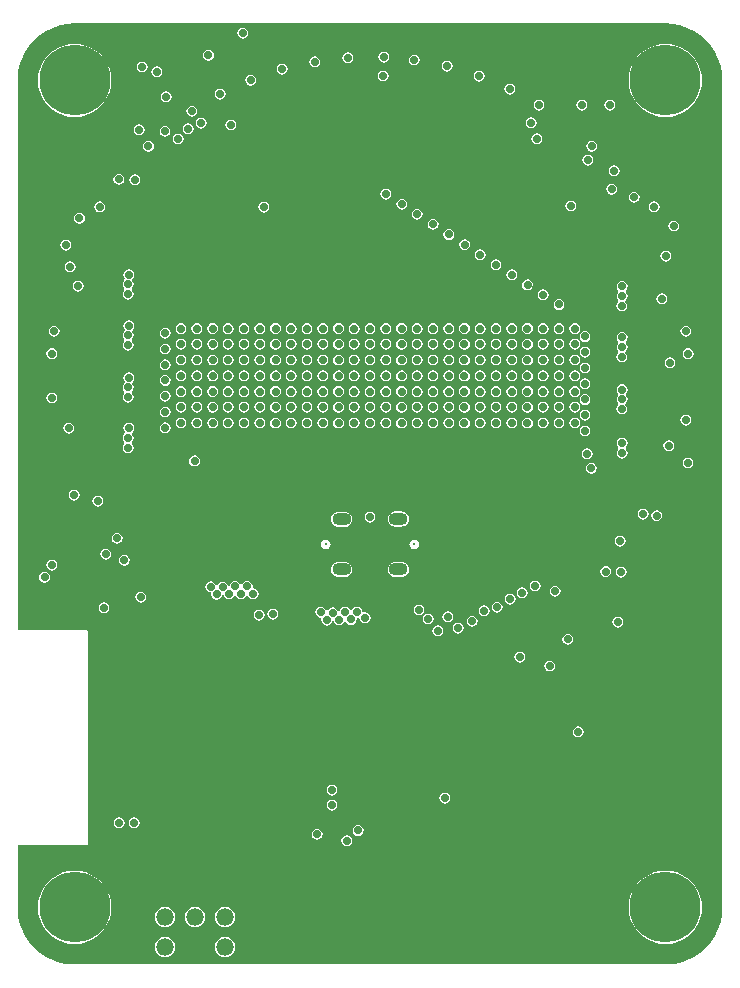
<source format=gbr>
%TF.GenerationSoftware,Altium Limited,Altium Designer,25.4.2 (15)*%
G04 Layer_Physical_Order=2*
G04 Layer_Color=36540*
%FSLAX45Y45*%
%MOMM*%
%TF.SameCoordinates,81630B90-A891-4B4D-9F54-97E9C8775566*%
%TF.FilePolarity,Positive*%
%TF.FileFunction,Copper,L2,Inr,Signal*%
%TF.Part,Single*%
G01*
G75*
%TA.AperFunction,ComponentPad*%
%ADD49C,0.56000*%
G04:AMPARAMS|DCode=50|XSize=1.5mm|YSize=1.45mm|CornerRadius=0.3625mm|HoleSize=0mm|Usage=FLASHONLY|Rotation=180.000|XOffset=0mm|YOffset=0mm|HoleType=Round|Shape=RoundedRectangle|*
%AMROUNDEDRECTD50*
21,1,1.50000,0.72500,0,0,180.0*
21,1,0.77500,1.45000,0,0,180.0*
1,1,0.72500,-0.38750,0.36250*
1,1,0.72500,0.38750,0.36250*
1,1,0.72500,0.38750,-0.36250*
1,1,0.72500,-0.38750,-0.36250*
%
%ADD50ROUNDEDRECTD50*%
%ADD51O,1.50000X1.45000*%
%ADD52O,1.60000X1.10000*%
%ADD53C,0.32500*%
%TA.AperFunction,WasherPad*%
%ADD54C,6.00000*%
%TA.AperFunction,ViaPad*%
%ADD55C,0.70000*%
%ADD56C,1.50000*%
G36*
X500002Y7983502D02*
X5500002D01*
X5502138Y7984387D01*
X5563243Y7980382D01*
X5625405Y7968018D01*
X5685420Y7947645D01*
X5742263Y7919613D01*
X5794961Y7884401D01*
X5842612Y7842612D01*
X5884401Y7794962D01*
X5919613Y7742264D01*
X5947645Y7685420D01*
X5968017Y7625405D01*
X5980382Y7563243D01*
X5983333Y7518217D01*
X5983504Y7500000D01*
X5983505Y7499997D01*
X5983505Y7481712D01*
X5983506Y500006D01*
X5983504Y500000D01*
X5983504D01*
X5983333Y481783D01*
X5980382Y436757D01*
X5968018Y374595D01*
X5947645Y314580D01*
X5919613Y257737D01*
X5884401Y205039D01*
X5842612Y157388D01*
X5794961Y115599D01*
X5742264Y80387D01*
X5685420Y52355D01*
X5625405Y31983D01*
X5563243Y19618D01*
X5502176Y15616D01*
X5500000Y16517D01*
X500000D01*
X497823Y15615D01*
X436757Y19618D01*
X374595Y31982D01*
X314580Y52355D01*
X257737Y80387D01*
X205039Y115599D01*
X157388Y157388D01*
X115599Y205038D01*
X80387Y257736D01*
X52355Y314580D01*
X31983Y374595D01*
X19618Y436757D01*
X16667Y481783D01*
X16496Y500000D01*
X16495Y500003D01*
X16495Y518288D01*
Y1024483D01*
X600080D01*
X607856Y1027704D01*
X611077Y1035480D01*
Y2835480D01*
X607856Y2843256D01*
X600080Y2846477D01*
X16494D01*
X16493Y7499994D01*
X16496Y7500000D01*
X16496D01*
X16667Y7518217D01*
X19618Y7563243D01*
X31982Y7625405D01*
X52355Y7685420D01*
X80387Y7742263D01*
X115599Y7794961D01*
X157388Y7842612D01*
X205038Y7884401D01*
X257736Y7919613D01*
X314580Y7947645D01*
X374595Y7968017D01*
X436757Y7980382D01*
X497866Y7984387D01*
X500002Y7983502D01*
D02*
G37*
%LPC*%
G36*
X1921202Y7947169D02*
X1903582Y7943664D01*
X1888644Y7933683D01*
X1878663Y7918745D01*
X1875158Y7901124D01*
X1878663Y7883504D01*
X1888644Y7868566D01*
X1903582Y7858585D01*
X1921202Y7855080D01*
X1938823Y7858585D01*
X1953761Y7868566D01*
X1963742Y7883504D01*
X1967247Y7901124D01*
X1963742Y7918745D01*
X1953761Y7933683D01*
X1938823Y7943664D01*
X1921202Y7947169D01*
D02*
G37*
G36*
X1632500Y7761045D02*
X1614879Y7757540D01*
X1599941Y7747559D01*
X1589960Y7732621D01*
X1586455Y7715000D01*
X1589960Y7697380D01*
X1599941Y7682442D01*
X1614879Y7672460D01*
X1632500Y7668955D01*
X1650120Y7672460D01*
X1665058Y7682442D01*
X1675040Y7697380D01*
X1678545Y7715000D01*
X1675040Y7732621D01*
X1665058Y7747559D01*
X1650120Y7757540D01*
X1632500Y7761045D01*
D02*
G37*
G36*
X3117773Y7743474D02*
X3100152Y7739970D01*
X3085214Y7729988D01*
X3075233Y7715050D01*
X3071728Y7697430D01*
X3075233Y7679809D01*
X3085214Y7664871D01*
X3100152Y7654890D01*
X3117773Y7651385D01*
X3135393Y7654890D01*
X3150331Y7664871D01*
X3160312Y7679809D01*
X3163817Y7697430D01*
X3160312Y7715050D01*
X3150331Y7729988D01*
X3135393Y7739970D01*
X3117773Y7743474D01*
D02*
G37*
G36*
X2811658Y7739467D02*
X2794037Y7735962D01*
X2779099Y7725981D01*
X2769118Y7711043D01*
X2765613Y7693423D01*
X2769118Y7675802D01*
X2779099Y7660864D01*
X2794037Y7650883D01*
X2811658Y7647378D01*
X2829278Y7650883D01*
X2844216Y7660864D01*
X2854197Y7675802D01*
X2857702Y7693423D01*
X2854197Y7711043D01*
X2844216Y7725981D01*
X2829278Y7735962D01*
X2811658Y7739467D01*
D02*
G37*
G36*
X3375767Y7719768D02*
X3358147Y7716263D01*
X3343209Y7706282D01*
X3333228Y7691344D01*
X3329723Y7673723D01*
X3333228Y7656103D01*
X3343209Y7641165D01*
X3358147Y7631184D01*
X3375767Y7627679D01*
X3393388Y7631184D01*
X3408326Y7641165D01*
X3418307Y7656103D01*
X3421812Y7673723D01*
X3418307Y7691344D01*
X3408326Y7706282D01*
X3393388Y7716263D01*
X3375767Y7719768D01*
D02*
G37*
G36*
X2531150Y7705025D02*
X2513530Y7701520D01*
X2498592Y7691539D01*
X2488610Y7676601D01*
X2485106Y7658981D01*
X2488610Y7641360D01*
X2498592Y7626422D01*
X2513530Y7616441D01*
X2531150Y7612936D01*
X2548771Y7616441D01*
X2563709Y7626422D01*
X2573690Y7641360D01*
X2577195Y7658981D01*
X2573690Y7676601D01*
X2563709Y7691539D01*
X2548771Y7701520D01*
X2531150Y7705025D01*
D02*
G37*
G36*
X3653189Y7665843D02*
X3635569Y7662338D01*
X3620631Y7652357D01*
X3610649Y7637419D01*
X3607144Y7619798D01*
X3610649Y7602178D01*
X3620631Y7587240D01*
X3635569Y7577258D01*
X3653189Y7573753D01*
X3670810Y7577258D01*
X3685748Y7587240D01*
X3695729Y7602178D01*
X3699234Y7619798D01*
X3695729Y7637419D01*
X3685748Y7652357D01*
X3670810Y7662338D01*
X3653189Y7665843D01*
D02*
G37*
G36*
X1071997Y7660657D02*
X1054377Y7657152D01*
X1039439Y7647171D01*
X1029457Y7632233D01*
X1025952Y7614612D01*
X1029457Y7596992D01*
X1039439Y7582054D01*
X1054377Y7572073D01*
X1071997Y7568568D01*
X1089618Y7572073D01*
X1104556Y7582054D01*
X1114537Y7596992D01*
X1118042Y7614612D01*
X1114537Y7632233D01*
X1104556Y7647171D01*
X1089618Y7657152D01*
X1071997Y7660657D01*
D02*
G37*
G36*
X2255779Y7641451D02*
X2238159Y7637946D01*
X2223221Y7627965D01*
X2213240Y7613027D01*
X2209735Y7595406D01*
X2213240Y7577786D01*
X2223221Y7562848D01*
X2238159Y7552867D01*
X2255779Y7549362D01*
X2273400Y7552867D01*
X2288338Y7562848D01*
X2298319Y7577786D01*
X2301824Y7595406D01*
X2298319Y7613027D01*
X2288338Y7627965D01*
X2273400Y7637946D01*
X2255779Y7641451D01*
D02*
G37*
G36*
X1195000Y7621045D02*
X1177379Y7617540D01*
X1162441Y7607559D01*
X1152460Y7592621D01*
X1148955Y7575000D01*
X1152460Y7557380D01*
X1162441Y7542442D01*
X1177379Y7532460D01*
X1195000Y7528955D01*
X1212620Y7532460D01*
X1227558Y7542442D01*
X1237540Y7557380D01*
X1241045Y7575000D01*
X1237540Y7592621D01*
X1227558Y7607559D01*
X1212620Y7617540D01*
X1195000Y7621045D01*
D02*
G37*
G36*
X3110793Y7583627D02*
X3093173Y7580122D01*
X3078235Y7570141D01*
X3068254Y7555203D01*
X3064749Y7537582D01*
X3068254Y7519962D01*
X3078235Y7505024D01*
X3093173Y7495043D01*
X3110793Y7491538D01*
X3128414Y7495043D01*
X3143352Y7505024D01*
X3153333Y7519962D01*
X3156838Y7537582D01*
X3153333Y7555203D01*
X3143352Y7570141D01*
X3128414Y7580122D01*
X3110793Y7583627D01*
D02*
G37*
G36*
X3923454Y7583214D02*
X3905834Y7579709D01*
X3890896Y7569728D01*
X3880915Y7554790D01*
X3877410Y7537170D01*
X3880915Y7519549D01*
X3890896Y7504611D01*
X3905834Y7494630D01*
X3923454Y7491125D01*
X3941075Y7494630D01*
X3956013Y7504611D01*
X3965994Y7519549D01*
X3969499Y7537170D01*
X3965994Y7554790D01*
X3956013Y7569728D01*
X3941075Y7579709D01*
X3923454Y7583214D01*
D02*
G37*
G36*
X1988562Y7549441D02*
X1970942Y7545936D01*
X1956004Y7535954D01*
X1946023Y7521016D01*
X1942518Y7503396D01*
X1946023Y7485775D01*
X1956004Y7470837D01*
X1970942Y7460856D01*
X1988562Y7457351D01*
X2006183Y7460856D01*
X2021121Y7470837D01*
X2031102Y7485775D01*
X2034607Y7503396D01*
X2031102Y7521016D01*
X2021121Y7535954D01*
X2006183Y7545936D01*
X1988562Y7549441D01*
D02*
G37*
G36*
X4183602Y7472788D02*
X4165982Y7469283D01*
X4151044Y7459302D01*
X4141062Y7444364D01*
X4137557Y7426744D01*
X4141062Y7409123D01*
X4151044Y7394185D01*
X4165982Y7384204D01*
X4183602Y7380699D01*
X4201222Y7384204D01*
X4216160Y7394185D01*
X4226142Y7409123D01*
X4229647Y7426744D01*
X4226142Y7444364D01*
X4216160Y7459302D01*
X4201222Y7469283D01*
X4183602Y7472788D01*
D02*
G37*
G36*
X1732427Y7430003D02*
X1714807Y7426498D01*
X1699869Y7416517D01*
X1689887Y7401579D01*
X1686382Y7383958D01*
X1689887Y7366338D01*
X1699869Y7351400D01*
X1714807Y7341418D01*
X1732427Y7337913D01*
X1750048Y7341418D01*
X1764986Y7351400D01*
X1774967Y7366338D01*
X1778472Y7383958D01*
X1774967Y7401579D01*
X1764986Y7416517D01*
X1750048Y7426498D01*
X1732427Y7430003D01*
D02*
G37*
G36*
X1274953Y7407234D02*
X1257333Y7403729D01*
X1242395Y7393748D01*
X1232414Y7378810D01*
X1228909Y7361189D01*
X1232414Y7343569D01*
X1242395Y7328631D01*
X1257333Y7318650D01*
X1274953Y7315145D01*
X1292574Y7318650D01*
X1307512Y7328631D01*
X1317493Y7343569D01*
X1320998Y7361189D01*
X1317493Y7378810D01*
X1307512Y7393748D01*
X1292574Y7403729D01*
X1274953Y7407234D01*
D02*
G37*
G36*
X5030000Y7336045D02*
X5012380Y7332540D01*
X4997442Y7322558D01*
X4987460Y7307620D01*
X4983955Y7290000D01*
X4987460Y7272379D01*
X4997442Y7257441D01*
X5012380Y7247460D01*
X5030000Y7243955D01*
X5047621Y7247460D01*
X5062559Y7257441D01*
X5072540Y7272379D01*
X5076045Y7290000D01*
X5072540Y7307620D01*
X5062559Y7322558D01*
X5047621Y7332540D01*
X5030000Y7336045D01*
D02*
G37*
G36*
X4792501D02*
X4774880Y7332540D01*
X4759942Y7322558D01*
X4749961Y7307620D01*
X4746456Y7290000D01*
X4749961Y7272379D01*
X4759942Y7257441D01*
X4774880Y7247460D01*
X4792501Y7243955D01*
X4810121Y7247460D01*
X4825059Y7257441D01*
X4835041Y7272379D01*
X4838546Y7290000D01*
X4835041Y7307620D01*
X4825059Y7322558D01*
X4810121Y7332540D01*
X4792501Y7336045D01*
D02*
G37*
G36*
X4430782Y7335774D02*
X4413161Y7332269D01*
X4398223Y7322288D01*
X4388242Y7307350D01*
X4384737Y7289729D01*
X4388242Y7272109D01*
X4398223Y7257171D01*
X4413161Y7247190D01*
X4430782Y7243685D01*
X4448402Y7247190D01*
X4463340Y7257171D01*
X4473322Y7272109D01*
X4476826Y7289729D01*
X4473322Y7307350D01*
X4463340Y7322288D01*
X4448402Y7332269D01*
X4430782Y7335774D01*
D02*
G37*
G36*
X1490179Y7284446D02*
X1472559Y7280941D01*
X1457621Y7270960D01*
X1447640Y7256022D01*
X1444135Y7238401D01*
X1447640Y7220781D01*
X1457621Y7205843D01*
X1472559Y7195861D01*
X1490179Y7192356D01*
X1507800Y7195861D01*
X1522738Y7205843D01*
X1532719Y7220781D01*
X1536224Y7238401D01*
X1532719Y7256022D01*
X1522738Y7270960D01*
X1507800Y7280941D01*
X1490179Y7284446D01*
D02*
G37*
G36*
X5500000Y7811119D02*
X5451330Y7807289D01*
X5403859Y7795892D01*
X5358755Y7777209D01*
X5317129Y7751701D01*
X5280005Y7719994D01*
X5248299Y7682871D01*
X5222791Y7641245D01*
X5204108Y7596141D01*
X5192711Y7548670D01*
X5188881Y7500000D01*
X5192711Y7451330D01*
X5204108Y7403859D01*
X5222791Y7358755D01*
X5248299Y7317129D01*
X5280005Y7280006D01*
X5317129Y7248299D01*
X5358755Y7222791D01*
X5403859Y7204108D01*
X5451330Y7192711D01*
X5500000Y7188881D01*
X5548670Y7192711D01*
X5596141Y7204108D01*
X5641245Y7222791D01*
X5682871Y7248299D01*
X5719994Y7280006D01*
X5751700Y7317129D01*
X5777209Y7358755D01*
X5795892Y7403859D01*
X5807289Y7451330D01*
X5811119Y7500000D01*
X5807289Y7548670D01*
X5795892Y7596141D01*
X5777209Y7641245D01*
X5751700Y7682871D01*
X5719994Y7719994D01*
X5682871Y7751701D01*
X5641245Y7777209D01*
X5596141Y7795892D01*
X5548670Y7807289D01*
X5500000Y7811119D01*
D02*
G37*
G36*
X500000D02*
X451330Y7807289D01*
X403859Y7795892D01*
X358755Y7777209D01*
X317129Y7751701D01*
X280006Y7719994D01*
X248299Y7682871D01*
X222791Y7641245D01*
X204108Y7596141D01*
X192711Y7548670D01*
X188881Y7500000D01*
X192711Y7451330D01*
X204108Y7403859D01*
X222791Y7358755D01*
X248299Y7317129D01*
X280006Y7280006D01*
X317129Y7248299D01*
X358755Y7222791D01*
X403859Y7204108D01*
X451330Y7192711D01*
X500000Y7188881D01*
X548670Y7192711D01*
X596141Y7204108D01*
X641245Y7222791D01*
X682871Y7248299D01*
X719994Y7280006D01*
X751701Y7317129D01*
X777209Y7358755D01*
X795892Y7403859D01*
X807289Y7451330D01*
X811119Y7500000D01*
X807289Y7548670D01*
X795892Y7596141D01*
X777209Y7641245D01*
X751701Y7682871D01*
X719994Y7719994D01*
X682871Y7751701D01*
X641245Y7777209D01*
X596141Y7795892D01*
X548670Y7807289D01*
X500000Y7811119D01*
D02*
G37*
G36*
X4364741Y7188259D02*
X4347121Y7184754D01*
X4332183Y7174773D01*
X4322201Y7159835D01*
X4318696Y7142214D01*
X4322201Y7124594D01*
X4332183Y7109656D01*
X4347121Y7099674D01*
X4364741Y7096169D01*
X4382362Y7099674D01*
X4397300Y7109656D01*
X4407281Y7124594D01*
X4410786Y7142214D01*
X4407281Y7159835D01*
X4397300Y7174773D01*
X4382362Y7184754D01*
X4364741Y7188259D01*
D02*
G37*
G36*
X1571503Y7184568D02*
X1553883Y7181063D01*
X1538945Y7171081D01*
X1528964Y7156143D01*
X1525459Y7138523D01*
X1528964Y7120902D01*
X1538945Y7105964D01*
X1553883Y7095983D01*
X1571503Y7092478D01*
X1589124Y7095983D01*
X1604062Y7105964D01*
X1614043Y7120902D01*
X1617548Y7138523D01*
X1614043Y7156143D01*
X1604062Y7171081D01*
X1589124Y7181063D01*
X1571503Y7184568D01*
D02*
G37*
G36*
X1821923Y7168792D02*
X1804303Y7165287D01*
X1789365Y7155306D01*
X1779384Y7140368D01*
X1775879Y7122748D01*
X1779384Y7105127D01*
X1789365Y7090189D01*
X1804303Y7080208D01*
X1821923Y7076703D01*
X1839544Y7080208D01*
X1854482Y7090189D01*
X1864463Y7105127D01*
X1867968Y7122748D01*
X1864463Y7140368D01*
X1854482Y7155306D01*
X1839544Y7165287D01*
X1821923Y7168792D01*
D02*
G37*
G36*
X1461328Y7138279D02*
X1443708Y7134774D01*
X1428770Y7124792D01*
X1418789Y7109854D01*
X1415284Y7092234D01*
X1418789Y7074613D01*
X1428770Y7059675D01*
X1443708Y7049694D01*
X1461328Y7046189D01*
X1478949Y7049694D01*
X1493887Y7059675D01*
X1503868Y7074613D01*
X1507373Y7092234D01*
X1503868Y7109854D01*
X1493887Y7124792D01*
X1478949Y7134774D01*
X1461328Y7138279D01*
D02*
G37*
G36*
X1045000Y7128545D02*
X1027379Y7125040D01*
X1012441Y7115058D01*
X1002460Y7100120D01*
X998955Y7082500D01*
X1002460Y7064879D01*
X1012441Y7049941D01*
X1027379Y7039960D01*
X1045000Y7036455D01*
X1062620Y7039960D01*
X1077558Y7049941D01*
X1087540Y7064879D01*
X1091045Y7082500D01*
X1087540Y7100120D01*
X1077558Y7115058D01*
X1062620Y7125040D01*
X1045000Y7128545D01*
D02*
G37*
G36*
X1264474Y7114364D02*
X1246853Y7110859D01*
X1231915Y7100878D01*
X1221934Y7085940D01*
X1218429Y7068320D01*
X1221934Y7050699D01*
X1231915Y7035761D01*
X1246853Y7025780D01*
X1264474Y7022275D01*
X1282094Y7025780D01*
X1297032Y7035761D01*
X1307013Y7050699D01*
X1310518Y7068320D01*
X1307013Y7085940D01*
X1297032Y7100878D01*
X1282094Y7110859D01*
X1264474Y7114364D01*
D02*
G37*
G36*
X4412004Y7051114D02*
X4394383Y7047609D01*
X4379445Y7037628D01*
X4369464Y7022690D01*
X4365959Y7005069D01*
X4369464Y6987449D01*
X4379445Y6972511D01*
X4394383Y6962530D01*
X4412004Y6959025D01*
X4429624Y6962530D01*
X4444562Y6972511D01*
X4454543Y6987449D01*
X4458048Y7005069D01*
X4454543Y7022690D01*
X4444562Y7037628D01*
X4429624Y7047609D01*
X4412004Y7051114D01*
D02*
G37*
G36*
X1376354Y7051081D02*
X1358733Y7047576D01*
X1343795Y7037595D01*
X1333814Y7022657D01*
X1330309Y7005037D01*
X1333814Y6987416D01*
X1343795Y6972478D01*
X1358733Y6962497D01*
X1376354Y6958992D01*
X1393974Y6962497D01*
X1408912Y6972478D01*
X1418893Y6987416D01*
X1422398Y7005037D01*
X1418893Y7022657D01*
X1408912Y7037595D01*
X1393974Y7047576D01*
X1376354Y7051081D01*
D02*
G37*
G36*
X4875584Y6988262D02*
X4857964Y6984757D01*
X4843026Y6974776D01*
X4833044Y6959838D01*
X4829539Y6942217D01*
X4833044Y6924597D01*
X4843026Y6909659D01*
X4857964Y6899678D01*
X4875584Y6896173D01*
X4893205Y6899678D01*
X4908143Y6909659D01*
X4918124Y6924597D01*
X4921629Y6942217D01*
X4918124Y6959838D01*
X4908143Y6974776D01*
X4893205Y6984757D01*
X4875584Y6988262D01*
D02*
G37*
G36*
X1124423D02*
X1106802Y6984757D01*
X1091864Y6974776D01*
X1081883Y6959838D01*
X1078378Y6942217D01*
X1081883Y6924597D01*
X1091864Y6909659D01*
X1106802Y6899678D01*
X1124423Y6896173D01*
X1142043Y6899678D01*
X1156981Y6909659D01*
X1166962Y6924597D01*
X1170467Y6942217D01*
X1166962Y6959838D01*
X1156981Y6974776D01*
X1142043Y6984757D01*
X1124423Y6988262D01*
D02*
G37*
G36*
X4844007Y6871826D02*
X4826387Y6868322D01*
X4811449Y6858340D01*
X4801467Y6843402D01*
X4797962Y6825782D01*
X4801467Y6808161D01*
X4811449Y6793223D01*
X4826387Y6783242D01*
X4844007Y6779737D01*
X4861628Y6783242D01*
X4876566Y6793223D01*
X4886547Y6808161D01*
X4890052Y6825782D01*
X4886547Y6843402D01*
X4876566Y6858340D01*
X4861628Y6868322D01*
X4844007Y6871826D01*
D02*
G37*
G36*
X5068326Y6781571D02*
X5050706Y6778066D01*
X5035768Y6768085D01*
X5025787Y6753147D01*
X5022282Y6735526D01*
X5025787Y6717906D01*
X5035768Y6702968D01*
X5050706Y6692987D01*
X5068326Y6689482D01*
X5085947Y6692987D01*
X5100885Y6702968D01*
X5110866Y6717906D01*
X5114371Y6735526D01*
X5110866Y6753147D01*
X5100885Y6768085D01*
X5085947Y6778066D01*
X5068326Y6781571D01*
D02*
G37*
G36*
X872371Y6708330D02*
X854751Y6704825D01*
X839813Y6694844D01*
X829832Y6679906D01*
X826327Y6662286D01*
X829832Y6644665D01*
X839813Y6629727D01*
X854751Y6619746D01*
X872371Y6616241D01*
X889992Y6619746D01*
X904930Y6629727D01*
X914911Y6644665D01*
X918416Y6662286D01*
X914911Y6679906D01*
X904930Y6694844D01*
X889992Y6704825D01*
X872371Y6708330D01*
D02*
G37*
G36*
X1009466Y6704042D02*
X991846Y6700538D01*
X976908Y6690556D01*
X966926Y6675618D01*
X963421Y6657998D01*
X966926Y6640377D01*
X976908Y6625439D01*
X991846Y6615458D01*
X1009466Y6611953D01*
X1027087Y6615458D01*
X1042025Y6625439D01*
X1052006Y6640377D01*
X1055511Y6657998D01*
X1052006Y6675618D01*
X1042025Y6690556D01*
X1027087Y6700538D01*
X1009466Y6704042D01*
D02*
G37*
G36*
X5044868Y6625563D02*
X5027247Y6622058D01*
X5012309Y6612076D01*
X5002328Y6597138D01*
X4998823Y6579518D01*
X5002328Y6561897D01*
X5012309Y6546959D01*
X5027247Y6536978D01*
X5044868Y6533473D01*
X5062488Y6536978D01*
X5077426Y6546959D01*
X5087407Y6561897D01*
X5090912Y6579518D01*
X5087407Y6597138D01*
X5077426Y6612076D01*
X5062488Y6622058D01*
X5044868Y6625563D01*
D02*
G37*
G36*
X3134558Y6582050D02*
X3116937Y6578545D01*
X3101999Y6568564D01*
X3092018Y6553626D01*
X3088513Y6536005D01*
X3092018Y6518385D01*
X3101999Y6503447D01*
X3116937Y6493466D01*
X3134558Y6489961D01*
X3152178Y6493466D01*
X3167116Y6503447D01*
X3177098Y6518385D01*
X3180602Y6536005D01*
X3177098Y6553626D01*
X3167116Y6568564D01*
X3152178Y6578545D01*
X3134558Y6582050D01*
D02*
G37*
G36*
X5238408Y6555865D02*
X5220787Y6552360D01*
X5205849Y6542379D01*
X5195868Y6527441D01*
X5192363Y6509821D01*
X5195868Y6492200D01*
X5205849Y6477262D01*
X5220787Y6467281D01*
X5238408Y6463776D01*
X5256028Y6467281D01*
X5270966Y6477262D01*
X5280948Y6492200D01*
X5284452Y6509821D01*
X5280948Y6527441D01*
X5270966Y6542379D01*
X5256028Y6552360D01*
X5238408Y6555865D01*
D02*
G37*
G36*
X3267888Y6497049D02*
X3250268Y6493544D01*
X3235330Y6483563D01*
X3225349Y6468625D01*
X3221844Y6451004D01*
X3225349Y6433384D01*
X3235330Y6418446D01*
X3250268Y6408465D01*
X3267888Y6404960D01*
X3285509Y6408465D01*
X3300447Y6418446D01*
X3310428Y6433384D01*
X3313933Y6451004D01*
X3310428Y6468625D01*
X3300447Y6483563D01*
X3285509Y6493544D01*
X3267888Y6497049D01*
D02*
G37*
G36*
X4700000Y6483545D02*
X4682380Y6480040D01*
X4667442Y6470059D01*
X4657460Y6455121D01*
X4653955Y6437500D01*
X4657460Y6419880D01*
X4667442Y6404942D01*
X4682380Y6394961D01*
X4700000Y6391456D01*
X4717620Y6394961D01*
X4732558Y6404942D01*
X4742540Y6419880D01*
X4746045Y6437500D01*
X4742540Y6455121D01*
X4732558Y6470059D01*
X4717620Y6480040D01*
X4700000Y6483545D01*
D02*
G37*
G36*
X5406718Y6476826D02*
X5389098Y6473321D01*
X5374160Y6463340D01*
X5364179Y6448402D01*
X5360674Y6430782D01*
X5364179Y6413161D01*
X5374160Y6398223D01*
X5389098Y6388242D01*
X5406718Y6384737D01*
X5424339Y6388242D01*
X5439277Y6398223D01*
X5449258Y6413161D01*
X5452763Y6430782D01*
X5449258Y6448402D01*
X5439277Y6463340D01*
X5424339Y6473321D01*
X5406718Y6476826D01*
D02*
G37*
G36*
X710271D02*
X692650Y6473321D01*
X677712Y6463340D01*
X667731Y6448402D01*
X664226Y6430782D01*
X667731Y6413161D01*
X677712Y6398223D01*
X692650Y6388242D01*
X710271Y6384737D01*
X727891Y6388242D01*
X742829Y6398223D01*
X752810Y6413161D01*
X756315Y6430782D01*
X752810Y6448402D01*
X742829Y6463340D01*
X727891Y6473321D01*
X710271Y6476826D01*
D02*
G37*
G36*
X2100000Y6473545D02*
X2082379Y6470040D01*
X2067441Y6460059D01*
X2057460Y6445121D01*
X2053955Y6427501D01*
X2057460Y6409880D01*
X2067441Y6394942D01*
X2082379Y6384961D01*
X2100000Y6381456D01*
X2117620Y6384961D01*
X2132558Y6394942D01*
X2142540Y6409880D01*
X2146044Y6427501D01*
X2142540Y6445121D01*
X2132558Y6460059D01*
X2117620Y6470040D01*
X2100000Y6473545D01*
D02*
G37*
G36*
X3401065Y6412048D02*
X3383445Y6408543D01*
X3368507Y6398562D01*
X3358525Y6383624D01*
X3355020Y6366004D01*
X3358525Y6348383D01*
X3368507Y6333445D01*
X3383445Y6323464D01*
X3401065Y6319959D01*
X3418686Y6323464D01*
X3433624Y6333445D01*
X3443605Y6348383D01*
X3447110Y6366004D01*
X3443605Y6383624D01*
X3433624Y6398562D01*
X3418686Y6408543D01*
X3401065Y6412048D01*
D02*
G37*
G36*
X540325Y6380689D02*
X522705Y6377184D01*
X507767Y6367203D01*
X497785Y6352265D01*
X494280Y6334644D01*
X497785Y6317024D01*
X507767Y6302086D01*
X522705Y6292105D01*
X540325Y6288600D01*
X557946Y6292105D01*
X572884Y6302086D01*
X582865Y6317024D01*
X586370Y6334644D01*
X582865Y6352265D01*
X572884Y6367203D01*
X557946Y6377184D01*
X540325Y6380689D01*
D02*
G37*
G36*
X3534242Y6327047D02*
X3516621Y6323542D01*
X3501683Y6313561D01*
X3491702Y6298623D01*
X3488197Y6281003D01*
X3491702Y6263382D01*
X3501683Y6248444D01*
X3516621Y6238463D01*
X3534242Y6234958D01*
X3551862Y6238463D01*
X3566800Y6248444D01*
X3576782Y6263382D01*
X3580286Y6281003D01*
X3576782Y6298623D01*
X3566800Y6313561D01*
X3551862Y6323542D01*
X3534242Y6327047D01*
D02*
G37*
G36*
X5570273Y6313618D02*
X5552652Y6310113D01*
X5537714Y6300131D01*
X5527733Y6285193D01*
X5524228Y6267573D01*
X5527733Y6249952D01*
X5537714Y6235014D01*
X5552652Y6225033D01*
X5570273Y6221528D01*
X5587893Y6225033D01*
X5602831Y6235014D01*
X5612812Y6249952D01*
X5616317Y6267573D01*
X5612812Y6285193D01*
X5602831Y6300131D01*
X5587893Y6310113D01*
X5570273Y6313618D01*
D02*
G37*
G36*
X3667419Y6242046D02*
X3649798Y6238541D01*
X3634860Y6228560D01*
X3624879Y6213622D01*
X3621374Y6196002D01*
X3624879Y6178381D01*
X3634860Y6163443D01*
X3649798Y6153462D01*
X3667419Y6149957D01*
X3685039Y6153462D01*
X3699977Y6163443D01*
X3709958Y6178381D01*
X3713463Y6196002D01*
X3709958Y6213622D01*
X3699977Y6228560D01*
X3685039Y6238541D01*
X3667419Y6242046D01*
D02*
G37*
G36*
X3800595Y6157046D02*
X3782975Y6153541D01*
X3768037Y6143559D01*
X3758055Y6128621D01*
X3754551Y6111001D01*
X3758055Y6093380D01*
X3768037Y6078443D01*
X3782975Y6068461D01*
X3800595Y6064956D01*
X3818216Y6068461D01*
X3833154Y6078443D01*
X3843135Y6093380D01*
X3846640Y6111001D01*
X3843135Y6128621D01*
X3833154Y6143559D01*
X3818216Y6153541D01*
X3800595Y6157046D01*
D02*
G37*
G36*
X425415Y6151076D02*
X407794Y6147571D01*
X392856Y6137590D01*
X382875Y6122652D01*
X379370Y6105031D01*
X382875Y6087411D01*
X392856Y6072473D01*
X407794Y6062492D01*
X425415Y6058987D01*
X443035Y6062492D01*
X457973Y6072473D01*
X467954Y6087411D01*
X471459Y6105031D01*
X467954Y6122652D01*
X457973Y6137590D01*
X443035Y6147571D01*
X425415Y6151076D01*
D02*
G37*
G36*
X3933926Y6072045D02*
X3916305Y6068540D01*
X3901367Y6058559D01*
X3891386Y6043621D01*
X3887881Y6026000D01*
X3891386Y6008380D01*
X3901367Y5993442D01*
X3916305Y5983460D01*
X3933926Y5979956D01*
X3951546Y5983460D01*
X3966484Y5993442D01*
X3976465Y6008380D01*
X3979970Y6026000D01*
X3976465Y6043621D01*
X3966484Y6058559D01*
X3951546Y6068540D01*
X3933926Y6072045D01*
D02*
G37*
G36*
X5503403Y6057482D02*
X5485782Y6053977D01*
X5470844Y6043996D01*
X5460863Y6029058D01*
X5457358Y6011438D01*
X5460863Y5993817D01*
X5470844Y5978879D01*
X5485782Y5968898D01*
X5503403Y5965393D01*
X5521023Y5968898D01*
X5535961Y5978879D01*
X5545942Y5993817D01*
X5549447Y6011438D01*
X5545942Y6029058D01*
X5535961Y6043996D01*
X5521023Y6053977D01*
X5503403Y6057482D01*
D02*
G37*
G36*
X4067102Y5987044D02*
X4049482Y5983539D01*
X4034544Y5973558D01*
X4024563Y5958620D01*
X4021058Y5940999D01*
X4024563Y5923379D01*
X4034544Y5908441D01*
X4049482Y5898460D01*
X4067102Y5894955D01*
X4084723Y5898460D01*
X4099661Y5908441D01*
X4109642Y5923379D01*
X4113147Y5940999D01*
X4109642Y5958620D01*
X4099661Y5973558D01*
X4084723Y5983539D01*
X4067102Y5987044D01*
D02*
G37*
G36*
X462830Y5969499D02*
X445210Y5965994D01*
X430272Y5956013D01*
X420291Y5941075D01*
X416786Y5923454D01*
X420291Y5905834D01*
X430272Y5890896D01*
X445210Y5880915D01*
X462830Y5877410D01*
X480451Y5880915D01*
X495389Y5890896D01*
X505370Y5905834D01*
X508875Y5923454D01*
X505370Y5941075D01*
X495389Y5956013D01*
X480451Y5965994D01*
X462830Y5969499D01*
D02*
G37*
G36*
X4200279Y5902043D02*
X4182659Y5898538D01*
X4167721Y5888557D01*
X4157739Y5873619D01*
X4154235Y5855998D01*
X4157739Y5838378D01*
X4167721Y5823440D01*
X4182659Y5813459D01*
X4200279Y5809954D01*
X4217900Y5813459D01*
X4232838Y5823440D01*
X4242819Y5838378D01*
X4246324Y5855998D01*
X4242819Y5873619D01*
X4232838Y5888557D01*
X4217900Y5898538D01*
X4200279Y5902043D01*
D02*
G37*
G36*
X4333456Y5817042D02*
X4315835Y5813537D01*
X4300897Y5803556D01*
X4290916Y5788618D01*
X4287411Y5770998D01*
X4290916Y5753377D01*
X4300897Y5738439D01*
X4315835Y5728458D01*
X4333456Y5724953D01*
X4351076Y5728458D01*
X4366014Y5738439D01*
X4375996Y5753377D01*
X4379501Y5770998D01*
X4375996Y5788618D01*
X4366014Y5803556D01*
X4351076Y5813537D01*
X4333456Y5817042D01*
D02*
G37*
G36*
X530111Y5805026D02*
X512491Y5801522D01*
X497553Y5791540D01*
X487572Y5776602D01*
X484067Y5758982D01*
X487572Y5741361D01*
X497553Y5726423D01*
X512491Y5716442D01*
X530111Y5712937D01*
X547732Y5716442D01*
X562670Y5726423D01*
X572651Y5741361D01*
X576156Y5758982D01*
X572651Y5776602D01*
X562670Y5791540D01*
X547732Y5801522D01*
X530111Y5805026D01*
D02*
G37*
G36*
X957368Y5902244D02*
X939747Y5898739D01*
X924809Y5888758D01*
X914828Y5873820D01*
X911323Y5856200D01*
X914828Y5838579D01*
X921944Y5827929D01*
X924809Y5823641D01*
X919922Y5806257D01*
X909941Y5791320D01*
X906436Y5773699D01*
X909941Y5756079D01*
X917791Y5744330D01*
X919228Y5732450D01*
X917791Y5720569D01*
X909941Y5708821D01*
X906436Y5691200D01*
X909941Y5673580D01*
X919922Y5658642D01*
X934860Y5648661D01*
X952480Y5645156D01*
X970101Y5648661D01*
X985039Y5658642D01*
X995020Y5673580D01*
X998525Y5691200D01*
X995020Y5708821D01*
X987170Y5720569D01*
X985733Y5732450D01*
X987170Y5744330D01*
X995020Y5756079D01*
X998525Y5773699D01*
X995020Y5791320D01*
X987904Y5801969D01*
X985039Y5806258D01*
X989927Y5823641D01*
X999908Y5838579D01*
X1003413Y5856200D01*
X999908Y5873820D01*
X989926Y5888758D01*
X974988Y5898739D01*
X957368Y5902244D01*
D02*
G37*
G36*
X4466632Y5732041D02*
X4449012Y5728536D01*
X4434074Y5718555D01*
X4424093Y5703617D01*
X4420588Y5685997D01*
X4424093Y5668376D01*
X4434074Y5653438D01*
X4449012Y5643457D01*
X4466632Y5639952D01*
X4484253Y5643457D01*
X4499191Y5653438D01*
X4509172Y5668376D01*
X4512677Y5685997D01*
X4509172Y5703617D01*
X4499191Y5718555D01*
X4484253Y5728536D01*
X4466632Y5732041D01*
D02*
G37*
G36*
X5470492Y5699233D02*
X5452872Y5695729D01*
X5437934Y5685747D01*
X5427953Y5670809D01*
X5424448Y5653189D01*
X5427953Y5635568D01*
X5437934Y5620630D01*
X5452872Y5610649D01*
X5470492Y5607144D01*
X5488113Y5610649D01*
X5503051Y5620630D01*
X5513032Y5635568D01*
X5516537Y5653189D01*
X5513032Y5670809D01*
X5503051Y5685747D01*
X5488113Y5695729D01*
X5470492Y5699233D01*
D02*
G37*
G36*
X4599963Y5649542D02*
X4582342Y5646037D01*
X4567404Y5636056D01*
X4557423Y5621118D01*
X4553918Y5603497D01*
X4557423Y5585877D01*
X4567404Y5570939D01*
X4582342Y5560958D01*
X4599963Y5557453D01*
X4617583Y5560958D01*
X4632521Y5570939D01*
X4642503Y5585877D01*
X4646007Y5603497D01*
X4642503Y5621118D01*
X4632521Y5636056D01*
X4617583Y5646037D01*
X4599963Y5649542D01*
D02*
G37*
G36*
X5135000Y5802165D02*
X5117379Y5798660D01*
X5102441Y5788679D01*
X5092460Y5773741D01*
X5088955Y5756120D01*
X5092460Y5738500D01*
X5100311Y5726751D01*
X5101747Y5714870D01*
X5100311Y5702990D01*
X5092460Y5691242D01*
X5088955Y5673621D01*
X5092460Y5656001D01*
X5099576Y5645351D01*
X5102441Y5641062D01*
X5097554Y5623679D01*
X5087573Y5608741D01*
X5084068Y5591121D01*
X5087573Y5573500D01*
X5097554Y5558562D01*
X5112492Y5548581D01*
X5130112Y5545076D01*
X5147733Y5548581D01*
X5162671Y5558562D01*
X5172652Y5573500D01*
X5176157Y5591121D01*
X5172652Y5608741D01*
X5165536Y5619391D01*
X5162671Y5623679D01*
X5167559Y5641063D01*
X5177540Y5656001D01*
X5181045Y5673621D01*
X5177540Y5691242D01*
X5169689Y5702990D01*
X5168253Y5714871D01*
X5169689Y5726751D01*
X5177540Y5738500D01*
X5181045Y5756120D01*
X5177540Y5773741D01*
X5167558Y5788679D01*
X5152620Y5798660D01*
X5135000Y5802165D01*
D02*
G37*
G36*
X4733293Y5446035D02*
X4715672Y5442530D01*
X4700734Y5432548D01*
X4690753Y5417610D01*
X4687248Y5399990D01*
X4690753Y5382369D01*
X4700734Y5367431D01*
X4715672Y5357450D01*
X4733293Y5353945D01*
X4750913Y5357450D01*
X4765851Y5367431D01*
X4775832Y5382369D01*
X4779337Y5399990D01*
X4775832Y5417610D01*
X4765851Y5432548D01*
X4750913Y5442530D01*
X4733293Y5446035D01*
D02*
G37*
G36*
X4599963D02*
X4582342Y5442530D01*
X4567404Y5432548D01*
X4557423Y5417610D01*
X4553918Y5399990D01*
X4557423Y5382369D01*
X4567404Y5367431D01*
X4582342Y5357450D01*
X4599963Y5353945D01*
X4617583Y5357450D01*
X4632521Y5367431D01*
X4642503Y5382369D01*
X4646007Y5399990D01*
X4642503Y5417610D01*
X4632521Y5432548D01*
X4617583Y5442530D01*
X4599963Y5446035D01*
D02*
G37*
G36*
X4466633D02*
X4449012Y5442530D01*
X4434074Y5432548D01*
X4424093Y5417610D01*
X4420588Y5399990D01*
X4424093Y5382369D01*
X4434074Y5367431D01*
X4449012Y5357450D01*
X4466633Y5353945D01*
X4484253Y5357450D01*
X4499191Y5367431D01*
X4509173Y5382369D01*
X4512678Y5399990D01*
X4509173Y5417610D01*
X4499191Y5432548D01*
X4484253Y5442530D01*
X4466633Y5446035D01*
D02*
G37*
G36*
X4333303D02*
X4315683Y5442530D01*
X4300745Y5432548D01*
X4290763Y5417610D01*
X4287258Y5399990D01*
X4290763Y5382369D01*
X4300745Y5367431D01*
X4315683Y5357450D01*
X4333303Y5353945D01*
X4350923Y5357450D01*
X4365861Y5367431D01*
X4375843Y5382369D01*
X4379348Y5399990D01*
X4375843Y5417610D01*
X4365861Y5432548D01*
X4350923Y5442530D01*
X4333303Y5446035D01*
D02*
G37*
G36*
X4199973D02*
X4182353Y5442530D01*
X4167415Y5432548D01*
X4157433Y5417610D01*
X4153928Y5399990D01*
X4157433Y5382369D01*
X4167415Y5367431D01*
X4182353Y5357450D01*
X4199973Y5353945D01*
X4217594Y5357450D01*
X4232532Y5367431D01*
X4242513Y5382369D01*
X4246018Y5399990D01*
X4242513Y5417610D01*
X4232532Y5432548D01*
X4217594Y5442530D01*
X4199973Y5446035D01*
D02*
G37*
G36*
X4066643D02*
X4049023Y5442530D01*
X4034085Y5432548D01*
X4024103Y5417610D01*
X4020599Y5399990D01*
X4024103Y5382369D01*
X4034085Y5367431D01*
X4049023Y5357450D01*
X4066643Y5353945D01*
X4084264Y5357450D01*
X4099202Y5367431D01*
X4109183Y5382369D01*
X4112688Y5399990D01*
X4109183Y5417610D01*
X4099202Y5432548D01*
X4084264Y5442530D01*
X4066643Y5446035D01*
D02*
G37*
G36*
X3933313D02*
X3915693Y5442530D01*
X3900755Y5432548D01*
X3890774Y5417610D01*
X3887269Y5399990D01*
X3890774Y5382369D01*
X3900755Y5367431D01*
X3915693Y5357450D01*
X3933313Y5353945D01*
X3950934Y5357450D01*
X3965872Y5367431D01*
X3975853Y5382369D01*
X3979358Y5399990D01*
X3975853Y5417610D01*
X3965872Y5432548D01*
X3950934Y5442530D01*
X3933313Y5446035D01*
D02*
G37*
G36*
X3799983D02*
X3782363Y5442530D01*
X3767425Y5432548D01*
X3757444Y5417610D01*
X3753939Y5399990D01*
X3757444Y5382369D01*
X3767425Y5367431D01*
X3782363Y5357450D01*
X3799983Y5353945D01*
X3817604Y5357450D01*
X3832542Y5367431D01*
X3842523Y5382369D01*
X3846028Y5399990D01*
X3842523Y5417610D01*
X3832542Y5432548D01*
X3817604Y5442530D01*
X3799983Y5446035D01*
D02*
G37*
G36*
X3666653D02*
X3649033Y5442530D01*
X3634095Y5432548D01*
X3624114Y5417610D01*
X3620609Y5399990D01*
X3624114Y5382369D01*
X3634095Y5367431D01*
X3649033Y5357450D01*
X3666653Y5353945D01*
X3684274Y5357450D01*
X3699212Y5367431D01*
X3709193Y5382369D01*
X3712698Y5399990D01*
X3709193Y5417610D01*
X3699212Y5432548D01*
X3684274Y5442530D01*
X3666653Y5446035D01*
D02*
G37*
G36*
X3533323D02*
X3515703Y5442530D01*
X3500765Y5432548D01*
X3490784Y5417610D01*
X3487279Y5399990D01*
X3490784Y5382369D01*
X3500765Y5367431D01*
X3515703Y5357450D01*
X3533323Y5353945D01*
X3550944Y5357450D01*
X3565882Y5367431D01*
X3575863Y5382369D01*
X3579368Y5399990D01*
X3575863Y5417610D01*
X3565882Y5432548D01*
X3550944Y5442530D01*
X3533323Y5446035D01*
D02*
G37*
G36*
X3399993D02*
X3382373Y5442530D01*
X3367435Y5432548D01*
X3357454Y5417610D01*
X3353949Y5399990D01*
X3357454Y5382369D01*
X3367435Y5367431D01*
X3382373Y5357450D01*
X3399993Y5353945D01*
X3417614Y5357450D01*
X3432552Y5367431D01*
X3442533Y5382369D01*
X3446038Y5399990D01*
X3442533Y5417610D01*
X3432552Y5432548D01*
X3417614Y5442530D01*
X3399993Y5446035D01*
D02*
G37*
G36*
X3266663D02*
X3249043Y5442530D01*
X3234105Y5432548D01*
X3224124Y5417610D01*
X3220619Y5399990D01*
X3224124Y5382369D01*
X3234105Y5367431D01*
X3249043Y5357450D01*
X3266663Y5353945D01*
X3284284Y5357450D01*
X3299222Y5367431D01*
X3309203Y5382369D01*
X3312708Y5399990D01*
X3309203Y5417610D01*
X3299222Y5432548D01*
X3284284Y5442530D01*
X3266663Y5446035D01*
D02*
G37*
G36*
X3133333D02*
X3115713Y5442530D01*
X3100775Y5432548D01*
X3090794Y5417610D01*
X3087289Y5399990D01*
X3090794Y5382369D01*
X3100775Y5367431D01*
X3115713Y5357450D01*
X3133333Y5353945D01*
X3150954Y5357450D01*
X3165892Y5367431D01*
X3175873Y5382369D01*
X3179378Y5399990D01*
X3175873Y5417610D01*
X3165892Y5432548D01*
X3150954Y5442530D01*
X3133333Y5446035D01*
D02*
G37*
G36*
X3000003D02*
X2982383Y5442530D01*
X2967445Y5432548D01*
X2957464Y5417610D01*
X2953959Y5399990D01*
X2957464Y5382369D01*
X2967445Y5367431D01*
X2982383Y5357450D01*
X3000003Y5353945D01*
X3017624Y5357450D01*
X3032562Y5367431D01*
X3042543Y5382369D01*
X3046048Y5399990D01*
X3042543Y5417610D01*
X3032562Y5432548D01*
X3017624Y5442530D01*
X3000003Y5446035D01*
D02*
G37*
G36*
X2866673D02*
X2849053Y5442530D01*
X2834115Y5432548D01*
X2824134Y5417610D01*
X2820629Y5399990D01*
X2824134Y5382369D01*
X2834115Y5367431D01*
X2849053Y5357450D01*
X2866673Y5353945D01*
X2884294Y5357450D01*
X2899232Y5367431D01*
X2909213Y5382369D01*
X2912718Y5399990D01*
X2909213Y5417610D01*
X2899232Y5432548D01*
X2884294Y5442530D01*
X2866673Y5446035D01*
D02*
G37*
G36*
X2733344D02*
X2715723Y5442530D01*
X2700785Y5432548D01*
X2690804Y5417610D01*
X2687299Y5399990D01*
X2690804Y5382369D01*
X2700785Y5367431D01*
X2715723Y5357450D01*
X2733344Y5353945D01*
X2750964Y5357450D01*
X2765902Y5367431D01*
X2775883Y5382369D01*
X2779388Y5399990D01*
X2775883Y5417610D01*
X2765902Y5432548D01*
X2750964Y5442530D01*
X2733344Y5446035D01*
D02*
G37*
G36*
X2600014D02*
X2582393Y5442530D01*
X2567455Y5432548D01*
X2557474Y5417610D01*
X2553969Y5399990D01*
X2557474Y5382369D01*
X2567455Y5367431D01*
X2582393Y5357450D01*
X2600014Y5353945D01*
X2617634Y5357450D01*
X2632572Y5367431D01*
X2642553Y5382369D01*
X2646058Y5399990D01*
X2642553Y5417610D01*
X2632572Y5432548D01*
X2617634Y5442530D01*
X2600014Y5446035D01*
D02*
G37*
G36*
X2466683D02*
X2449063Y5442530D01*
X2434125Y5432548D01*
X2424144Y5417610D01*
X2420639Y5399990D01*
X2424144Y5382369D01*
X2434125Y5367431D01*
X2449063Y5357450D01*
X2466683Y5353945D01*
X2484304Y5357450D01*
X2499242Y5367431D01*
X2509223Y5382369D01*
X2512728Y5399990D01*
X2509223Y5417610D01*
X2499242Y5432548D01*
X2484304Y5442530D01*
X2466683Y5446035D01*
D02*
G37*
G36*
X2333353D02*
X2315733Y5442530D01*
X2300795Y5432548D01*
X2290814Y5417610D01*
X2287309Y5399990D01*
X2290814Y5382369D01*
X2300795Y5367431D01*
X2315733Y5357450D01*
X2333353Y5353945D01*
X2350974Y5357450D01*
X2365912Y5367431D01*
X2375893Y5382369D01*
X2379398Y5399990D01*
X2375893Y5417610D01*
X2365912Y5432548D01*
X2350974Y5442530D01*
X2333353Y5446035D01*
D02*
G37*
G36*
X2200024D02*
X2182403Y5442530D01*
X2167465Y5432548D01*
X2157484Y5417610D01*
X2153979Y5399990D01*
X2157484Y5382369D01*
X2167465Y5367431D01*
X2182403Y5357450D01*
X2200024Y5353945D01*
X2217644Y5357450D01*
X2232582Y5367431D01*
X2242563Y5382369D01*
X2246068Y5399990D01*
X2242563Y5417610D01*
X2232582Y5432548D01*
X2217644Y5442530D01*
X2200024Y5446035D01*
D02*
G37*
G36*
X2066694D02*
X2049073Y5442530D01*
X2034135Y5432548D01*
X2024154Y5417610D01*
X2020649Y5399990D01*
X2024154Y5382369D01*
X2034135Y5367431D01*
X2049073Y5357450D01*
X2066694Y5353945D01*
X2084314Y5357450D01*
X2099252Y5367431D01*
X2109233Y5382369D01*
X2112738Y5399990D01*
X2109233Y5417610D01*
X2099252Y5432548D01*
X2084314Y5442530D01*
X2066694Y5446035D01*
D02*
G37*
G36*
X1933363D02*
X1915743Y5442530D01*
X1900805Y5432548D01*
X1890824Y5417610D01*
X1887319Y5399990D01*
X1890824Y5382369D01*
X1900805Y5367431D01*
X1915743Y5357450D01*
X1933363Y5353945D01*
X1950984Y5357450D01*
X1965922Y5367431D01*
X1975903Y5382369D01*
X1979408Y5399990D01*
X1975903Y5417610D01*
X1965922Y5432548D01*
X1950984Y5442530D01*
X1933363Y5446035D01*
D02*
G37*
G36*
X1800033D02*
X1782413Y5442530D01*
X1767475Y5432548D01*
X1757494Y5417610D01*
X1753989Y5399990D01*
X1757494Y5382369D01*
X1767475Y5367431D01*
X1782413Y5357450D01*
X1800033Y5353945D01*
X1817654Y5357450D01*
X1832592Y5367431D01*
X1842573Y5382369D01*
X1846078Y5399990D01*
X1842573Y5417610D01*
X1832592Y5432548D01*
X1817654Y5442530D01*
X1800033Y5446035D01*
D02*
G37*
G36*
X1666704D02*
X1649083Y5442530D01*
X1634145Y5432548D01*
X1624164Y5417610D01*
X1620659Y5399990D01*
X1624164Y5382369D01*
X1634145Y5367431D01*
X1649083Y5357450D01*
X1666704Y5353945D01*
X1684324Y5357450D01*
X1699262Y5367431D01*
X1709243Y5382369D01*
X1712748Y5399990D01*
X1709243Y5417610D01*
X1699262Y5432548D01*
X1684324Y5442530D01*
X1666704Y5446035D01*
D02*
G37*
G36*
X1533374D02*
X1515753Y5442530D01*
X1500815Y5432548D01*
X1490834Y5417610D01*
X1487329Y5399990D01*
X1490834Y5382369D01*
X1500815Y5367431D01*
X1515753Y5357450D01*
X1533374Y5353945D01*
X1550994Y5357450D01*
X1565932Y5367431D01*
X1575913Y5382369D01*
X1579418Y5399990D01*
X1575913Y5417610D01*
X1565932Y5432548D01*
X1550994Y5442530D01*
X1533374Y5446035D01*
D02*
G37*
G36*
X1400043D02*
X1382423Y5442530D01*
X1367485Y5432548D01*
X1357504Y5417610D01*
X1353999Y5399990D01*
X1357504Y5382369D01*
X1367485Y5367431D01*
X1382423Y5357450D01*
X1400043Y5353945D01*
X1417664Y5357450D01*
X1432602Y5367431D01*
X1442583Y5382369D01*
X1446088Y5399990D01*
X1442583Y5417610D01*
X1432602Y5432548D01*
X1417664Y5442530D01*
X1400043Y5446035D01*
D02*
G37*
G36*
X5673730Y5421812D02*
X5656110Y5418307D01*
X5641172Y5408326D01*
X5631190Y5393388D01*
X5627685Y5375767D01*
X5631190Y5358147D01*
X5641172Y5343209D01*
X5656110Y5333228D01*
X5673730Y5329723D01*
X5691351Y5333228D01*
X5706289Y5343209D01*
X5716270Y5358147D01*
X5719775Y5375767D01*
X5716270Y5393388D01*
X5706289Y5408326D01*
X5691351Y5418307D01*
X5673730Y5421812D01*
D02*
G37*
G36*
X326277D02*
X308656Y5418307D01*
X293718Y5408326D01*
X283737Y5393388D01*
X280232Y5375767D01*
X283737Y5358147D01*
X293718Y5343209D01*
X308656Y5333228D01*
X326277Y5329723D01*
X343897Y5333228D01*
X358835Y5343209D01*
X368816Y5358147D01*
X372321Y5375767D01*
X368816Y5393388D01*
X358835Y5408326D01*
X343897Y5418307D01*
X326277Y5421812D01*
D02*
G37*
G36*
X1267510Y5406035D02*
X1249890Y5402530D01*
X1234952Y5392549D01*
X1224970Y5377611D01*
X1221465Y5359990D01*
X1224970Y5342370D01*
X1234952Y5327432D01*
X1249890Y5317450D01*
X1267510Y5313945D01*
X1285131Y5317450D01*
X1300069Y5327432D01*
X1310050Y5342370D01*
X1313555Y5359990D01*
X1310050Y5377611D01*
X1300069Y5392549D01*
X1285131Y5402530D01*
X1267510Y5406035D01*
D02*
G37*
G36*
X4819993Y5378533D02*
X4802372Y5375028D01*
X4787434Y5365047D01*
X4777453Y5350109D01*
X4773948Y5332489D01*
X4777453Y5314868D01*
X4787434Y5299930D01*
X4802372Y5289949D01*
X4819993Y5286444D01*
X4837613Y5289949D01*
X4852551Y5299930D01*
X4862533Y5314868D01*
X4866038Y5332489D01*
X4862533Y5350109D01*
X4852551Y5365047D01*
X4837613Y5375028D01*
X4819993Y5378533D01*
D02*
G37*
G36*
X4733293Y5312705D02*
X4715672Y5309200D01*
X4700734Y5299219D01*
X4690753Y5284281D01*
X4687248Y5266660D01*
X4690753Y5249040D01*
X4700734Y5234102D01*
X4715672Y5224120D01*
X4733293Y5220615D01*
X4750913Y5224120D01*
X4765851Y5234102D01*
X4775832Y5249040D01*
X4779337Y5266660D01*
X4775832Y5284281D01*
X4765851Y5299219D01*
X4750913Y5309200D01*
X4733293Y5312705D01*
D02*
G37*
G36*
X4599963D02*
X4582342Y5309200D01*
X4567404Y5299219D01*
X4557423Y5284281D01*
X4553918Y5266660D01*
X4557423Y5249040D01*
X4567404Y5234102D01*
X4582342Y5224120D01*
X4599963Y5220615D01*
X4617583Y5224120D01*
X4632521Y5234102D01*
X4642503Y5249040D01*
X4646007Y5266660D01*
X4642503Y5284281D01*
X4632521Y5299219D01*
X4617583Y5309200D01*
X4599963Y5312705D01*
D02*
G37*
G36*
X4466633D02*
X4449012Y5309200D01*
X4434074Y5299219D01*
X4424093Y5284281D01*
X4420588Y5266660D01*
X4424093Y5249040D01*
X4434074Y5234102D01*
X4449012Y5224120D01*
X4466633Y5220615D01*
X4484253Y5224120D01*
X4499191Y5234102D01*
X4509173Y5249040D01*
X4512678Y5266660D01*
X4509173Y5284281D01*
X4499191Y5299219D01*
X4484253Y5309200D01*
X4466633Y5312705D01*
D02*
G37*
G36*
X4333303D02*
X4315683Y5309200D01*
X4300745Y5299219D01*
X4290763Y5284281D01*
X4287258Y5266660D01*
X4290763Y5249040D01*
X4300745Y5234102D01*
X4315683Y5224120D01*
X4333303Y5220615D01*
X4350923Y5224120D01*
X4365861Y5234102D01*
X4375843Y5249040D01*
X4379348Y5266660D01*
X4375843Y5284281D01*
X4365861Y5299219D01*
X4350923Y5309200D01*
X4333303Y5312705D01*
D02*
G37*
G36*
X4199973D02*
X4182353Y5309200D01*
X4167415Y5299219D01*
X4157433Y5284281D01*
X4153928Y5266660D01*
X4157433Y5249040D01*
X4167415Y5234102D01*
X4182353Y5224120D01*
X4199973Y5220615D01*
X4217594Y5224120D01*
X4232532Y5234102D01*
X4242513Y5249040D01*
X4246018Y5266660D01*
X4242513Y5284281D01*
X4232532Y5299219D01*
X4217594Y5309200D01*
X4199973Y5312705D01*
D02*
G37*
G36*
X4066643D02*
X4049023Y5309200D01*
X4034085Y5299219D01*
X4024103Y5284281D01*
X4020599Y5266660D01*
X4024103Y5249040D01*
X4034085Y5234102D01*
X4049023Y5224120D01*
X4066643Y5220615D01*
X4084264Y5224120D01*
X4099202Y5234102D01*
X4109183Y5249040D01*
X4112688Y5266660D01*
X4109183Y5284281D01*
X4099202Y5299219D01*
X4084264Y5309200D01*
X4066643Y5312705D01*
D02*
G37*
G36*
X3933313D02*
X3915693Y5309200D01*
X3900755Y5299219D01*
X3890774Y5284281D01*
X3887269Y5266660D01*
X3890774Y5249040D01*
X3900755Y5234102D01*
X3915693Y5224120D01*
X3933313Y5220615D01*
X3950934Y5224120D01*
X3965872Y5234102D01*
X3975853Y5249040D01*
X3979358Y5266660D01*
X3975853Y5284281D01*
X3965872Y5299219D01*
X3950934Y5309200D01*
X3933313Y5312705D01*
D02*
G37*
G36*
X3799983D02*
X3782363Y5309200D01*
X3767425Y5299219D01*
X3757444Y5284281D01*
X3753939Y5266660D01*
X3757444Y5249040D01*
X3767425Y5234102D01*
X3782363Y5224120D01*
X3799983Y5220615D01*
X3817604Y5224120D01*
X3832542Y5234102D01*
X3842523Y5249040D01*
X3846028Y5266660D01*
X3842523Y5284281D01*
X3832542Y5299219D01*
X3817604Y5309200D01*
X3799983Y5312705D01*
D02*
G37*
G36*
X3666653D02*
X3649033Y5309200D01*
X3634095Y5299219D01*
X3624114Y5284281D01*
X3620609Y5266660D01*
X3624114Y5249040D01*
X3634095Y5234102D01*
X3649033Y5224120D01*
X3666653Y5220615D01*
X3684274Y5224120D01*
X3699212Y5234102D01*
X3709193Y5249040D01*
X3712698Y5266660D01*
X3709193Y5284281D01*
X3699212Y5299219D01*
X3684274Y5309200D01*
X3666653Y5312705D01*
D02*
G37*
G36*
X3533323D02*
X3515703Y5309200D01*
X3500765Y5299219D01*
X3490784Y5284281D01*
X3487279Y5266660D01*
X3490784Y5249040D01*
X3500765Y5234102D01*
X3515703Y5224120D01*
X3533323Y5220615D01*
X3550944Y5224120D01*
X3565882Y5234102D01*
X3575863Y5249040D01*
X3579368Y5266660D01*
X3575863Y5284281D01*
X3565882Y5299219D01*
X3550944Y5309200D01*
X3533323Y5312705D01*
D02*
G37*
G36*
X3399993D02*
X3382373Y5309200D01*
X3367435Y5299219D01*
X3357454Y5284281D01*
X3353949Y5266660D01*
X3357454Y5249040D01*
X3367435Y5234102D01*
X3382373Y5224120D01*
X3399993Y5220615D01*
X3417614Y5224120D01*
X3432552Y5234102D01*
X3442533Y5249040D01*
X3446038Y5266660D01*
X3442533Y5284281D01*
X3432552Y5299219D01*
X3417614Y5309200D01*
X3399993Y5312705D01*
D02*
G37*
G36*
X3266663D02*
X3249043Y5309200D01*
X3234105Y5299219D01*
X3224124Y5284281D01*
X3220619Y5266660D01*
X3224124Y5249040D01*
X3234105Y5234102D01*
X3249043Y5224120D01*
X3266663Y5220615D01*
X3284284Y5224120D01*
X3299222Y5234102D01*
X3309203Y5249040D01*
X3312708Y5266660D01*
X3309203Y5284281D01*
X3299222Y5299219D01*
X3284284Y5309200D01*
X3266663Y5312705D01*
D02*
G37*
G36*
X3133333D02*
X3115713Y5309200D01*
X3100775Y5299219D01*
X3090794Y5284281D01*
X3087289Y5266660D01*
X3090794Y5249040D01*
X3100775Y5234102D01*
X3115713Y5224120D01*
X3133333Y5220615D01*
X3150954Y5224120D01*
X3165892Y5234102D01*
X3175873Y5249040D01*
X3179378Y5266660D01*
X3175873Y5284281D01*
X3165892Y5299219D01*
X3150954Y5309200D01*
X3133333Y5312705D01*
D02*
G37*
G36*
X3000003D02*
X2982383Y5309200D01*
X2967445Y5299219D01*
X2957464Y5284281D01*
X2953959Y5266660D01*
X2957464Y5249040D01*
X2967445Y5234102D01*
X2982383Y5224120D01*
X3000003Y5220615D01*
X3017624Y5224120D01*
X3032562Y5234102D01*
X3042543Y5249040D01*
X3046048Y5266660D01*
X3042543Y5284281D01*
X3032562Y5299219D01*
X3017624Y5309200D01*
X3000003Y5312705D01*
D02*
G37*
G36*
X2866673D02*
X2849053Y5309200D01*
X2834115Y5299219D01*
X2824134Y5284281D01*
X2820629Y5266660D01*
X2824134Y5249040D01*
X2834115Y5234102D01*
X2849053Y5224120D01*
X2866673Y5220615D01*
X2884294Y5224120D01*
X2899232Y5234102D01*
X2909213Y5249040D01*
X2912718Y5266660D01*
X2909213Y5284281D01*
X2899232Y5299219D01*
X2884294Y5309200D01*
X2866673Y5312705D01*
D02*
G37*
G36*
X2733344D02*
X2715723Y5309200D01*
X2700785Y5299219D01*
X2690804Y5284281D01*
X2687299Y5266660D01*
X2690804Y5249040D01*
X2700785Y5234102D01*
X2715723Y5224120D01*
X2733344Y5220615D01*
X2750964Y5224120D01*
X2765902Y5234102D01*
X2775883Y5249040D01*
X2779388Y5266660D01*
X2775883Y5284281D01*
X2765902Y5299219D01*
X2750964Y5309200D01*
X2733344Y5312705D01*
D02*
G37*
G36*
X2600014D02*
X2582393Y5309200D01*
X2567455Y5299219D01*
X2557474Y5284281D01*
X2553969Y5266660D01*
X2557474Y5249040D01*
X2567455Y5234102D01*
X2582393Y5224120D01*
X2600014Y5220615D01*
X2617634Y5224120D01*
X2632572Y5234102D01*
X2642553Y5249040D01*
X2646058Y5266660D01*
X2642553Y5284281D01*
X2632572Y5299219D01*
X2617634Y5309200D01*
X2600014Y5312705D01*
D02*
G37*
G36*
X2466683D02*
X2449063Y5309200D01*
X2434125Y5299219D01*
X2424144Y5284281D01*
X2420639Y5266660D01*
X2424144Y5249040D01*
X2434125Y5234102D01*
X2449063Y5224120D01*
X2466683Y5220615D01*
X2484304Y5224120D01*
X2499242Y5234102D01*
X2509223Y5249040D01*
X2512728Y5266660D01*
X2509223Y5284281D01*
X2499242Y5299219D01*
X2484304Y5309200D01*
X2466683Y5312705D01*
D02*
G37*
G36*
X2333353D02*
X2315733Y5309200D01*
X2300795Y5299219D01*
X2290814Y5284281D01*
X2287309Y5266660D01*
X2290814Y5249040D01*
X2300795Y5234102D01*
X2315733Y5224120D01*
X2333353Y5220615D01*
X2350974Y5224120D01*
X2365912Y5234102D01*
X2375893Y5249040D01*
X2379398Y5266660D01*
X2375893Y5284281D01*
X2365912Y5299219D01*
X2350974Y5309200D01*
X2333353Y5312705D01*
D02*
G37*
G36*
X2200024D02*
X2182403Y5309200D01*
X2167465Y5299219D01*
X2157484Y5284281D01*
X2153979Y5266660D01*
X2157484Y5249040D01*
X2167465Y5234102D01*
X2182403Y5224120D01*
X2200024Y5220615D01*
X2217644Y5224120D01*
X2232582Y5234102D01*
X2242563Y5249040D01*
X2246068Y5266660D01*
X2242563Y5284281D01*
X2232582Y5299219D01*
X2217644Y5309200D01*
X2200024Y5312705D01*
D02*
G37*
G36*
X2066694D02*
X2049073Y5309200D01*
X2034135Y5299219D01*
X2024154Y5284281D01*
X2020649Y5266660D01*
X2024154Y5249040D01*
X2034135Y5234102D01*
X2049073Y5224120D01*
X2066694Y5220615D01*
X2084314Y5224120D01*
X2099252Y5234102D01*
X2109233Y5249040D01*
X2112738Y5266660D01*
X2109233Y5284281D01*
X2099252Y5299219D01*
X2084314Y5309200D01*
X2066694Y5312705D01*
D02*
G37*
G36*
X1933363D02*
X1915743Y5309200D01*
X1900805Y5299219D01*
X1890824Y5284281D01*
X1887319Y5266660D01*
X1890824Y5249040D01*
X1900805Y5234102D01*
X1915743Y5224120D01*
X1933363Y5220615D01*
X1950984Y5224120D01*
X1965922Y5234102D01*
X1975903Y5249040D01*
X1979408Y5266660D01*
X1975903Y5284281D01*
X1965922Y5299219D01*
X1950984Y5309200D01*
X1933363Y5312705D01*
D02*
G37*
G36*
X1800033D02*
X1782413Y5309200D01*
X1767475Y5299219D01*
X1757494Y5284281D01*
X1753989Y5266660D01*
X1757494Y5249040D01*
X1767475Y5234102D01*
X1782413Y5224120D01*
X1800033Y5220615D01*
X1817654Y5224120D01*
X1832592Y5234102D01*
X1842573Y5249040D01*
X1846078Y5266660D01*
X1842573Y5284281D01*
X1832592Y5299219D01*
X1817654Y5309200D01*
X1800033Y5312705D01*
D02*
G37*
G36*
X1666704D02*
X1649083Y5309200D01*
X1634145Y5299219D01*
X1624164Y5284281D01*
X1620659Y5266660D01*
X1624164Y5249040D01*
X1634145Y5234102D01*
X1649083Y5224120D01*
X1666704Y5220615D01*
X1684324Y5224120D01*
X1699262Y5234102D01*
X1709243Y5249040D01*
X1712748Y5266660D01*
X1709243Y5284281D01*
X1699262Y5299219D01*
X1684324Y5309200D01*
X1666704Y5312705D01*
D02*
G37*
G36*
X1533374D02*
X1515753Y5309200D01*
X1500815Y5299219D01*
X1490834Y5284281D01*
X1487329Y5266660D01*
X1490834Y5249040D01*
X1500815Y5234102D01*
X1515753Y5224120D01*
X1533374Y5220615D01*
X1550994Y5224120D01*
X1565932Y5234102D01*
X1575913Y5249040D01*
X1579418Y5266660D01*
X1575913Y5284281D01*
X1565932Y5299219D01*
X1550994Y5309200D01*
X1533374Y5312705D01*
D02*
G37*
G36*
X1400043D02*
X1382423Y5309200D01*
X1367485Y5299219D01*
X1357504Y5284281D01*
X1353999Y5266660D01*
X1357504Y5249040D01*
X1367485Y5234102D01*
X1382423Y5224120D01*
X1400043Y5220615D01*
X1417664Y5224120D01*
X1432602Y5234102D01*
X1442583Y5249040D01*
X1446088Y5266660D01*
X1442583Y5284281D01*
X1432602Y5299219D01*
X1417664Y5309200D01*
X1400043Y5312705D01*
D02*
G37*
G36*
X957368Y5470204D02*
X939747Y5466699D01*
X924809Y5456718D01*
X914828Y5441780D01*
X911323Y5424159D01*
X914828Y5406539D01*
X921944Y5395889D01*
X924809Y5391601D01*
X919922Y5374217D01*
X909941Y5359279D01*
X906436Y5341659D01*
X909941Y5324038D01*
X917791Y5312290D01*
X919228Y5300409D01*
X917791Y5288529D01*
X909941Y5276780D01*
X906436Y5259160D01*
X909941Y5241539D01*
X919922Y5226601D01*
X934860Y5216620D01*
X952480Y5213115D01*
X970101Y5216620D01*
X985039Y5226601D01*
X995020Y5241539D01*
X998525Y5259160D01*
X995020Y5276780D01*
X987170Y5288529D01*
X985733Y5300410D01*
X987170Y5312290D01*
X995020Y5324038D01*
X998525Y5341659D01*
X995020Y5359279D01*
X987904Y5369929D01*
X985039Y5374218D01*
X989927Y5391601D01*
X999908Y5406539D01*
X1003413Y5424159D01*
X999908Y5441780D01*
X989926Y5456718D01*
X974988Y5466699D01*
X957368Y5470204D01*
D02*
G37*
G36*
X1267510Y5272705D02*
X1249890Y5269200D01*
X1234952Y5259219D01*
X1224970Y5244281D01*
X1221465Y5226660D01*
X1224970Y5209040D01*
X1234952Y5194102D01*
X1249890Y5184120D01*
X1267510Y5180615D01*
X1285131Y5184120D01*
X1300069Y5194102D01*
X1310050Y5209040D01*
X1313555Y5226660D01*
X1310050Y5244281D01*
X1300069Y5259219D01*
X1285131Y5269200D01*
X1267510Y5272705D01*
D02*
G37*
G36*
X4819994Y5245203D02*
X4802374Y5241698D01*
X4787436Y5231717D01*
X4777455Y5216779D01*
X4773950Y5199159D01*
X4777455Y5181538D01*
X4787436Y5166600D01*
X4802374Y5156619D01*
X4819994Y5153114D01*
X4837615Y5156619D01*
X4852553Y5166600D01*
X4862534Y5181538D01*
X4866039Y5199159D01*
X4862534Y5216779D01*
X4852553Y5231717D01*
X4837615Y5241698D01*
X4819994Y5245203D01*
D02*
G37*
G36*
X5693429Y5234387D02*
X5675809Y5230882D01*
X5660871Y5220901D01*
X5650890Y5205963D01*
X5647385Y5188342D01*
X5650890Y5170722D01*
X5660871Y5155784D01*
X5675809Y5145803D01*
X5693429Y5142298D01*
X5711050Y5145803D01*
X5725988Y5155784D01*
X5735969Y5170722D01*
X5739474Y5188342D01*
X5735969Y5205963D01*
X5725988Y5220901D01*
X5711050Y5230882D01*
X5693429Y5234387D01*
D02*
G37*
G36*
X306577D02*
X288957Y5230882D01*
X274019Y5220901D01*
X264038Y5205963D01*
X260533Y5188342D01*
X264038Y5170722D01*
X274019Y5155784D01*
X288957Y5145803D01*
X306577Y5142298D01*
X324198Y5145803D01*
X339136Y5155784D01*
X349117Y5170722D01*
X352622Y5188342D01*
X349117Y5205963D01*
X339136Y5220901D01*
X324198Y5230882D01*
X306577Y5234387D01*
D02*
G37*
G36*
X5135000Y5370124D02*
X5117379Y5366619D01*
X5102441Y5356638D01*
X5092460Y5341700D01*
X5088955Y5324080D01*
X5092460Y5306459D01*
X5100311Y5294711D01*
X5101747Y5282830D01*
X5100311Y5270950D01*
X5092460Y5259201D01*
X5088955Y5241581D01*
X5092460Y5223960D01*
X5099576Y5213311D01*
X5102441Y5209022D01*
X5097554Y5191639D01*
X5087573Y5176701D01*
X5084068Y5159080D01*
X5087573Y5141460D01*
X5097554Y5126522D01*
X5112492Y5116541D01*
X5130112Y5113036D01*
X5147733Y5116541D01*
X5162671Y5126522D01*
X5172652Y5141460D01*
X5176157Y5159080D01*
X5172652Y5176701D01*
X5165536Y5187351D01*
X5162671Y5191639D01*
X5167559Y5209023D01*
X5177540Y5223960D01*
X5181045Y5241581D01*
X5177540Y5259201D01*
X5169689Y5270950D01*
X5168253Y5282830D01*
X5169689Y5294711D01*
X5177540Y5306459D01*
X5181045Y5324080D01*
X5177540Y5341700D01*
X5167558Y5356638D01*
X5152620Y5366619D01*
X5135000Y5370124D01*
D02*
G37*
G36*
X4733293Y5179375D02*
X4715672Y5175870D01*
X4700734Y5165889D01*
X4690753Y5150951D01*
X4687248Y5133330D01*
X4690753Y5115710D01*
X4700734Y5100772D01*
X4715672Y5090790D01*
X4733293Y5087285D01*
X4750913Y5090790D01*
X4765851Y5100772D01*
X4775832Y5115710D01*
X4779337Y5133330D01*
X4775832Y5150951D01*
X4765851Y5165889D01*
X4750913Y5175870D01*
X4733293Y5179375D01*
D02*
G37*
G36*
X4599963D02*
X4582342Y5175870D01*
X4567404Y5165889D01*
X4557423Y5150951D01*
X4553918Y5133330D01*
X4557423Y5115710D01*
X4567404Y5100772D01*
X4582342Y5090790D01*
X4599963Y5087285D01*
X4617583Y5090790D01*
X4632521Y5100772D01*
X4642503Y5115710D01*
X4646007Y5133330D01*
X4642503Y5150951D01*
X4632521Y5165889D01*
X4617583Y5175870D01*
X4599963Y5179375D01*
D02*
G37*
G36*
X4466633D02*
X4449012Y5175870D01*
X4434074Y5165889D01*
X4424093Y5150951D01*
X4420588Y5133330D01*
X4424093Y5115710D01*
X4434074Y5100772D01*
X4449012Y5090790D01*
X4466633Y5087285D01*
X4484253Y5090790D01*
X4499191Y5100772D01*
X4509173Y5115710D01*
X4512678Y5133330D01*
X4509173Y5150951D01*
X4499191Y5165889D01*
X4484253Y5175870D01*
X4466633Y5179375D01*
D02*
G37*
G36*
X4333303D02*
X4315683Y5175870D01*
X4300745Y5165889D01*
X4290763Y5150951D01*
X4287258Y5133330D01*
X4290763Y5115710D01*
X4300745Y5100772D01*
X4315683Y5090790D01*
X4333303Y5087285D01*
X4350923Y5090790D01*
X4365861Y5100772D01*
X4375843Y5115710D01*
X4379348Y5133330D01*
X4375843Y5150951D01*
X4365861Y5165889D01*
X4350923Y5175870D01*
X4333303Y5179375D01*
D02*
G37*
G36*
X4199973D02*
X4182353Y5175870D01*
X4167415Y5165889D01*
X4157433Y5150951D01*
X4153928Y5133330D01*
X4157433Y5115710D01*
X4167415Y5100772D01*
X4182353Y5090790D01*
X4199973Y5087285D01*
X4217594Y5090790D01*
X4232532Y5100772D01*
X4242513Y5115710D01*
X4246018Y5133330D01*
X4242513Y5150951D01*
X4232532Y5165889D01*
X4217594Y5175870D01*
X4199973Y5179375D01*
D02*
G37*
G36*
X4066643D02*
X4049023Y5175870D01*
X4034085Y5165889D01*
X4024103Y5150951D01*
X4020599Y5133330D01*
X4024103Y5115710D01*
X4034085Y5100772D01*
X4049023Y5090790D01*
X4066643Y5087285D01*
X4084264Y5090790D01*
X4099202Y5100772D01*
X4109183Y5115710D01*
X4112688Y5133330D01*
X4109183Y5150951D01*
X4099202Y5165889D01*
X4084264Y5175870D01*
X4066643Y5179375D01*
D02*
G37*
G36*
X3933313D02*
X3915693Y5175870D01*
X3900755Y5165889D01*
X3890774Y5150951D01*
X3887269Y5133330D01*
X3890774Y5115710D01*
X3900755Y5100772D01*
X3915693Y5090790D01*
X3933313Y5087285D01*
X3950934Y5090790D01*
X3965872Y5100772D01*
X3975853Y5115710D01*
X3979358Y5133330D01*
X3975853Y5150951D01*
X3965872Y5165889D01*
X3950934Y5175870D01*
X3933313Y5179375D01*
D02*
G37*
G36*
X3799983D02*
X3782363Y5175870D01*
X3767425Y5165889D01*
X3757444Y5150951D01*
X3753939Y5133330D01*
X3757444Y5115710D01*
X3767425Y5100772D01*
X3782363Y5090790D01*
X3799983Y5087285D01*
X3817604Y5090790D01*
X3832542Y5100772D01*
X3842523Y5115710D01*
X3846028Y5133330D01*
X3842523Y5150951D01*
X3832542Y5165889D01*
X3817604Y5175870D01*
X3799983Y5179375D01*
D02*
G37*
G36*
X3666653D02*
X3649033Y5175870D01*
X3634095Y5165889D01*
X3624114Y5150951D01*
X3620609Y5133330D01*
X3624114Y5115710D01*
X3634095Y5100772D01*
X3649033Y5090790D01*
X3666653Y5087285D01*
X3684274Y5090790D01*
X3699212Y5100772D01*
X3709193Y5115710D01*
X3712698Y5133330D01*
X3709193Y5150951D01*
X3699212Y5165889D01*
X3684274Y5175870D01*
X3666653Y5179375D01*
D02*
G37*
G36*
X3533323D02*
X3515703Y5175870D01*
X3500765Y5165889D01*
X3490784Y5150951D01*
X3487279Y5133330D01*
X3490784Y5115710D01*
X3500765Y5100772D01*
X3515703Y5090790D01*
X3533323Y5087285D01*
X3550944Y5090790D01*
X3565882Y5100772D01*
X3575863Y5115710D01*
X3579368Y5133330D01*
X3575863Y5150951D01*
X3565882Y5165889D01*
X3550944Y5175870D01*
X3533323Y5179375D01*
D02*
G37*
G36*
X3399993D02*
X3382373Y5175870D01*
X3367435Y5165889D01*
X3357454Y5150951D01*
X3353949Y5133330D01*
X3357454Y5115710D01*
X3367435Y5100772D01*
X3382373Y5090790D01*
X3399993Y5087285D01*
X3417614Y5090790D01*
X3432552Y5100772D01*
X3442533Y5115710D01*
X3446038Y5133330D01*
X3442533Y5150951D01*
X3432552Y5165889D01*
X3417614Y5175870D01*
X3399993Y5179375D01*
D02*
G37*
G36*
X3266663D02*
X3249043Y5175870D01*
X3234105Y5165889D01*
X3224124Y5150951D01*
X3220619Y5133330D01*
X3224124Y5115710D01*
X3234105Y5100772D01*
X3249043Y5090790D01*
X3266663Y5087285D01*
X3284284Y5090790D01*
X3299222Y5100772D01*
X3309203Y5115710D01*
X3312708Y5133330D01*
X3309203Y5150951D01*
X3299222Y5165889D01*
X3284284Y5175870D01*
X3266663Y5179375D01*
D02*
G37*
G36*
X3133333D02*
X3115713Y5175870D01*
X3100775Y5165889D01*
X3090794Y5150951D01*
X3087289Y5133330D01*
X3090794Y5115710D01*
X3100775Y5100772D01*
X3115713Y5090790D01*
X3133333Y5087285D01*
X3150954Y5090790D01*
X3165892Y5100772D01*
X3175873Y5115710D01*
X3179378Y5133330D01*
X3175873Y5150951D01*
X3165892Y5165889D01*
X3150954Y5175870D01*
X3133333Y5179375D01*
D02*
G37*
G36*
X3000003D02*
X2982383Y5175870D01*
X2967445Y5165889D01*
X2957464Y5150951D01*
X2953959Y5133330D01*
X2957464Y5115710D01*
X2967445Y5100772D01*
X2982383Y5090790D01*
X3000003Y5087285D01*
X3017624Y5090790D01*
X3032562Y5100772D01*
X3042543Y5115710D01*
X3046048Y5133330D01*
X3042543Y5150951D01*
X3032562Y5165889D01*
X3017624Y5175870D01*
X3000003Y5179375D01*
D02*
G37*
G36*
X2866673D02*
X2849053Y5175870D01*
X2834115Y5165889D01*
X2824134Y5150951D01*
X2820629Y5133330D01*
X2824134Y5115710D01*
X2834115Y5100772D01*
X2849053Y5090790D01*
X2866673Y5087285D01*
X2884294Y5090790D01*
X2899232Y5100772D01*
X2909213Y5115710D01*
X2912718Y5133330D01*
X2909213Y5150951D01*
X2899232Y5165889D01*
X2884294Y5175870D01*
X2866673Y5179375D01*
D02*
G37*
G36*
X2733344D02*
X2715723Y5175870D01*
X2700785Y5165889D01*
X2690804Y5150951D01*
X2687299Y5133330D01*
X2690804Y5115710D01*
X2700785Y5100772D01*
X2715723Y5090790D01*
X2733344Y5087285D01*
X2750964Y5090790D01*
X2765902Y5100772D01*
X2775883Y5115710D01*
X2779388Y5133330D01*
X2775883Y5150951D01*
X2765902Y5165889D01*
X2750964Y5175870D01*
X2733344Y5179375D01*
D02*
G37*
G36*
X2600014D02*
X2582393Y5175870D01*
X2567455Y5165889D01*
X2557474Y5150951D01*
X2553969Y5133330D01*
X2557474Y5115710D01*
X2567455Y5100772D01*
X2582393Y5090790D01*
X2600014Y5087285D01*
X2617634Y5090790D01*
X2632572Y5100772D01*
X2642553Y5115710D01*
X2646058Y5133330D01*
X2642553Y5150951D01*
X2632572Y5165889D01*
X2617634Y5175870D01*
X2600014Y5179375D01*
D02*
G37*
G36*
X2466683D02*
X2449063Y5175870D01*
X2434125Y5165889D01*
X2424144Y5150951D01*
X2420639Y5133330D01*
X2424144Y5115710D01*
X2434125Y5100772D01*
X2449063Y5090790D01*
X2466683Y5087285D01*
X2484304Y5090790D01*
X2499242Y5100772D01*
X2509223Y5115710D01*
X2512728Y5133330D01*
X2509223Y5150951D01*
X2499242Y5165889D01*
X2484304Y5175870D01*
X2466683Y5179375D01*
D02*
G37*
G36*
X2333353D02*
X2315733Y5175870D01*
X2300795Y5165889D01*
X2290814Y5150951D01*
X2287309Y5133330D01*
X2290814Y5115710D01*
X2300795Y5100772D01*
X2315733Y5090790D01*
X2333353Y5087285D01*
X2350974Y5090790D01*
X2365912Y5100772D01*
X2375893Y5115710D01*
X2379398Y5133330D01*
X2375893Y5150951D01*
X2365912Y5165889D01*
X2350974Y5175870D01*
X2333353Y5179375D01*
D02*
G37*
G36*
X2200024D02*
X2182403Y5175870D01*
X2167465Y5165889D01*
X2157484Y5150951D01*
X2153979Y5133330D01*
X2157484Y5115710D01*
X2167465Y5100772D01*
X2182403Y5090790D01*
X2200024Y5087285D01*
X2217644Y5090790D01*
X2232582Y5100772D01*
X2242563Y5115710D01*
X2246068Y5133330D01*
X2242563Y5150951D01*
X2232582Y5165889D01*
X2217644Y5175870D01*
X2200024Y5179375D01*
D02*
G37*
G36*
X2066694D02*
X2049073Y5175870D01*
X2034135Y5165889D01*
X2024154Y5150951D01*
X2020649Y5133330D01*
X2024154Y5115710D01*
X2034135Y5100772D01*
X2049073Y5090790D01*
X2066694Y5087285D01*
X2084314Y5090790D01*
X2099252Y5100772D01*
X2109233Y5115710D01*
X2112738Y5133330D01*
X2109233Y5150951D01*
X2099252Y5165889D01*
X2084314Y5175870D01*
X2066694Y5179375D01*
D02*
G37*
G36*
X1933363D02*
X1915743Y5175870D01*
X1900805Y5165889D01*
X1890824Y5150951D01*
X1887319Y5133330D01*
X1890824Y5115710D01*
X1900805Y5100772D01*
X1915743Y5090790D01*
X1933363Y5087285D01*
X1950984Y5090790D01*
X1965922Y5100772D01*
X1975903Y5115710D01*
X1979408Y5133330D01*
X1975903Y5150951D01*
X1965922Y5165889D01*
X1950984Y5175870D01*
X1933363Y5179375D01*
D02*
G37*
G36*
X1800033D02*
X1782413Y5175870D01*
X1767475Y5165889D01*
X1757494Y5150951D01*
X1753989Y5133330D01*
X1757494Y5115710D01*
X1767475Y5100772D01*
X1782413Y5090790D01*
X1800033Y5087285D01*
X1817654Y5090790D01*
X1832592Y5100772D01*
X1842573Y5115710D01*
X1846078Y5133330D01*
X1842573Y5150951D01*
X1832592Y5165889D01*
X1817654Y5175870D01*
X1800033Y5179375D01*
D02*
G37*
G36*
X1666704D02*
X1649083Y5175870D01*
X1634145Y5165889D01*
X1624164Y5150951D01*
X1620659Y5133330D01*
X1624164Y5115710D01*
X1634145Y5100772D01*
X1649083Y5090790D01*
X1666704Y5087285D01*
X1684324Y5090790D01*
X1699262Y5100772D01*
X1709243Y5115710D01*
X1712748Y5133330D01*
X1709243Y5150951D01*
X1699262Y5165889D01*
X1684324Y5175870D01*
X1666704Y5179375D01*
D02*
G37*
G36*
X1533374D02*
X1515753Y5175870D01*
X1500815Y5165889D01*
X1490834Y5150951D01*
X1487329Y5133330D01*
X1490834Y5115710D01*
X1500815Y5100772D01*
X1515753Y5090790D01*
X1533374Y5087285D01*
X1550994Y5090790D01*
X1565932Y5100772D01*
X1575913Y5115710D01*
X1579418Y5133330D01*
X1575913Y5150951D01*
X1565932Y5165889D01*
X1550994Y5175870D01*
X1533374Y5179375D01*
D02*
G37*
G36*
X1400043D02*
X1382423Y5175870D01*
X1367485Y5165889D01*
X1357504Y5150951D01*
X1353999Y5133330D01*
X1357504Y5115710D01*
X1367485Y5100772D01*
X1382423Y5090790D01*
X1400043Y5087285D01*
X1417664Y5090790D01*
X1432602Y5100772D01*
X1442583Y5115710D01*
X1446088Y5133330D01*
X1442583Y5150951D01*
X1432602Y5165889D01*
X1417664Y5175870D01*
X1400043Y5179375D01*
D02*
G37*
G36*
X5540000Y5157339D02*
X5522380Y5153834D01*
X5507442Y5143853D01*
X5497460Y5128915D01*
X5493955Y5111294D01*
X5497460Y5093674D01*
X5507442Y5078736D01*
X5522380Y5068754D01*
X5540000Y5065249D01*
X5557621Y5068754D01*
X5572559Y5078736D01*
X5582540Y5093674D01*
X5586045Y5111294D01*
X5582540Y5128915D01*
X5572559Y5143853D01*
X5557621Y5153834D01*
X5540000Y5157339D01*
D02*
G37*
G36*
X1267510Y5139375D02*
X1249890Y5135870D01*
X1234952Y5125889D01*
X1224970Y5110951D01*
X1221465Y5093330D01*
X1224970Y5075710D01*
X1234952Y5060772D01*
X1249890Y5050791D01*
X1267510Y5047286D01*
X1285131Y5050791D01*
X1300069Y5060772D01*
X1310050Y5075710D01*
X1313555Y5093330D01*
X1310050Y5110951D01*
X1300069Y5125889D01*
X1285131Y5135870D01*
X1267510Y5139375D01*
D02*
G37*
G36*
X4819993Y5111873D02*
X4802372Y5108368D01*
X4787434Y5098387D01*
X4777453Y5083449D01*
X4773948Y5065829D01*
X4777453Y5048208D01*
X4787434Y5033270D01*
X4802372Y5023289D01*
X4819993Y5019784D01*
X4837613Y5023289D01*
X4852551Y5033270D01*
X4862533Y5048208D01*
X4866038Y5065829D01*
X4862533Y5083449D01*
X4852551Y5098387D01*
X4837613Y5108368D01*
X4819993Y5111873D01*
D02*
G37*
G36*
X4733292Y5046045D02*
X4715671Y5042540D01*
X4700733Y5032559D01*
X4690752Y5017621D01*
X4687247Y5000000D01*
X4690752Y4982380D01*
X4700733Y4967442D01*
X4715671Y4957460D01*
X4733292Y4953956D01*
X4750912Y4957460D01*
X4765850Y4967442D01*
X4775831Y4982380D01*
X4779336Y5000000D01*
X4775831Y5017621D01*
X4765850Y5032559D01*
X4750912Y5042540D01*
X4733292Y5046045D01*
D02*
G37*
G36*
X4599963D02*
X4582342Y5042540D01*
X4567404Y5032559D01*
X4557423Y5017621D01*
X4553918Y5000000D01*
X4557423Y4982380D01*
X4567404Y4967442D01*
X4582342Y4957460D01*
X4599963Y4953956D01*
X4617583Y4957460D01*
X4632521Y4967442D01*
X4642503Y4982380D01*
X4646007Y5000000D01*
X4642503Y5017621D01*
X4632521Y5032559D01*
X4617583Y5042540D01*
X4599963Y5046045D01*
D02*
G37*
G36*
X4466633D02*
X4449012Y5042540D01*
X4434074Y5032559D01*
X4424093Y5017621D01*
X4420588Y5000000D01*
X4424093Y4982380D01*
X4434074Y4967442D01*
X4449012Y4957460D01*
X4466633Y4953956D01*
X4484253Y4957460D01*
X4499191Y4967442D01*
X4509173Y4982380D01*
X4512678Y5000000D01*
X4509173Y5017621D01*
X4499191Y5032559D01*
X4484253Y5042540D01*
X4466633Y5046045D01*
D02*
G37*
G36*
X4333303D02*
X4315683Y5042540D01*
X4300745Y5032559D01*
X4290763Y5017621D01*
X4287258Y5000000D01*
X4290763Y4982380D01*
X4300745Y4967442D01*
X4315683Y4957460D01*
X4333303Y4953956D01*
X4350923Y4957460D01*
X4365861Y4967442D01*
X4375843Y4982380D01*
X4379348Y5000000D01*
X4375843Y5017621D01*
X4365861Y5032559D01*
X4350923Y5042540D01*
X4333303Y5046045D01*
D02*
G37*
G36*
X4199973D02*
X4182353Y5042540D01*
X4167415Y5032559D01*
X4157433Y5017621D01*
X4153928Y5000000D01*
X4157433Y4982380D01*
X4167415Y4967442D01*
X4182353Y4957460D01*
X4199973Y4953956D01*
X4217594Y4957460D01*
X4232532Y4967442D01*
X4242513Y4982380D01*
X4246018Y5000000D01*
X4242513Y5017621D01*
X4232532Y5032559D01*
X4217594Y5042540D01*
X4199973Y5046045D01*
D02*
G37*
G36*
X4066643D02*
X4049023Y5042540D01*
X4034085Y5032559D01*
X4024103Y5017621D01*
X4020599Y5000000D01*
X4024103Y4982380D01*
X4034085Y4967442D01*
X4049023Y4957460D01*
X4066643Y4953956D01*
X4084264Y4957460D01*
X4099202Y4967442D01*
X4109183Y4982380D01*
X4112688Y5000000D01*
X4109183Y5017621D01*
X4099202Y5032559D01*
X4084264Y5042540D01*
X4066643Y5046045D01*
D02*
G37*
G36*
X3933313D02*
X3915693Y5042540D01*
X3900755Y5032559D01*
X3890774Y5017621D01*
X3887269Y5000000D01*
X3890774Y4982380D01*
X3900755Y4967442D01*
X3915693Y4957460D01*
X3933313Y4953956D01*
X3950934Y4957460D01*
X3965872Y4967442D01*
X3975853Y4982380D01*
X3979358Y5000000D01*
X3975853Y5017621D01*
X3965872Y5032559D01*
X3950934Y5042540D01*
X3933313Y5046045D01*
D02*
G37*
G36*
X3799983D02*
X3782363Y5042540D01*
X3767425Y5032559D01*
X3757444Y5017621D01*
X3753939Y5000000D01*
X3757444Y4982380D01*
X3767425Y4967442D01*
X3782363Y4957460D01*
X3799983Y4953956D01*
X3817604Y4957460D01*
X3832542Y4967442D01*
X3842523Y4982380D01*
X3846028Y5000000D01*
X3842523Y5017621D01*
X3832542Y5032559D01*
X3817604Y5042540D01*
X3799983Y5046045D01*
D02*
G37*
G36*
X3666653D02*
X3649033Y5042540D01*
X3634095Y5032559D01*
X3624114Y5017621D01*
X3620609Y5000000D01*
X3624114Y4982380D01*
X3634095Y4967442D01*
X3649033Y4957460D01*
X3666653Y4953956D01*
X3684274Y4957460D01*
X3699212Y4967442D01*
X3709193Y4982380D01*
X3712698Y5000000D01*
X3709193Y5017621D01*
X3699212Y5032559D01*
X3684274Y5042540D01*
X3666653Y5046045D01*
D02*
G37*
G36*
X3533323D02*
X3515703Y5042540D01*
X3500765Y5032559D01*
X3490784Y5017621D01*
X3487279Y5000000D01*
X3490784Y4982380D01*
X3500765Y4967442D01*
X3515703Y4957460D01*
X3533323Y4953956D01*
X3550944Y4957460D01*
X3565882Y4967442D01*
X3575863Y4982380D01*
X3579368Y5000000D01*
X3575863Y5017621D01*
X3565882Y5032559D01*
X3550944Y5042540D01*
X3533323Y5046045D01*
D02*
G37*
G36*
X3399993D02*
X3382373Y5042540D01*
X3367435Y5032559D01*
X3357454Y5017621D01*
X3353949Y5000000D01*
X3357454Y4982380D01*
X3367435Y4967442D01*
X3382373Y4957460D01*
X3399993Y4953956D01*
X3417614Y4957460D01*
X3432552Y4967442D01*
X3442533Y4982380D01*
X3446038Y5000000D01*
X3442533Y5017621D01*
X3432552Y5032559D01*
X3417614Y5042540D01*
X3399993Y5046045D01*
D02*
G37*
G36*
X3266663D02*
X3249043Y5042540D01*
X3234105Y5032559D01*
X3224124Y5017621D01*
X3220619Y5000000D01*
X3224124Y4982380D01*
X3234105Y4967442D01*
X3249043Y4957460D01*
X3266663Y4953956D01*
X3284284Y4957460D01*
X3299222Y4967442D01*
X3309203Y4982380D01*
X3312708Y5000000D01*
X3309203Y5017621D01*
X3299222Y5032559D01*
X3284284Y5042540D01*
X3266663Y5046045D01*
D02*
G37*
G36*
X3133333D02*
X3115713Y5042540D01*
X3100775Y5032559D01*
X3090794Y5017621D01*
X3087289Y5000000D01*
X3090794Y4982380D01*
X3100775Y4967442D01*
X3115713Y4957460D01*
X3133333Y4953956D01*
X3150954Y4957460D01*
X3165892Y4967442D01*
X3175873Y4982380D01*
X3179378Y5000000D01*
X3175873Y5017621D01*
X3165892Y5032559D01*
X3150954Y5042540D01*
X3133333Y5046045D01*
D02*
G37*
G36*
X3000003D02*
X2982383Y5042540D01*
X2967445Y5032559D01*
X2957464Y5017621D01*
X2953959Y5000000D01*
X2957464Y4982380D01*
X2967445Y4967442D01*
X2982383Y4957460D01*
X3000003Y4953956D01*
X3017624Y4957460D01*
X3032562Y4967442D01*
X3042543Y4982380D01*
X3046048Y5000000D01*
X3042543Y5017621D01*
X3032562Y5032559D01*
X3017624Y5042540D01*
X3000003Y5046045D01*
D02*
G37*
G36*
X2866673D02*
X2849053Y5042540D01*
X2834115Y5032559D01*
X2824134Y5017621D01*
X2820629Y5000000D01*
X2824134Y4982380D01*
X2834115Y4967442D01*
X2849053Y4957460D01*
X2866673Y4953956D01*
X2884294Y4957460D01*
X2899232Y4967442D01*
X2909213Y4982380D01*
X2912718Y5000000D01*
X2909213Y5017621D01*
X2899232Y5032559D01*
X2884294Y5042540D01*
X2866673Y5046045D01*
D02*
G37*
G36*
X2733344D02*
X2715723Y5042540D01*
X2700785Y5032559D01*
X2690804Y5017621D01*
X2687299Y5000000D01*
X2690804Y4982380D01*
X2700785Y4967442D01*
X2715723Y4957460D01*
X2733344Y4953956D01*
X2750964Y4957460D01*
X2765902Y4967442D01*
X2775883Y4982380D01*
X2779388Y5000000D01*
X2775883Y5017621D01*
X2765902Y5032559D01*
X2750964Y5042540D01*
X2733344Y5046045D01*
D02*
G37*
G36*
X2600014D02*
X2582393Y5042540D01*
X2567455Y5032559D01*
X2557474Y5017621D01*
X2553969Y5000000D01*
X2557474Y4982380D01*
X2567455Y4967442D01*
X2582393Y4957460D01*
X2600014Y4953956D01*
X2617634Y4957460D01*
X2632572Y4967442D01*
X2642553Y4982380D01*
X2646058Y5000000D01*
X2642553Y5017621D01*
X2632572Y5032559D01*
X2617634Y5042540D01*
X2600014Y5046045D01*
D02*
G37*
G36*
X2466683D02*
X2449063Y5042540D01*
X2434125Y5032559D01*
X2424144Y5017621D01*
X2420639Y5000000D01*
X2424144Y4982380D01*
X2434125Y4967442D01*
X2449063Y4957460D01*
X2466683Y4953956D01*
X2484304Y4957460D01*
X2499242Y4967442D01*
X2509223Y4982380D01*
X2512728Y5000000D01*
X2509223Y5017621D01*
X2499242Y5032559D01*
X2484304Y5042540D01*
X2466683Y5046045D01*
D02*
G37*
G36*
X2333353D02*
X2315733Y5042540D01*
X2300795Y5032559D01*
X2290814Y5017621D01*
X2287309Y5000000D01*
X2290814Y4982380D01*
X2300795Y4967442D01*
X2315733Y4957460D01*
X2333353Y4953956D01*
X2350974Y4957460D01*
X2365912Y4967442D01*
X2375893Y4982380D01*
X2379398Y5000000D01*
X2375893Y5017621D01*
X2365912Y5032559D01*
X2350974Y5042540D01*
X2333353Y5046045D01*
D02*
G37*
G36*
X2200024D02*
X2182403Y5042540D01*
X2167465Y5032559D01*
X2157484Y5017621D01*
X2153979Y5000000D01*
X2157484Y4982380D01*
X2167465Y4967442D01*
X2182403Y4957460D01*
X2200024Y4953956D01*
X2217644Y4957460D01*
X2232582Y4967442D01*
X2242563Y4982380D01*
X2246068Y5000000D01*
X2242563Y5017621D01*
X2232582Y5032559D01*
X2217644Y5042540D01*
X2200024Y5046045D01*
D02*
G37*
G36*
X2066694D02*
X2049073Y5042540D01*
X2034135Y5032559D01*
X2024154Y5017621D01*
X2020649Y5000000D01*
X2024154Y4982380D01*
X2034135Y4967442D01*
X2049073Y4957460D01*
X2066694Y4953956D01*
X2084314Y4957460D01*
X2099252Y4967442D01*
X2109233Y4982380D01*
X2112738Y5000000D01*
X2109233Y5017621D01*
X2099252Y5032559D01*
X2084314Y5042540D01*
X2066694Y5046045D01*
D02*
G37*
G36*
X1933363D02*
X1915743Y5042540D01*
X1900805Y5032559D01*
X1890824Y5017621D01*
X1887319Y5000000D01*
X1890824Y4982380D01*
X1900805Y4967442D01*
X1915743Y4957460D01*
X1933363Y4953956D01*
X1950984Y4957460D01*
X1965922Y4967442D01*
X1975903Y4982380D01*
X1979408Y5000000D01*
X1975903Y5017621D01*
X1965922Y5032559D01*
X1950984Y5042540D01*
X1933363Y5046045D01*
D02*
G37*
G36*
X1800033D02*
X1782413Y5042540D01*
X1767475Y5032559D01*
X1757494Y5017621D01*
X1753989Y5000000D01*
X1757494Y4982380D01*
X1767475Y4967442D01*
X1782413Y4957460D01*
X1800033Y4953956D01*
X1817654Y4957460D01*
X1832592Y4967442D01*
X1842573Y4982380D01*
X1846078Y5000000D01*
X1842573Y5017621D01*
X1832592Y5032559D01*
X1817654Y5042540D01*
X1800033Y5046045D01*
D02*
G37*
G36*
X1666704D02*
X1649083Y5042540D01*
X1634145Y5032559D01*
X1624164Y5017621D01*
X1620659Y5000000D01*
X1624164Y4982380D01*
X1634145Y4967442D01*
X1649083Y4957460D01*
X1666704Y4953956D01*
X1684324Y4957460D01*
X1699262Y4967442D01*
X1709243Y4982380D01*
X1712748Y5000000D01*
X1709243Y5017621D01*
X1699262Y5032559D01*
X1684324Y5042540D01*
X1666704Y5046045D01*
D02*
G37*
G36*
X1533374D02*
X1515753Y5042540D01*
X1500815Y5032559D01*
X1490834Y5017621D01*
X1487329Y5000000D01*
X1490834Y4982380D01*
X1500815Y4967442D01*
X1515753Y4957460D01*
X1533374Y4953956D01*
X1550994Y4957460D01*
X1565932Y4967442D01*
X1575913Y4982380D01*
X1579418Y5000000D01*
X1575913Y5017621D01*
X1565932Y5032559D01*
X1550994Y5042540D01*
X1533374Y5046045D01*
D02*
G37*
G36*
X1400043D02*
X1382423Y5042540D01*
X1367485Y5032559D01*
X1357504Y5017621D01*
X1353999Y5000000D01*
X1357504Y4982380D01*
X1367485Y4967442D01*
X1382423Y4957460D01*
X1400043Y4953956D01*
X1417664Y4957460D01*
X1432602Y4967442D01*
X1442583Y4982380D01*
X1446088Y5000000D01*
X1442583Y5017621D01*
X1432602Y5032559D01*
X1417664Y5042540D01*
X1400043Y5046045D01*
D02*
G37*
G36*
X1267510Y5006045D02*
X1249889Y5002540D01*
X1234951Y4992559D01*
X1224970Y4977621D01*
X1221465Y4960000D01*
X1224970Y4942380D01*
X1234951Y4927442D01*
X1249889Y4917461D01*
X1267510Y4913956D01*
X1285130Y4917461D01*
X1300068Y4927442D01*
X1310049Y4942380D01*
X1313554Y4960000D01*
X1310049Y4977621D01*
X1300068Y4992559D01*
X1285130Y5002540D01*
X1267510Y5006045D01*
D02*
G37*
G36*
X4819992Y4978544D02*
X4802371Y4975039D01*
X4787433Y4965057D01*
X4777452Y4950119D01*
X4773947Y4932499D01*
X4777452Y4914878D01*
X4787433Y4899940D01*
X4802371Y4889959D01*
X4819992Y4886454D01*
X4837612Y4889959D01*
X4852550Y4899940D01*
X4862532Y4914878D01*
X4866036Y4932499D01*
X4862532Y4950119D01*
X4852550Y4965057D01*
X4837612Y4975039D01*
X4819992Y4978544D01*
D02*
G37*
G36*
X4733292Y4912715D02*
X4715671Y4909210D01*
X4700733Y4899228D01*
X4690752Y4884290D01*
X4687247Y4866670D01*
X4690752Y4849049D01*
X4700733Y4834111D01*
X4715671Y4824130D01*
X4733292Y4820625D01*
X4750912Y4824130D01*
X4765850Y4834111D01*
X4775831Y4849049D01*
X4779336Y4866670D01*
X4775831Y4884290D01*
X4765850Y4899228D01*
X4750912Y4909210D01*
X4733292Y4912715D01*
D02*
G37*
G36*
X4599963D02*
X4582342Y4909210D01*
X4567404Y4899228D01*
X4557423Y4884290D01*
X4553918Y4866670D01*
X4557423Y4849049D01*
X4567404Y4834111D01*
X4582342Y4824130D01*
X4599963Y4820625D01*
X4617583Y4824130D01*
X4632521Y4834111D01*
X4642503Y4849049D01*
X4646007Y4866670D01*
X4642503Y4884290D01*
X4632521Y4899228D01*
X4617583Y4909210D01*
X4599963Y4912715D01*
D02*
G37*
G36*
X4466633D02*
X4449012Y4909210D01*
X4434074Y4899228D01*
X4424093Y4884290D01*
X4420588Y4866670D01*
X4424093Y4849049D01*
X4434074Y4834111D01*
X4449012Y4824130D01*
X4466633Y4820625D01*
X4484253Y4824130D01*
X4499191Y4834111D01*
X4509173Y4849049D01*
X4512678Y4866670D01*
X4509173Y4884290D01*
X4499191Y4899228D01*
X4484253Y4909210D01*
X4466633Y4912715D01*
D02*
G37*
G36*
X4333303D02*
X4315683Y4909210D01*
X4300745Y4899228D01*
X4290763Y4884290D01*
X4287258Y4866670D01*
X4290763Y4849049D01*
X4300745Y4834111D01*
X4315683Y4824130D01*
X4333303Y4820625D01*
X4350923Y4824130D01*
X4365861Y4834111D01*
X4375843Y4849049D01*
X4379348Y4866670D01*
X4375843Y4884290D01*
X4365861Y4899228D01*
X4350923Y4909210D01*
X4333303Y4912715D01*
D02*
G37*
G36*
X4199973D02*
X4182353Y4909210D01*
X4167415Y4899228D01*
X4157433Y4884290D01*
X4153928Y4866670D01*
X4157433Y4849049D01*
X4167415Y4834111D01*
X4182353Y4824130D01*
X4199973Y4820625D01*
X4217594Y4824130D01*
X4232532Y4834111D01*
X4242513Y4849049D01*
X4246018Y4866670D01*
X4242513Y4884290D01*
X4232532Y4899228D01*
X4217594Y4909210D01*
X4199973Y4912715D01*
D02*
G37*
G36*
X4066643D02*
X4049023Y4909210D01*
X4034085Y4899228D01*
X4024103Y4884290D01*
X4020599Y4866670D01*
X4024103Y4849049D01*
X4034085Y4834111D01*
X4049023Y4824130D01*
X4066643Y4820625D01*
X4084264Y4824130D01*
X4099202Y4834111D01*
X4109183Y4849049D01*
X4112688Y4866670D01*
X4109183Y4884290D01*
X4099202Y4899228D01*
X4084264Y4909210D01*
X4066643Y4912715D01*
D02*
G37*
G36*
X3933313D02*
X3915693Y4909210D01*
X3900755Y4899228D01*
X3890774Y4884290D01*
X3887269Y4866670D01*
X3890774Y4849049D01*
X3900755Y4834111D01*
X3915693Y4824130D01*
X3933313Y4820625D01*
X3950934Y4824130D01*
X3965872Y4834111D01*
X3975853Y4849049D01*
X3979358Y4866670D01*
X3975853Y4884290D01*
X3965872Y4899228D01*
X3950934Y4909210D01*
X3933313Y4912715D01*
D02*
G37*
G36*
X3799983D02*
X3782363Y4909210D01*
X3767425Y4899228D01*
X3757444Y4884290D01*
X3753939Y4866670D01*
X3757444Y4849049D01*
X3767425Y4834111D01*
X3782363Y4824130D01*
X3799983Y4820625D01*
X3817604Y4824130D01*
X3832542Y4834111D01*
X3842523Y4849049D01*
X3846028Y4866670D01*
X3842523Y4884290D01*
X3832542Y4899228D01*
X3817604Y4909210D01*
X3799983Y4912715D01*
D02*
G37*
G36*
X3666653D02*
X3649033Y4909210D01*
X3634095Y4899228D01*
X3624114Y4884290D01*
X3620609Y4866670D01*
X3624114Y4849049D01*
X3634095Y4834111D01*
X3649033Y4824130D01*
X3666653Y4820625D01*
X3684274Y4824130D01*
X3699212Y4834111D01*
X3709193Y4849049D01*
X3712698Y4866670D01*
X3709193Y4884290D01*
X3699212Y4899228D01*
X3684274Y4909210D01*
X3666653Y4912715D01*
D02*
G37*
G36*
X3533323D02*
X3515703Y4909210D01*
X3500765Y4899228D01*
X3490784Y4884290D01*
X3487279Y4866670D01*
X3490784Y4849049D01*
X3500765Y4834111D01*
X3515703Y4824130D01*
X3533323Y4820625D01*
X3550944Y4824130D01*
X3565882Y4834111D01*
X3575863Y4849049D01*
X3579368Y4866670D01*
X3575863Y4884290D01*
X3565882Y4899228D01*
X3550944Y4909210D01*
X3533323Y4912715D01*
D02*
G37*
G36*
X3399993D02*
X3382373Y4909210D01*
X3367435Y4899228D01*
X3357454Y4884290D01*
X3353949Y4866670D01*
X3357454Y4849049D01*
X3367435Y4834111D01*
X3382373Y4824130D01*
X3399993Y4820625D01*
X3417614Y4824130D01*
X3432552Y4834111D01*
X3442533Y4849049D01*
X3446038Y4866670D01*
X3442533Y4884290D01*
X3432552Y4899228D01*
X3417614Y4909210D01*
X3399993Y4912715D01*
D02*
G37*
G36*
X3266663D02*
X3249043Y4909210D01*
X3234105Y4899228D01*
X3224124Y4884290D01*
X3220619Y4866670D01*
X3224124Y4849049D01*
X3234105Y4834111D01*
X3249043Y4824130D01*
X3266663Y4820625D01*
X3284284Y4824130D01*
X3299222Y4834111D01*
X3309203Y4849049D01*
X3312708Y4866670D01*
X3309203Y4884290D01*
X3299222Y4899228D01*
X3284284Y4909210D01*
X3266663Y4912715D01*
D02*
G37*
G36*
X3133333D02*
X3115713Y4909210D01*
X3100775Y4899228D01*
X3090794Y4884290D01*
X3087289Y4866670D01*
X3090794Y4849049D01*
X3100775Y4834111D01*
X3115713Y4824130D01*
X3133333Y4820625D01*
X3150954Y4824130D01*
X3165892Y4834111D01*
X3175873Y4849049D01*
X3179378Y4866670D01*
X3175873Y4884290D01*
X3165892Y4899228D01*
X3150954Y4909210D01*
X3133333Y4912715D01*
D02*
G37*
G36*
X3000003D02*
X2982383Y4909210D01*
X2967445Y4899228D01*
X2957464Y4884290D01*
X2953959Y4866670D01*
X2957464Y4849049D01*
X2967445Y4834111D01*
X2982383Y4824130D01*
X3000003Y4820625D01*
X3017624Y4824130D01*
X3032562Y4834111D01*
X3042543Y4849049D01*
X3046048Y4866670D01*
X3042543Y4884290D01*
X3032562Y4899228D01*
X3017624Y4909210D01*
X3000003Y4912715D01*
D02*
G37*
G36*
X2866673D02*
X2849053Y4909210D01*
X2834115Y4899228D01*
X2824134Y4884290D01*
X2820629Y4866670D01*
X2824134Y4849049D01*
X2834115Y4834111D01*
X2849053Y4824130D01*
X2866673Y4820625D01*
X2884294Y4824130D01*
X2899232Y4834111D01*
X2909213Y4849049D01*
X2912718Y4866670D01*
X2909213Y4884290D01*
X2899232Y4899228D01*
X2884294Y4909210D01*
X2866673Y4912715D01*
D02*
G37*
G36*
X2733344D02*
X2715723Y4909210D01*
X2700785Y4899228D01*
X2690804Y4884290D01*
X2687299Y4866670D01*
X2690804Y4849049D01*
X2700785Y4834111D01*
X2715723Y4824130D01*
X2733344Y4820625D01*
X2750964Y4824130D01*
X2765902Y4834111D01*
X2775883Y4849049D01*
X2779388Y4866670D01*
X2775883Y4884290D01*
X2765902Y4899228D01*
X2750964Y4909210D01*
X2733344Y4912715D01*
D02*
G37*
G36*
X2600014D02*
X2582393Y4909210D01*
X2567455Y4899228D01*
X2557474Y4884290D01*
X2553969Y4866670D01*
X2557474Y4849049D01*
X2567455Y4834111D01*
X2582393Y4824130D01*
X2600014Y4820625D01*
X2617634Y4824130D01*
X2632572Y4834111D01*
X2642553Y4849049D01*
X2646058Y4866670D01*
X2642553Y4884290D01*
X2632572Y4899228D01*
X2617634Y4909210D01*
X2600014Y4912715D01*
D02*
G37*
G36*
X2466683D02*
X2449063Y4909210D01*
X2434125Y4899228D01*
X2424144Y4884290D01*
X2420639Y4866670D01*
X2424144Y4849049D01*
X2434125Y4834111D01*
X2449063Y4824130D01*
X2466683Y4820625D01*
X2484304Y4824130D01*
X2499242Y4834111D01*
X2509223Y4849049D01*
X2512728Y4866670D01*
X2509223Y4884290D01*
X2499242Y4899228D01*
X2484304Y4909210D01*
X2466683Y4912715D01*
D02*
G37*
G36*
X2333353D02*
X2315733Y4909210D01*
X2300795Y4899228D01*
X2290814Y4884290D01*
X2287309Y4866670D01*
X2290814Y4849049D01*
X2300795Y4834111D01*
X2315733Y4824130D01*
X2333353Y4820625D01*
X2350974Y4824130D01*
X2365912Y4834111D01*
X2375893Y4849049D01*
X2379398Y4866670D01*
X2375893Y4884290D01*
X2365912Y4899228D01*
X2350974Y4909210D01*
X2333353Y4912715D01*
D02*
G37*
G36*
X2200024D02*
X2182403Y4909210D01*
X2167465Y4899228D01*
X2157484Y4884290D01*
X2153979Y4866670D01*
X2157484Y4849049D01*
X2167465Y4834111D01*
X2182403Y4824130D01*
X2200024Y4820625D01*
X2217644Y4824130D01*
X2232582Y4834111D01*
X2242563Y4849049D01*
X2246068Y4866670D01*
X2242563Y4884290D01*
X2232582Y4899228D01*
X2217644Y4909210D01*
X2200024Y4912715D01*
D02*
G37*
G36*
X2066694D02*
X2049073Y4909210D01*
X2034135Y4899228D01*
X2024154Y4884290D01*
X2020649Y4866670D01*
X2024154Y4849049D01*
X2034135Y4834111D01*
X2049073Y4824130D01*
X2066694Y4820625D01*
X2084314Y4824130D01*
X2099252Y4834111D01*
X2109233Y4849049D01*
X2112738Y4866670D01*
X2109233Y4884290D01*
X2099252Y4899228D01*
X2084314Y4909210D01*
X2066694Y4912715D01*
D02*
G37*
G36*
X1933363D02*
X1915743Y4909210D01*
X1900805Y4899228D01*
X1890824Y4884290D01*
X1887319Y4866670D01*
X1890824Y4849049D01*
X1900805Y4834111D01*
X1915743Y4824130D01*
X1933363Y4820625D01*
X1950984Y4824130D01*
X1965922Y4834111D01*
X1975903Y4849049D01*
X1979408Y4866670D01*
X1975903Y4884290D01*
X1965922Y4899228D01*
X1950984Y4909210D01*
X1933363Y4912715D01*
D02*
G37*
G36*
X1800033D02*
X1782413Y4909210D01*
X1767475Y4899228D01*
X1757494Y4884290D01*
X1753989Y4866670D01*
X1757494Y4849049D01*
X1767475Y4834111D01*
X1782413Y4824130D01*
X1800033Y4820625D01*
X1817654Y4824130D01*
X1832592Y4834111D01*
X1842573Y4849049D01*
X1846078Y4866670D01*
X1842573Y4884290D01*
X1832592Y4899228D01*
X1817654Y4909210D01*
X1800033Y4912715D01*
D02*
G37*
G36*
X1666704D02*
X1649083Y4909210D01*
X1634145Y4899228D01*
X1624164Y4884290D01*
X1620659Y4866670D01*
X1624164Y4849049D01*
X1634145Y4834111D01*
X1649083Y4824130D01*
X1666704Y4820625D01*
X1684324Y4824130D01*
X1699262Y4834111D01*
X1709243Y4849049D01*
X1712748Y4866670D01*
X1709243Y4884290D01*
X1699262Y4899228D01*
X1684324Y4909210D01*
X1666704Y4912715D01*
D02*
G37*
G36*
X1533374D02*
X1515753Y4909210D01*
X1500815Y4899228D01*
X1490834Y4884290D01*
X1487329Y4866670D01*
X1490834Y4849049D01*
X1500815Y4834111D01*
X1515753Y4824130D01*
X1533374Y4820625D01*
X1550994Y4824130D01*
X1565932Y4834111D01*
X1575913Y4849049D01*
X1579418Y4866670D01*
X1575913Y4884290D01*
X1565932Y4899228D01*
X1550994Y4909210D01*
X1533374Y4912715D01*
D02*
G37*
G36*
X1400043D02*
X1382423Y4909210D01*
X1367485Y4899228D01*
X1357504Y4884290D01*
X1353999Y4866670D01*
X1357504Y4849049D01*
X1367485Y4834111D01*
X1382423Y4824130D01*
X1400043Y4820625D01*
X1417664Y4824130D01*
X1432602Y4834111D01*
X1442583Y4849049D01*
X1446088Y4866670D01*
X1442583Y4884290D01*
X1432602Y4899228D01*
X1417664Y4909210D01*
X1400043Y4912715D01*
D02*
G37*
G36*
X1267510Y4872715D02*
X1249890Y4869210D01*
X1234952Y4859229D01*
X1224970Y4844291D01*
X1221465Y4826670D01*
X1224970Y4809050D01*
X1234952Y4794112D01*
X1249890Y4784130D01*
X1267510Y4780625D01*
X1285131Y4784130D01*
X1300069Y4794112D01*
X1310050Y4809050D01*
X1313555Y4826670D01*
X1310050Y4844291D01*
X1300069Y4859229D01*
X1285131Y4869210D01*
X1267510Y4872715D01*
D02*
G37*
G36*
X957368Y5029741D02*
X939747Y5026236D01*
X924809Y5016255D01*
X914828Y5001317D01*
X911323Y4983697D01*
X914828Y4966076D01*
X921944Y4955426D01*
X924809Y4951138D01*
X919922Y4933754D01*
X909941Y4918817D01*
X906436Y4901196D01*
X909941Y4883576D01*
X917791Y4871827D01*
X919228Y4859947D01*
X917791Y4848067D01*
X909941Y4836318D01*
X906436Y4818697D01*
X909941Y4801077D01*
X919922Y4786139D01*
X934860Y4776158D01*
X952480Y4772653D01*
X970101Y4776158D01*
X985039Y4786139D01*
X995020Y4801077D01*
X998525Y4818697D01*
X995020Y4836318D01*
X987170Y4848067D01*
X985733Y4859947D01*
X987170Y4871827D01*
X995020Y4883576D01*
X998525Y4901196D01*
X995020Y4918817D01*
X987904Y4929466D01*
X985039Y4933755D01*
X989927Y4951138D01*
X999908Y4966076D01*
X1003413Y4983697D01*
X999908Y5001317D01*
X989926Y5016255D01*
X974988Y5026236D01*
X957368Y5029741D01*
D02*
G37*
G36*
X306577Y4857702D02*
X288957Y4854197D01*
X274019Y4844216D01*
X264038Y4829278D01*
X260533Y4811657D01*
X264038Y4794037D01*
X274019Y4779099D01*
X288957Y4769118D01*
X306577Y4765613D01*
X324198Y4769118D01*
X339136Y4779099D01*
X349117Y4794037D01*
X352622Y4811657D01*
X349117Y4829278D01*
X339136Y4844216D01*
X324198Y4854197D01*
X306577Y4857702D01*
D02*
G37*
G36*
X4819993Y4845213D02*
X4802373Y4841708D01*
X4787435Y4831727D01*
X4777454Y4816789D01*
X4773949Y4799169D01*
X4777454Y4781548D01*
X4787435Y4766610D01*
X4802373Y4756629D01*
X4819993Y4753124D01*
X4837614Y4756629D01*
X4852552Y4766610D01*
X4862533Y4781548D01*
X4866038Y4799169D01*
X4862533Y4816789D01*
X4852552Y4831727D01*
X4837614Y4841708D01*
X4819993Y4845213D01*
D02*
G37*
G36*
X4733292Y4779385D02*
X4715671Y4775880D01*
X4700733Y4765899D01*
X4690752Y4750961D01*
X4687247Y4733340D01*
X4690752Y4715720D01*
X4700733Y4700782D01*
X4715671Y4690800D01*
X4733292Y4687295D01*
X4750912Y4690800D01*
X4765850Y4700782D01*
X4775831Y4715720D01*
X4779336Y4733340D01*
X4775831Y4750961D01*
X4765850Y4765899D01*
X4750912Y4775880D01*
X4733292Y4779385D01*
D02*
G37*
G36*
X4599963D02*
X4582342Y4775880D01*
X4567404Y4765899D01*
X4557423Y4750961D01*
X4553918Y4733340D01*
X4557423Y4715720D01*
X4567404Y4700782D01*
X4582342Y4690800D01*
X4599963Y4687295D01*
X4617583Y4690800D01*
X4632521Y4700782D01*
X4642503Y4715720D01*
X4646007Y4733340D01*
X4642503Y4750961D01*
X4632521Y4765899D01*
X4617583Y4775880D01*
X4599963Y4779385D01*
D02*
G37*
G36*
X4466633D02*
X4449012Y4775880D01*
X4434074Y4765899D01*
X4424093Y4750961D01*
X4420588Y4733340D01*
X4424093Y4715720D01*
X4434074Y4700782D01*
X4449012Y4690800D01*
X4466633Y4687295D01*
X4484253Y4690800D01*
X4499191Y4700782D01*
X4509173Y4715720D01*
X4512678Y4733340D01*
X4509173Y4750961D01*
X4499191Y4765899D01*
X4484253Y4775880D01*
X4466633Y4779385D01*
D02*
G37*
G36*
X4333303D02*
X4315683Y4775880D01*
X4300745Y4765899D01*
X4290763Y4750961D01*
X4287258Y4733340D01*
X4290763Y4715720D01*
X4300745Y4700782D01*
X4315683Y4690800D01*
X4333303Y4687295D01*
X4350923Y4690800D01*
X4365861Y4700782D01*
X4375843Y4715720D01*
X4379348Y4733340D01*
X4375843Y4750961D01*
X4365861Y4765899D01*
X4350923Y4775880D01*
X4333303Y4779385D01*
D02*
G37*
G36*
X4199973D02*
X4182353Y4775880D01*
X4167415Y4765899D01*
X4157433Y4750961D01*
X4153928Y4733340D01*
X4157433Y4715720D01*
X4167415Y4700782D01*
X4182353Y4690800D01*
X4199973Y4687295D01*
X4217594Y4690800D01*
X4232532Y4700782D01*
X4242513Y4715720D01*
X4246018Y4733340D01*
X4242513Y4750961D01*
X4232532Y4765899D01*
X4217594Y4775880D01*
X4199973Y4779385D01*
D02*
G37*
G36*
X4066643D02*
X4049023Y4775880D01*
X4034085Y4765899D01*
X4024103Y4750961D01*
X4020599Y4733340D01*
X4024103Y4715720D01*
X4034085Y4700782D01*
X4049023Y4690800D01*
X4066643Y4687295D01*
X4084264Y4690800D01*
X4099202Y4700782D01*
X4109183Y4715720D01*
X4112688Y4733340D01*
X4109183Y4750961D01*
X4099202Y4765899D01*
X4084264Y4775880D01*
X4066643Y4779385D01*
D02*
G37*
G36*
X3933313D02*
X3915693Y4775880D01*
X3900755Y4765899D01*
X3890774Y4750961D01*
X3887269Y4733340D01*
X3890774Y4715720D01*
X3900755Y4700782D01*
X3915693Y4690800D01*
X3933313Y4687295D01*
X3950934Y4690800D01*
X3965872Y4700782D01*
X3975853Y4715720D01*
X3979358Y4733340D01*
X3975853Y4750961D01*
X3965872Y4765899D01*
X3950934Y4775880D01*
X3933313Y4779385D01*
D02*
G37*
G36*
X3799983D02*
X3782363Y4775880D01*
X3767425Y4765899D01*
X3757444Y4750961D01*
X3753939Y4733340D01*
X3757444Y4715720D01*
X3767425Y4700782D01*
X3782363Y4690800D01*
X3799983Y4687295D01*
X3817604Y4690800D01*
X3832542Y4700782D01*
X3842523Y4715720D01*
X3846028Y4733340D01*
X3842523Y4750961D01*
X3832542Y4765899D01*
X3817604Y4775880D01*
X3799983Y4779385D01*
D02*
G37*
G36*
X3666653D02*
X3649033Y4775880D01*
X3634095Y4765899D01*
X3624114Y4750961D01*
X3620609Y4733340D01*
X3624114Y4715720D01*
X3634095Y4700782D01*
X3649033Y4690800D01*
X3666653Y4687295D01*
X3684274Y4690800D01*
X3699212Y4700782D01*
X3709193Y4715720D01*
X3712698Y4733340D01*
X3709193Y4750961D01*
X3699212Y4765899D01*
X3684274Y4775880D01*
X3666653Y4779385D01*
D02*
G37*
G36*
X3533323D02*
X3515703Y4775880D01*
X3500765Y4765899D01*
X3490784Y4750961D01*
X3487279Y4733340D01*
X3490784Y4715720D01*
X3500765Y4700782D01*
X3515703Y4690800D01*
X3533323Y4687295D01*
X3550944Y4690800D01*
X3565882Y4700782D01*
X3575863Y4715720D01*
X3579368Y4733340D01*
X3575863Y4750961D01*
X3565882Y4765899D01*
X3550944Y4775880D01*
X3533323Y4779385D01*
D02*
G37*
G36*
X3399993D02*
X3382373Y4775880D01*
X3367435Y4765899D01*
X3357454Y4750961D01*
X3353949Y4733340D01*
X3357454Y4715720D01*
X3367435Y4700782D01*
X3382373Y4690800D01*
X3399993Y4687295D01*
X3417614Y4690800D01*
X3432552Y4700782D01*
X3442533Y4715720D01*
X3446038Y4733340D01*
X3442533Y4750961D01*
X3432552Y4765899D01*
X3417614Y4775880D01*
X3399993Y4779385D01*
D02*
G37*
G36*
X3266663D02*
X3249043Y4775880D01*
X3234105Y4765899D01*
X3224124Y4750961D01*
X3220619Y4733340D01*
X3224124Y4715720D01*
X3234105Y4700782D01*
X3249043Y4690800D01*
X3266663Y4687295D01*
X3284284Y4690800D01*
X3299222Y4700782D01*
X3309203Y4715720D01*
X3312708Y4733340D01*
X3309203Y4750961D01*
X3299222Y4765899D01*
X3284284Y4775880D01*
X3266663Y4779385D01*
D02*
G37*
G36*
X3133333D02*
X3115713Y4775880D01*
X3100775Y4765899D01*
X3090794Y4750961D01*
X3087289Y4733340D01*
X3090794Y4715720D01*
X3100775Y4700782D01*
X3115713Y4690800D01*
X3133333Y4687295D01*
X3150954Y4690800D01*
X3165892Y4700782D01*
X3175873Y4715720D01*
X3179378Y4733340D01*
X3175873Y4750961D01*
X3165892Y4765899D01*
X3150954Y4775880D01*
X3133333Y4779385D01*
D02*
G37*
G36*
X3000003D02*
X2982383Y4775880D01*
X2967445Y4765899D01*
X2957464Y4750961D01*
X2953959Y4733340D01*
X2957464Y4715720D01*
X2967445Y4700782D01*
X2982383Y4690800D01*
X3000003Y4687295D01*
X3017624Y4690800D01*
X3032562Y4700782D01*
X3042543Y4715720D01*
X3046048Y4733340D01*
X3042543Y4750961D01*
X3032562Y4765899D01*
X3017624Y4775880D01*
X3000003Y4779385D01*
D02*
G37*
G36*
X2866673D02*
X2849053Y4775880D01*
X2834115Y4765899D01*
X2824134Y4750961D01*
X2820629Y4733340D01*
X2824134Y4715720D01*
X2834115Y4700782D01*
X2849053Y4690800D01*
X2866673Y4687295D01*
X2884294Y4690800D01*
X2899232Y4700782D01*
X2909213Y4715720D01*
X2912718Y4733340D01*
X2909213Y4750961D01*
X2899232Y4765899D01*
X2884294Y4775880D01*
X2866673Y4779385D01*
D02*
G37*
G36*
X2733344D02*
X2715723Y4775880D01*
X2700785Y4765899D01*
X2690804Y4750961D01*
X2687299Y4733340D01*
X2690804Y4715720D01*
X2700785Y4700782D01*
X2715723Y4690800D01*
X2733344Y4687295D01*
X2750964Y4690800D01*
X2765902Y4700782D01*
X2775883Y4715720D01*
X2779388Y4733340D01*
X2775883Y4750961D01*
X2765902Y4765899D01*
X2750964Y4775880D01*
X2733344Y4779385D01*
D02*
G37*
G36*
X2600014D02*
X2582393Y4775880D01*
X2567455Y4765899D01*
X2557474Y4750961D01*
X2553969Y4733340D01*
X2557474Y4715720D01*
X2567455Y4700782D01*
X2582393Y4690800D01*
X2600014Y4687295D01*
X2617634Y4690800D01*
X2632572Y4700782D01*
X2642553Y4715720D01*
X2646058Y4733340D01*
X2642553Y4750961D01*
X2632572Y4765899D01*
X2617634Y4775880D01*
X2600014Y4779385D01*
D02*
G37*
G36*
X2466683D02*
X2449063Y4775880D01*
X2434125Y4765899D01*
X2424144Y4750961D01*
X2420639Y4733340D01*
X2424144Y4715720D01*
X2434125Y4700782D01*
X2449063Y4690800D01*
X2466683Y4687295D01*
X2484304Y4690800D01*
X2499242Y4700782D01*
X2509223Y4715720D01*
X2512728Y4733340D01*
X2509223Y4750961D01*
X2499242Y4765899D01*
X2484304Y4775880D01*
X2466683Y4779385D01*
D02*
G37*
G36*
X2333353D02*
X2315733Y4775880D01*
X2300795Y4765899D01*
X2290814Y4750961D01*
X2287309Y4733340D01*
X2290814Y4715720D01*
X2300795Y4700782D01*
X2315733Y4690800D01*
X2333353Y4687295D01*
X2350974Y4690800D01*
X2365912Y4700782D01*
X2375893Y4715720D01*
X2379398Y4733340D01*
X2375893Y4750961D01*
X2365912Y4765899D01*
X2350974Y4775880D01*
X2333353Y4779385D01*
D02*
G37*
G36*
X2200024D02*
X2182403Y4775880D01*
X2167465Y4765899D01*
X2157484Y4750961D01*
X2153979Y4733340D01*
X2157484Y4715720D01*
X2167465Y4700782D01*
X2182403Y4690800D01*
X2200024Y4687295D01*
X2217644Y4690800D01*
X2232582Y4700782D01*
X2242563Y4715720D01*
X2246068Y4733340D01*
X2242563Y4750961D01*
X2232582Y4765899D01*
X2217644Y4775880D01*
X2200024Y4779385D01*
D02*
G37*
G36*
X2066694D02*
X2049073Y4775880D01*
X2034135Y4765899D01*
X2024154Y4750961D01*
X2020649Y4733340D01*
X2024154Y4715720D01*
X2034135Y4700782D01*
X2049073Y4690800D01*
X2066694Y4687295D01*
X2084314Y4690800D01*
X2099252Y4700782D01*
X2109233Y4715720D01*
X2112738Y4733340D01*
X2109233Y4750961D01*
X2099252Y4765899D01*
X2084314Y4775880D01*
X2066694Y4779385D01*
D02*
G37*
G36*
X1933363D02*
X1915743Y4775880D01*
X1900805Y4765899D01*
X1890824Y4750961D01*
X1887319Y4733340D01*
X1890824Y4715720D01*
X1900805Y4700782D01*
X1915743Y4690800D01*
X1933363Y4687295D01*
X1950984Y4690800D01*
X1965922Y4700782D01*
X1975903Y4715720D01*
X1979408Y4733340D01*
X1975903Y4750961D01*
X1965922Y4765899D01*
X1950984Y4775880D01*
X1933363Y4779385D01*
D02*
G37*
G36*
X1800033D02*
X1782413Y4775880D01*
X1767475Y4765899D01*
X1757494Y4750961D01*
X1753989Y4733340D01*
X1757494Y4715720D01*
X1767475Y4700782D01*
X1782413Y4690800D01*
X1800033Y4687295D01*
X1817654Y4690800D01*
X1832592Y4700782D01*
X1842573Y4715720D01*
X1846078Y4733340D01*
X1842573Y4750961D01*
X1832592Y4765899D01*
X1817654Y4775880D01*
X1800033Y4779385D01*
D02*
G37*
G36*
X1666704D02*
X1649083Y4775880D01*
X1634145Y4765899D01*
X1624164Y4750961D01*
X1620659Y4733340D01*
X1624164Y4715720D01*
X1634145Y4700782D01*
X1649083Y4690800D01*
X1666704Y4687295D01*
X1684324Y4690800D01*
X1699262Y4700782D01*
X1709243Y4715720D01*
X1712748Y4733340D01*
X1709243Y4750961D01*
X1699262Y4765899D01*
X1684324Y4775880D01*
X1666704Y4779385D01*
D02*
G37*
G36*
X1533374D02*
X1515753Y4775880D01*
X1500815Y4765899D01*
X1490834Y4750961D01*
X1487329Y4733340D01*
X1490834Y4715720D01*
X1500815Y4700782D01*
X1515753Y4690800D01*
X1533374Y4687295D01*
X1550994Y4690800D01*
X1565932Y4700782D01*
X1575913Y4715720D01*
X1579418Y4733340D01*
X1575913Y4750961D01*
X1565932Y4765899D01*
X1550994Y4775880D01*
X1533374Y4779385D01*
D02*
G37*
G36*
X1400043D02*
X1382423Y4775880D01*
X1367485Y4765899D01*
X1357504Y4750961D01*
X1353999Y4733340D01*
X1357504Y4715720D01*
X1367485Y4700782D01*
X1382423Y4690800D01*
X1400043Y4687295D01*
X1417664Y4690800D01*
X1432602Y4700782D01*
X1442583Y4715720D01*
X1446088Y4733340D01*
X1442583Y4750961D01*
X1432602Y4765899D01*
X1417664Y4775880D01*
X1400043Y4779385D01*
D02*
G37*
G36*
X5135000Y4929662D02*
X5117379Y4926157D01*
X5102441Y4916176D01*
X5092460Y4901238D01*
X5088955Y4883617D01*
X5092460Y4865997D01*
X5100311Y4854248D01*
X5101747Y4842368D01*
X5100311Y4830487D01*
X5092460Y4818739D01*
X5088955Y4801118D01*
X5092460Y4783498D01*
X5099576Y4772848D01*
X5102441Y4768559D01*
X5097554Y4751176D01*
X5087573Y4736238D01*
X5084068Y4718618D01*
X5087573Y4700997D01*
X5097554Y4686059D01*
X5112492Y4676078D01*
X5130112Y4672573D01*
X5147733Y4676078D01*
X5162671Y4686059D01*
X5172652Y4700997D01*
X5176157Y4718618D01*
X5172652Y4736238D01*
X5165536Y4746888D01*
X5162671Y4751176D01*
X5167559Y4768560D01*
X5177540Y4783498D01*
X5181045Y4801118D01*
X5177540Y4818739D01*
X5169689Y4830487D01*
X5168253Y4842368D01*
X5169689Y4854248D01*
X5177540Y4865997D01*
X5181045Y4883617D01*
X5177540Y4901238D01*
X5167558Y4916176D01*
X5152620Y4926157D01*
X5135000Y4929662D01*
D02*
G37*
G36*
X1267510Y4739385D02*
X1249889Y4735880D01*
X1234951Y4725899D01*
X1224970Y4710961D01*
X1221465Y4693340D01*
X1224970Y4675720D01*
X1234951Y4660782D01*
X1249889Y4650800D01*
X1267510Y4647296D01*
X1285130Y4650800D01*
X1300068Y4660782D01*
X1310049Y4675720D01*
X1313554Y4693340D01*
X1310049Y4710961D01*
X1300068Y4725899D01*
X1285130Y4735880D01*
X1267510Y4739385D01*
D02*
G37*
G36*
X4819993Y4711883D02*
X4802373Y4708378D01*
X4787435Y4698397D01*
X4777454Y4683459D01*
X4773949Y4665839D01*
X4777454Y4648218D01*
X4787435Y4633280D01*
X4802373Y4623299D01*
X4819993Y4619794D01*
X4837614Y4623299D01*
X4852552Y4633280D01*
X4862533Y4648218D01*
X4866038Y4665839D01*
X4862533Y4683459D01*
X4852552Y4698397D01*
X4837614Y4708378D01*
X4819993Y4711883D01*
D02*
G37*
G36*
X5673730Y4670277D02*
X5656110Y4666772D01*
X5641172Y4656791D01*
X5631190Y4641853D01*
X5627685Y4624233D01*
X5631190Y4606612D01*
X5641172Y4591674D01*
X5656110Y4581693D01*
X5673730Y4578188D01*
X5691351Y4581693D01*
X5706289Y4591674D01*
X5716270Y4606612D01*
X5719775Y4624233D01*
X5716270Y4641853D01*
X5706289Y4656791D01*
X5691351Y4666772D01*
X5673730Y4670277D01*
D02*
G37*
G36*
X4733292Y4646055D02*
X4715671Y4642550D01*
X4700733Y4632569D01*
X4690752Y4617631D01*
X4687247Y4600010D01*
X4690752Y4582390D01*
X4700733Y4567452D01*
X4715671Y4557470D01*
X4733292Y4553965D01*
X4750912Y4557470D01*
X4765850Y4567452D01*
X4775831Y4582390D01*
X4779336Y4600010D01*
X4775831Y4617631D01*
X4765850Y4632569D01*
X4750912Y4642550D01*
X4733292Y4646055D01*
D02*
G37*
G36*
X4599963D02*
X4582342Y4642550D01*
X4567404Y4632569D01*
X4557423Y4617631D01*
X4553918Y4600010D01*
X4557423Y4582390D01*
X4567404Y4567452D01*
X4582342Y4557470D01*
X4599963Y4553965D01*
X4617583Y4557470D01*
X4632521Y4567452D01*
X4642503Y4582390D01*
X4646007Y4600010D01*
X4642503Y4617631D01*
X4632521Y4632569D01*
X4617583Y4642550D01*
X4599963Y4646055D01*
D02*
G37*
G36*
X4466633D02*
X4449012Y4642550D01*
X4434074Y4632569D01*
X4424093Y4617631D01*
X4420588Y4600010D01*
X4424093Y4582390D01*
X4434074Y4567452D01*
X4449012Y4557470D01*
X4466633Y4553965D01*
X4484253Y4557470D01*
X4499191Y4567452D01*
X4509173Y4582390D01*
X4512678Y4600010D01*
X4509173Y4617631D01*
X4499191Y4632569D01*
X4484253Y4642550D01*
X4466633Y4646055D01*
D02*
G37*
G36*
X4333303D02*
X4315683Y4642550D01*
X4300745Y4632569D01*
X4290763Y4617631D01*
X4287258Y4600010D01*
X4290763Y4582390D01*
X4300745Y4567452D01*
X4315683Y4557470D01*
X4333303Y4553965D01*
X4350923Y4557470D01*
X4365861Y4567452D01*
X4375843Y4582390D01*
X4379348Y4600010D01*
X4375843Y4617631D01*
X4365861Y4632569D01*
X4350923Y4642550D01*
X4333303Y4646055D01*
D02*
G37*
G36*
X4199973D02*
X4182353Y4642550D01*
X4167415Y4632569D01*
X4157433Y4617631D01*
X4153928Y4600010D01*
X4157433Y4582390D01*
X4167415Y4567452D01*
X4182353Y4557470D01*
X4199973Y4553965D01*
X4217594Y4557470D01*
X4232532Y4567452D01*
X4242513Y4582390D01*
X4246018Y4600010D01*
X4242513Y4617631D01*
X4232532Y4632569D01*
X4217594Y4642550D01*
X4199973Y4646055D01*
D02*
G37*
G36*
X4066643D02*
X4049023Y4642550D01*
X4034085Y4632569D01*
X4024103Y4617631D01*
X4020599Y4600010D01*
X4024103Y4582390D01*
X4034085Y4567452D01*
X4049023Y4557470D01*
X4066643Y4553965D01*
X4084264Y4557470D01*
X4099202Y4567452D01*
X4109183Y4582390D01*
X4112688Y4600010D01*
X4109183Y4617631D01*
X4099202Y4632569D01*
X4084264Y4642550D01*
X4066643Y4646055D01*
D02*
G37*
G36*
X3933313D02*
X3915693Y4642550D01*
X3900755Y4632569D01*
X3890774Y4617631D01*
X3887269Y4600010D01*
X3890774Y4582390D01*
X3900755Y4567452D01*
X3915693Y4557470D01*
X3933313Y4553965D01*
X3950934Y4557470D01*
X3965872Y4567452D01*
X3975853Y4582390D01*
X3979358Y4600010D01*
X3975853Y4617631D01*
X3965872Y4632569D01*
X3950934Y4642550D01*
X3933313Y4646055D01*
D02*
G37*
G36*
X3799983D02*
X3782363Y4642550D01*
X3767425Y4632569D01*
X3757444Y4617631D01*
X3753939Y4600010D01*
X3757444Y4582390D01*
X3767425Y4567452D01*
X3782363Y4557470D01*
X3799983Y4553965D01*
X3817604Y4557470D01*
X3832542Y4567452D01*
X3842523Y4582390D01*
X3846028Y4600010D01*
X3842523Y4617631D01*
X3832542Y4632569D01*
X3817604Y4642550D01*
X3799983Y4646055D01*
D02*
G37*
G36*
X3666653D02*
X3649033Y4642550D01*
X3634095Y4632569D01*
X3624114Y4617631D01*
X3620609Y4600010D01*
X3624114Y4582390D01*
X3634095Y4567452D01*
X3649033Y4557470D01*
X3666653Y4553965D01*
X3684274Y4557470D01*
X3699212Y4567452D01*
X3709193Y4582390D01*
X3712698Y4600010D01*
X3709193Y4617631D01*
X3699212Y4632569D01*
X3684274Y4642550D01*
X3666653Y4646055D01*
D02*
G37*
G36*
X3533323D02*
X3515703Y4642550D01*
X3500765Y4632569D01*
X3490784Y4617631D01*
X3487279Y4600010D01*
X3490784Y4582390D01*
X3500765Y4567452D01*
X3515703Y4557470D01*
X3533323Y4553965D01*
X3550944Y4557470D01*
X3565882Y4567452D01*
X3575863Y4582390D01*
X3579368Y4600010D01*
X3575863Y4617631D01*
X3565882Y4632569D01*
X3550944Y4642550D01*
X3533323Y4646055D01*
D02*
G37*
G36*
X3399993D02*
X3382373Y4642550D01*
X3367435Y4632569D01*
X3357454Y4617631D01*
X3353949Y4600010D01*
X3357454Y4582390D01*
X3367435Y4567452D01*
X3382373Y4557470D01*
X3399993Y4553965D01*
X3417614Y4557470D01*
X3432552Y4567452D01*
X3442533Y4582390D01*
X3446038Y4600010D01*
X3442533Y4617631D01*
X3432552Y4632569D01*
X3417614Y4642550D01*
X3399993Y4646055D01*
D02*
G37*
G36*
X3266663D02*
X3249043Y4642550D01*
X3234105Y4632569D01*
X3224124Y4617631D01*
X3220619Y4600010D01*
X3224124Y4582390D01*
X3234105Y4567452D01*
X3249043Y4557470D01*
X3266663Y4553965D01*
X3284284Y4557470D01*
X3299222Y4567452D01*
X3309203Y4582390D01*
X3312708Y4600010D01*
X3309203Y4617631D01*
X3299222Y4632569D01*
X3284284Y4642550D01*
X3266663Y4646055D01*
D02*
G37*
G36*
X3133333D02*
X3115713Y4642550D01*
X3100775Y4632569D01*
X3090794Y4617631D01*
X3087289Y4600010D01*
X3090794Y4582390D01*
X3100775Y4567452D01*
X3115713Y4557470D01*
X3133333Y4553965D01*
X3150954Y4557470D01*
X3165892Y4567452D01*
X3175873Y4582390D01*
X3179378Y4600010D01*
X3175873Y4617631D01*
X3165892Y4632569D01*
X3150954Y4642550D01*
X3133333Y4646055D01*
D02*
G37*
G36*
X3000003D02*
X2982383Y4642550D01*
X2967445Y4632569D01*
X2957464Y4617631D01*
X2953959Y4600010D01*
X2957464Y4582390D01*
X2967445Y4567452D01*
X2982383Y4557470D01*
X3000003Y4553965D01*
X3017624Y4557470D01*
X3032562Y4567452D01*
X3042543Y4582390D01*
X3046048Y4600010D01*
X3042543Y4617631D01*
X3032562Y4632569D01*
X3017624Y4642550D01*
X3000003Y4646055D01*
D02*
G37*
G36*
X2866673D02*
X2849053Y4642550D01*
X2834115Y4632569D01*
X2824134Y4617631D01*
X2820629Y4600010D01*
X2824134Y4582390D01*
X2834115Y4567452D01*
X2849053Y4557470D01*
X2866673Y4553965D01*
X2884294Y4557470D01*
X2899232Y4567452D01*
X2909213Y4582390D01*
X2912718Y4600010D01*
X2909213Y4617631D01*
X2899232Y4632569D01*
X2884294Y4642550D01*
X2866673Y4646055D01*
D02*
G37*
G36*
X2733344D02*
X2715723Y4642550D01*
X2700785Y4632569D01*
X2690804Y4617631D01*
X2687299Y4600010D01*
X2690804Y4582390D01*
X2700785Y4567452D01*
X2715723Y4557470D01*
X2733344Y4553965D01*
X2750964Y4557470D01*
X2765902Y4567452D01*
X2775883Y4582390D01*
X2779388Y4600010D01*
X2775883Y4617631D01*
X2765902Y4632569D01*
X2750964Y4642550D01*
X2733344Y4646055D01*
D02*
G37*
G36*
X2600014D02*
X2582393Y4642550D01*
X2567455Y4632569D01*
X2557474Y4617631D01*
X2553969Y4600010D01*
X2557474Y4582390D01*
X2567455Y4567452D01*
X2582393Y4557470D01*
X2600014Y4553965D01*
X2617634Y4557470D01*
X2632572Y4567452D01*
X2642553Y4582390D01*
X2646058Y4600010D01*
X2642553Y4617631D01*
X2632572Y4632569D01*
X2617634Y4642550D01*
X2600014Y4646055D01*
D02*
G37*
G36*
X2466683D02*
X2449063Y4642550D01*
X2434125Y4632569D01*
X2424144Y4617631D01*
X2420639Y4600010D01*
X2424144Y4582390D01*
X2434125Y4567452D01*
X2449063Y4557470D01*
X2466683Y4553965D01*
X2484304Y4557470D01*
X2499242Y4567452D01*
X2509223Y4582390D01*
X2512728Y4600010D01*
X2509223Y4617631D01*
X2499242Y4632569D01*
X2484304Y4642550D01*
X2466683Y4646055D01*
D02*
G37*
G36*
X2333353D02*
X2315733Y4642550D01*
X2300795Y4632569D01*
X2290814Y4617631D01*
X2287309Y4600010D01*
X2290814Y4582390D01*
X2300795Y4567452D01*
X2315733Y4557470D01*
X2333353Y4553965D01*
X2350974Y4557470D01*
X2365912Y4567452D01*
X2375893Y4582390D01*
X2379398Y4600010D01*
X2375893Y4617631D01*
X2365912Y4632569D01*
X2350974Y4642550D01*
X2333353Y4646055D01*
D02*
G37*
G36*
X2200024D02*
X2182403Y4642550D01*
X2167465Y4632569D01*
X2157484Y4617631D01*
X2153979Y4600010D01*
X2157484Y4582390D01*
X2167465Y4567452D01*
X2182403Y4557470D01*
X2200024Y4553965D01*
X2217644Y4557470D01*
X2232582Y4567452D01*
X2242563Y4582390D01*
X2246068Y4600010D01*
X2242563Y4617631D01*
X2232582Y4632569D01*
X2217644Y4642550D01*
X2200024Y4646055D01*
D02*
G37*
G36*
X2066694D02*
X2049073Y4642550D01*
X2034135Y4632569D01*
X2024154Y4617631D01*
X2020649Y4600010D01*
X2024154Y4582390D01*
X2034135Y4567452D01*
X2049073Y4557470D01*
X2066694Y4553965D01*
X2084314Y4557470D01*
X2099252Y4567452D01*
X2109233Y4582390D01*
X2112738Y4600010D01*
X2109233Y4617631D01*
X2099252Y4632569D01*
X2084314Y4642550D01*
X2066694Y4646055D01*
D02*
G37*
G36*
X1933363D02*
X1915743Y4642550D01*
X1900805Y4632569D01*
X1890824Y4617631D01*
X1887319Y4600010D01*
X1890824Y4582390D01*
X1900805Y4567452D01*
X1915743Y4557470D01*
X1933363Y4553965D01*
X1950984Y4557470D01*
X1965922Y4567452D01*
X1975903Y4582390D01*
X1979408Y4600010D01*
X1975903Y4617631D01*
X1965922Y4632569D01*
X1950984Y4642550D01*
X1933363Y4646055D01*
D02*
G37*
G36*
X1800033D02*
X1782413Y4642550D01*
X1767475Y4632569D01*
X1757494Y4617631D01*
X1753989Y4600010D01*
X1757494Y4582390D01*
X1767475Y4567452D01*
X1782413Y4557470D01*
X1800033Y4553965D01*
X1817654Y4557470D01*
X1832592Y4567452D01*
X1842573Y4582390D01*
X1846078Y4600010D01*
X1842573Y4617631D01*
X1832592Y4632569D01*
X1817654Y4642550D01*
X1800033Y4646055D01*
D02*
G37*
G36*
X1666704D02*
X1649083Y4642550D01*
X1634145Y4632569D01*
X1624164Y4617631D01*
X1620659Y4600010D01*
X1624164Y4582390D01*
X1634145Y4567452D01*
X1649083Y4557470D01*
X1666704Y4553965D01*
X1684324Y4557470D01*
X1699262Y4567452D01*
X1709243Y4582390D01*
X1712748Y4600010D01*
X1709243Y4617631D01*
X1699262Y4632569D01*
X1684324Y4642550D01*
X1666704Y4646055D01*
D02*
G37*
G36*
X1533374D02*
X1515753Y4642550D01*
X1500815Y4632569D01*
X1490834Y4617631D01*
X1487329Y4600010D01*
X1490834Y4582390D01*
X1500815Y4567452D01*
X1515753Y4557470D01*
X1533374Y4553965D01*
X1550994Y4557470D01*
X1565932Y4567452D01*
X1575913Y4582390D01*
X1579418Y4600010D01*
X1575913Y4617631D01*
X1565932Y4632569D01*
X1550994Y4642550D01*
X1533374Y4646055D01*
D02*
G37*
G36*
X1400043D02*
X1382423Y4642550D01*
X1367485Y4632569D01*
X1357504Y4617631D01*
X1353999Y4600010D01*
X1357504Y4582390D01*
X1367485Y4567452D01*
X1382423Y4557470D01*
X1400043Y4553965D01*
X1417664Y4557470D01*
X1432602Y4567452D01*
X1442583Y4582390D01*
X1446088Y4600010D01*
X1442583Y4617631D01*
X1432602Y4632569D01*
X1417664Y4642550D01*
X1400043Y4646055D01*
D02*
G37*
G36*
X1267510Y4606055D02*
X1249890Y4602550D01*
X1234952Y4592569D01*
X1224970Y4577631D01*
X1221465Y4560010D01*
X1224970Y4542390D01*
X1234952Y4527452D01*
X1249890Y4517471D01*
X1267510Y4513966D01*
X1285131Y4517471D01*
X1300069Y4527452D01*
X1310050Y4542390D01*
X1313555Y4560010D01*
X1310050Y4577631D01*
X1300069Y4592569D01*
X1285131Y4602550D01*
X1267510Y4606055D01*
D02*
G37*
G36*
X448417Y4601644D02*
X430796Y4598139D01*
X415858Y4588157D01*
X405877Y4573219D01*
X402372Y4555599D01*
X405877Y4537978D01*
X415858Y4523040D01*
X430796Y4513059D01*
X448417Y4509554D01*
X466037Y4513059D01*
X480975Y4523040D01*
X490957Y4537978D01*
X494462Y4555599D01*
X490957Y4573219D01*
X480975Y4588157D01*
X466037Y4598139D01*
X448417Y4601644D01*
D02*
G37*
G36*
X4819993Y4578553D02*
X4802373Y4575049D01*
X4787435Y4565067D01*
X4777454Y4550129D01*
X4773949Y4532509D01*
X4777454Y4514888D01*
X4787435Y4499950D01*
X4802373Y4489969D01*
X4819993Y4486464D01*
X4837614Y4489969D01*
X4852552Y4499950D01*
X4862533Y4514888D01*
X4866038Y4532509D01*
X4862533Y4550129D01*
X4852552Y4565067D01*
X4837614Y4575049D01*
X4819993Y4578553D01*
D02*
G37*
G36*
X5530075Y4455006D02*
X5512455Y4451501D01*
X5497517Y4441520D01*
X5487535Y4426582D01*
X5484030Y4408962D01*
X5487535Y4391341D01*
X5497517Y4376403D01*
X5512455Y4366422D01*
X5530075Y4362917D01*
X5547696Y4366422D01*
X5562634Y4376403D01*
X5572615Y4391341D01*
X5576120Y4408962D01*
X5572615Y4426582D01*
X5562634Y4441520D01*
X5547696Y4451501D01*
X5530075Y4455006D01*
D02*
G37*
G36*
X957368Y4601454D02*
X939747Y4597949D01*
X924809Y4587968D01*
X914828Y4573030D01*
X911323Y4555410D01*
X914828Y4537789D01*
X921944Y4527140D01*
X924809Y4522851D01*
X919922Y4505467D01*
X909941Y4490530D01*
X906436Y4472909D01*
X909941Y4455289D01*
X917791Y4443540D01*
X919228Y4431660D01*
X917791Y4419780D01*
X909941Y4408031D01*
X906436Y4390410D01*
X909941Y4372790D01*
X919922Y4357852D01*
X934860Y4347871D01*
X952480Y4344366D01*
X970101Y4347871D01*
X985039Y4357852D01*
X995020Y4372790D01*
X998525Y4390410D01*
X995020Y4408031D01*
X987170Y4419780D01*
X985733Y4431660D01*
X987170Y4443540D01*
X995020Y4455289D01*
X998525Y4472909D01*
X995020Y4490530D01*
X987904Y4501179D01*
X985039Y4505468D01*
X989927Y4522852D01*
X999908Y4537789D01*
X1003413Y4555410D01*
X999908Y4573030D01*
X989926Y4587968D01*
X974988Y4597949D01*
X957368Y4601454D01*
D02*
G37*
G36*
X5135000Y4473875D02*
X5117379Y4470370D01*
X5102441Y4460389D01*
X5092460Y4445451D01*
X5088955Y4427830D01*
X5092460Y4410210D01*
X5100311Y4398461D01*
X5101747Y4386581D01*
X5100311Y4374700D01*
X5092460Y4362952D01*
X5088955Y4345331D01*
X5092460Y4327711D01*
X5102441Y4312773D01*
X5117379Y4302791D01*
X5135000Y4299287D01*
X5152620Y4302791D01*
X5167558Y4312773D01*
X5177540Y4327711D01*
X5181045Y4345331D01*
X5177540Y4362952D01*
X5169689Y4374700D01*
X5168253Y4386581D01*
X5169689Y4398461D01*
X5177540Y4410210D01*
X5181045Y4427830D01*
X5177540Y4445451D01*
X5167558Y4460389D01*
X5152620Y4470370D01*
X5135000Y4473875D01*
D02*
G37*
G36*
X4837781Y4386375D02*
X4820160Y4382870D01*
X4805222Y4372889D01*
X4795241Y4357951D01*
X4791736Y4340331D01*
X4795241Y4322710D01*
X4805222Y4307772D01*
X4820160Y4297791D01*
X4837781Y4294286D01*
X4855401Y4297791D01*
X4870339Y4307772D01*
X4880320Y4322710D01*
X4883825Y4340331D01*
X4880320Y4357951D01*
X4870339Y4372889D01*
X4855401Y4382870D01*
X4837781Y4386375D01*
D02*
G37*
G36*
X1514100Y4325466D02*
X1496480Y4321961D01*
X1481542Y4311980D01*
X1471561Y4297042D01*
X1468056Y4279422D01*
X1471561Y4261801D01*
X1481542Y4246863D01*
X1496480Y4236882D01*
X1514100Y4233377D01*
X1531721Y4236882D01*
X1546659Y4246863D01*
X1556640Y4261801D01*
X1560145Y4279422D01*
X1556640Y4297042D01*
X1546659Y4311980D01*
X1531721Y4321961D01*
X1514100Y4325466D01*
D02*
G37*
G36*
X5692500Y4307234D02*
X5674879Y4303729D01*
X5659941Y4293748D01*
X5649960Y4278810D01*
X5646455Y4261189D01*
X5649960Y4243569D01*
X5659941Y4228631D01*
X5674879Y4218650D01*
X5692500Y4215145D01*
X5710120Y4218650D01*
X5725058Y4228631D01*
X5735040Y4243569D01*
X5738545Y4261189D01*
X5735040Y4278810D01*
X5725058Y4293748D01*
X5710120Y4303729D01*
X5692500Y4307234D01*
D02*
G37*
G36*
X4875000Y4261376D02*
X4857380Y4257871D01*
X4842442Y4247889D01*
X4832460Y4232951D01*
X4828956Y4215331D01*
X4832460Y4197710D01*
X4842442Y4182772D01*
X4857380Y4172791D01*
X4875000Y4169286D01*
X4892621Y4172791D01*
X4907559Y4182772D01*
X4917540Y4197710D01*
X4921045Y4215331D01*
X4917540Y4232951D01*
X4907559Y4247889D01*
X4892621Y4257871D01*
X4875000Y4261376D01*
D02*
G37*
G36*
X496604Y4034607D02*
X478984Y4031102D01*
X464046Y4021121D01*
X454064Y4006183D01*
X450559Y3988562D01*
X454064Y3970942D01*
X464046Y3956004D01*
X478984Y3946023D01*
X496604Y3942518D01*
X514225Y3946023D01*
X529163Y3956004D01*
X539144Y3970942D01*
X542649Y3988562D01*
X539144Y4006183D01*
X529163Y4021121D01*
X514225Y4031102D01*
X496604Y4034607D01*
D02*
G37*
G36*
X695211Y3984398D02*
X677591Y3980893D01*
X662653Y3970912D01*
X652672Y3955974D01*
X649167Y3938353D01*
X652672Y3920733D01*
X662653Y3905795D01*
X677591Y3895813D01*
X695211Y3892308D01*
X712832Y3895813D01*
X727770Y3905795D01*
X737751Y3920733D01*
X741256Y3938353D01*
X737751Y3955974D01*
X727770Y3970912D01*
X712832Y3980893D01*
X695211Y3984398D01*
D02*
G37*
G36*
X5313887Y3874269D02*
X5296266Y3870764D01*
X5281328Y3860783D01*
X5271347Y3845845D01*
X5267842Y3828224D01*
X5271347Y3810604D01*
X5281328Y3795666D01*
X5296266Y3785685D01*
X5313887Y3782180D01*
X5331507Y3785685D01*
X5346445Y3795666D01*
X5356426Y3810604D01*
X5359931Y3828224D01*
X5356426Y3845845D01*
X5346445Y3860783D01*
X5331507Y3870764D01*
X5313887Y3874269D01*
D02*
G37*
G36*
X5426750Y3862443D02*
X5409130Y3858938D01*
X5394192Y3848956D01*
X5384211Y3834018D01*
X5380706Y3816398D01*
X5384211Y3798778D01*
X5394192Y3783840D01*
X5409130Y3773858D01*
X5426750Y3770353D01*
X5444371Y3773858D01*
X5459309Y3783840D01*
X5469290Y3798778D01*
X5472795Y3816398D01*
X5469290Y3834018D01*
X5459309Y3848956D01*
X5444371Y3858938D01*
X5426750Y3862443D01*
D02*
G37*
G36*
X3000000Y3848544D02*
X2982380Y3845039D01*
X2967442Y3835058D01*
X2957460Y3820120D01*
X2953955Y3802499D01*
X2957460Y3784879D01*
X2967442Y3769941D01*
X2982380Y3759960D01*
X3000000Y3756455D01*
X3017621Y3759960D01*
X3032559Y3769941D01*
X3042540Y3784879D01*
X3046045Y3802499D01*
X3042540Y3820120D01*
X3032559Y3835058D01*
X3017621Y3845039D01*
X3000000Y3848544D01*
D02*
G37*
G36*
X3265000Y3852922D02*
X3215000D01*
X3197990Y3850682D01*
X3182139Y3844117D01*
X3168528Y3833672D01*
X3158083Y3820061D01*
X3151517Y3804210D01*
X3149278Y3787200D01*
X3151517Y3770190D01*
X3158083Y3754339D01*
X3168528Y3740727D01*
X3182139Y3730283D01*
X3197990Y3723717D01*
X3215000Y3721477D01*
X3265000D01*
X3282010Y3723717D01*
X3297861Y3730283D01*
X3311473Y3740727D01*
X3321917Y3754339D01*
X3328483Y3770190D01*
X3330722Y3787200D01*
X3328483Y3804210D01*
X3321917Y3820061D01*
X3311473Y3833672D01*
X3297861Y3844117D01*
X3282010Y3850682D01*
X3265000Y3852922D01*
D02*
G37*
G36*
X2785000Y3850422D02*
X2735000D01*
X2717990Y3848182D01*
X2702139Y3841617D01*
X2688528Y3831172D01*
X2678083Y3817561D01*
X2671517Y3801710D01*
X2669278Y3784700D01*
X2671517Y3767689D01*
X2678083Y3751838D01*
X2688528Y3738227D01*
X2702139Y3727782D01*
X2717990Y3721217D01*
X2735000Y3718977D01*
X2785000D01*
X2802010Y3721217D01*
X2817861Y3727782D01*
X2831473Y3738227D01*
X2841917Y3751838D01*
X2848483Y3767689D01*
X2850722Y3784700D01*
X2848483Y3801710D01*
X2841917Y3817561D01*
X2831473Y3831172D01*
X2817861Y3841617D01*
X2802010Y3848182D01*
X2785000Y3850422D01*
D02*
G37*
G36*
X859596Y3668817D02*
X841976Y3665312D01*
X827038Y3655331D01*
X817057Y3640393D01*
X813552Y3622773D01*
X817057Y3605152D01*
X827038Y3590214D01*
X841976Y3580233D01*
X859596Y3576728D01*
X877217Y3580233D01*
X892155Y3590214D01*
X902136Y3605152D01*
X905641Y3622773D01*
X902136Y3640393D01*
X892155Y3655331D01*
X877217Y3665312D01*
X859596Y3668817D01*
D02*
G37*
G36*
X5118070Y3644125D02*
X5100450Y3640620D01*
X5085512Y3630638D01*
X5075530Y3615700D01*
X5072025Y3598080D01*
X5075530Y3580459D01*
X5085512Y3565521D01*
X5100450Y3555540D01*
X5118070Y3552035D01*
X5135691Y3555540D01*
X5150629Y3565521D01*
X5160610Y3580459D01*
X5164115Y3598080D01*
X5160610Y3615700D01*
X5150629Y3630638D01*
X5135691Y3640620D01*
X5118070Y3644125D01*
D02*
G37*
G36*
X3375000Y3613146D02*
X3359330Y3610030D01*
X3346046Y3601153D01*
X3337170Y3587869D01*
X3334053Y3572200D01*
X3337170Y3556530D01*
X3346046Y3543246D01*
X3359330Y3534370D01*
X3375000Y3531253D01*
X3390670Y3534370D01*
X3403954Y3543246D01*
X3412830Y3556530D01*
X3415947Y3572200D01*
X3412830Y3587869D01*
X3403954Y3601153D01*
X3390670Y3610030D01*
X3375000Y3613146D01*
D02*
G37*
G36*
X2625000D02*
X2609330Y3610030D01*
X2596046Y3601153D01*
X2587170Y3587869D01*
X2584053Y3572200D01*
X2587170Y3556530D01*
X2596046Y3543246D01*
X2609330Y3534370D01*
X2625000Y3531253D01*
X2640670Y3534370D01*
X2653954Y3543246D01*
X2662830Y3556530D01*
X2665947Y3572200D01*
X2662830Y3587869D01*
X2653954Y3601153D01*
X2640670Y3610030D01*
X2625000Y3613146D01*
D02*
G37*
G36*
X761599Y3536224D02*
X743978Y3532719D01*
X729040Y3522738D01*
X719059Y3507800D01*
X715554Y3490179D01*
X719059Y3472559D01*
X729040Y3457621D01*
X743978Y3447640D01*
X761599Y3444135D01*
X779219Y3447640D01*
X794157Y3457621D01*
X804139Y3472559D01*
X807644Y3490179D01*
X804139Y3507800D01*
X794157Y3522738D01*
X779219Y3532719D01*
X761599Y3536224D01*
D02*
G37*
G36*
X921052Y3482450D02*
X903432Y3478946D01*
X888494Y3468964D01*
X878512Y3454026D01*
X875007Y3436406D01*
X878512Y3418785D01*
X888494Y3403847D01*
X903432Y3393866D01*
X921052Y3390361D01*
X938672Y3393866D01*
X953610Y3403847D01*
X963592Y3418785D01*
X967097Y3436406D01*
X963592Y3454026D01*
X953610Y3468964D01*
X938672Y3478946D01*
X921052Y3482450D01*
D02*
G37*
G36*
X306237Y3441045D02*
X288616Y3437540D01*
X273678Y3427559D01*
X263697Y3412621D01*
X260192Y3395000D01*
X263697Y3377380D01*
X273678Y3362442D01*
X288616Y3352460D01*
X306237Y3348955D01*
X323857Y3352460D01*
X338795Y3362442D01*
X348777Y3377380D01*
X352281Y3395000D01*
X348777Y3412621D01*
X338795Y3427559D01*
X323857Y3437540D01*
X306237Y3441045D01*
D02*
G37*
G36*
X4995000Y3388545D02*
X4977379Y3385040D01*
X4962441Y3375059D01*
X4952460Y3360121D01*
X4948955Y3342500D01*
X4952460Y3324880D01*
X4962441Y3309942D01*
X4977379Y3299960D01*
X4995000Y3296455D01*
X5012620Y3299960D01*
X5027558Y3309942D01*
X5037540Y3324880D01*
X5041045Y3342500D01*
X5037540Y3360121D01*
X5027558Y3375059D01*
X5012620Y3385040D01*
X4995000Y3388545D01*
D02*
G37*
G36*
X3265000Y3425422D02*
X3215000D01*
X3197990Y3423182D01*
X3182139Y3416617D01*
X3168528Y3406172D01*
X3158083Y3392561D01*
X3151517Y3376710D01*
X3149278Y3359700D01*
X3151517Y3342690D01*
X3158083Y3326838D01*
X3168528Y3313227D01*
X3182139Y3302783D01*
X3197990Y3296217D01*
X3215000Y3293977D01*
X3265000D01*
X3282010Y3296217D01*
X3297861Y3302783D01*
X3311473Y3313227D01*
X3321917Y3326838D01*
X3328483Y3342690D01*
X3330722Y3359700D01*
X3328483Y3376710D01*
X3321917Y3392561D01*
X3311473Y3406172D01*
X3297861Y3416617D01*
X3282010Y3423182D01*
X3265000Y3425422D01*
D02*
G37*
G36*
X2785000D02*
X2735000D01*
X2717990Y3423182D01*
X2702139Y3416617D01*
X2688528Y3406172D01*
X2678083Y3392561D01*
X2671517Y3376710D01*
X2669278Y3359700D01*
X2671517Y3342690D01*
X2678083Y3326838D01*
X2688528Y3313227D01*
X2702139Y3302783D01*
X2717990Y3296217D01*
X2735000Y3293977D01*
X2785000D01*
X2802010Y3296217D01*
X2817861Y3302783D01*
X2831473Y3313227D01*
X2841917Y3326838D01*
X2848483Y3342690D01*
X2850722Y3359700D01*
X2848483Y3376710D01*
X2841917Y3392561D01*
X2831473Y3406172D01*
X2817861Y3416617D01*
X2802010Y3423182D01*
X2785000Y3425422D01*
D02*
G37*
G36*
X5127635Y3383759D02*
X5110015Y3380254D01*
X5095077Y3370273D01*
X5085096Y3355335D01*
X5081591Y3337714D01*
X5085096Y3320094D01*
X5095077Y3305156D01*
X5110015Y3295175D01*
X5127635Y3291670D01*
X5145256Y3295175D01*
X5160194Y3305156D01*
X5170175Y3320094D01*
X5173680Y3337714D01*
X5170175Y3355335D01*
X5160194Y3370273D01*
X5145256Y3380254D01*
X5127635Y3383759D01*
D02*
G37*
G36*
X244131Y3341045D02*
X226510Y3337540D01*
X211572Y3327558D01*
X201591Y3312621D01*
X198086Y3295000D01*
X201591Y3277380D01*
X211572Y3262442D01*
X226510Y3252460D01*
X244131Y3248955D01*
X261751Y3252460D01*
X276689Y3262442D01*
X286670Y3277380D01*
X290175Y3295000D01*
X286670Y3312621D01*
X276689Y3327558D01*
X261751Y3337540D01*
X244131Y3341045D01*
D02*
G37*
G36*
X1959567Y3262791D02*
X1941946Y3259286D01*
X1927008Y3249305D01*
X1918759Y3236959D01*
X1909046Y3235459D01*
X1898875Y3236850D01*
X1890688Y3249102D01*
X1875750Y3259083D01*
X1858129Y3262588D01*
X1840509Y3259083D01*
X1825571Y3249102D01*
X1815590Y3234164D01*
X1813416Y3223235D01*
X1794769D01*
X1793721Y3228507D01*
X1783740Y3243445D01*
X1768802Y3253426D01*
X1751181Y3256931D01*
X1733561Y3253426D01*
X1718623Y3243445D01*
X1711233Y3232384D01*
X1695476Y3232584D01*
X1691804Y3233720D01*
X1682558Y3247558D01*
X1667620Y3257540D01*
X1649999Y3261045D01*
X1632379Y3257540D01*
X1617441Y3247558D01*
X1607460Y3232620D01*
X1603955Y3215000D01*
X1607460Y3197379D01*
X1617441Y3182441D01*
X1632379Y3172460D01*
X1641691Y3170608D01*
X1650236Y3168132D01*
X1655082Y3151320D01*
X1654475Y3148268D01*
X1657980Y3130648D01*
X1667961Y3115710D01*
X1682899Y3105729D01*
X1700519Y3102224D01*
X1718140Y3105729D01*
X1733078Y3115710D01*
X1743059Y3130648D01*
X1745408Y3142459D01*
X1764055D01*
X1765286Y3136272D01*
X1775267Y3121334D01*
X1790205Y3111353D01*
X1807825Y3107848D01*
X1825446Y3111353D01*
X1840384Y3121334D01*
X1848179Y3133001D01*
X1857025Y3134663D01*
X1859341Y3134670D01*
X1868372Y3133059D01*
X1876135Y3121440D01*
X1891073Y3111459D01*
X1908694Y3107954D01*
X1926314Y3111459D01*
X1941252Y3121440D01*
X1950753Y3135659D01*
X1961498Y3137273D01*
X1961962Y3137313D01*
X1969903Y3136494D01*
X1978930Y3122984D01*
X1993868Y3113003D01*
X2011488Y3109498D01*
X2029109Y3113003D01*
X2044047Y3122984D01*
X2054028Y3137922D01*
X2057533Y3155543D01*
X2054028Y3173163D01*
X2044047Y3188101D01*
X2029109Y3198083D01*
X2011489Y3201587D01*
X2005168Y3218977D01*
X2002106Y3234367D01*
X1992125Y3249305D01*
X1977187Y3259286D01*
X1959567Y3262791D01*
D02*
G37*
G36*
X4398072Y3265474D02*
X4380452Y3261969D01*
X4365514Y3251987D01*
X4355533Y3237049D01*
X4352028Y3219429D01*
X4355533Y3201808D01*
X4365514Y3186870D01*
X4380452Y3176889D01*
X4398072Y3173384D01*
X4415693Y3176889D01*
X4430631Y3186870D01*
X4440612Y3201808D01*
X4444117Y3219429D01*
X4440612Y3237049D01*
X4430631Y3251987D01*
X4415693Y3261969D01*
X4398072Y3265474D01*
D02*
G37*
G36*
X4569269Y3220447D02*
X4551649Y3216942D01*
X4536711Y3206961D01*
X4526730Y3192023D01*
X4523225Y3174402D01*
X4526730Y3156782D01*
X4536711Y3141844D01*
X4551649Y3131862D01*
X4569269Y3128357D01*
X4586890Y3131862D01*
X4601828Y3141844D01*
X4611809Y3156782D01*
X4615314Y3174402D01*
X4611809Y3192023D01*
X4601828Y3206961D01*
X4586890Y3216942D01*
X4569269Y3220447D01*
D02*
G37*
G36*
X4288889Y3208017D02*
X4271268Y3204512D01*
X4256330Y3194531D01*
X4246349Y3179593D01*
X4242844Y3161972D01*
X4246349Y3144352D01*
X4256330Y3129414D01*
X4271268Y3119432D01*
X4288889Y3115927D01*
X4306509Y3119432D01*
X4321447Y3129414D01*
X4331428Y3144352D01*
X4334933Y3161972D01*
X4331428Y3179593D01*
X4321447Y3194531D01*
X4306509Y3204512D01*
X4288889Y3208017D01*
D02*
G37*
G36*
X1057783Y3170467D02*
X1040162Y3166962D01*
X1025224Y3156981D01*
X1015243Y3142043D01*
X1011738Y3124423D01*
X1015243Y3106802D01*
X1025224Y3091864D01*
X1040162Y3081883D01*
X1057783Y3078378D01*
X1075403Y3081883D01*
X1090341Y3091864D01*
X1100322Y3106802D01*
X1103827Y3124423D01*
X1100322Y3142043D01*
X1090341Y3156981D01*
X1075403Y3166962D01*
X1057783Y3170467D01*
D02*
G37*
G36*
X4187175Y3153900D02*
X4169555Y3150396D01*
X4154617Y3140414D01*
X4144635Y3125476D01*
X4141130Y3107856D01*
X4144635Y3090235D01*
X4154617Y3075297D01*
X4169555Y3065316D01*
X4187175Y3061811D01*
X4204796Y3065316D01*
X4219733Y3075297D01*
X4229715Y3090235D01*
X4233220Y3107856D01*
X4229715Y3125476D01*
X4219733Y3140414D01*
X4204796Y3150396D01*
X4187175Y3153900D01*
D02*
G37*
G36*
X2891535Y3045115D02*
X2873915Y3041610D01*
X2858977Y3031628D01*
X2850728Y3019283D01*
X2841015Y3017782D01*
X2830843Y3019173D01*
X2822657Y3031425D01*
X2807719Y3041406D01*
X2790098Y3044911D01*
X2772478Y3041406D01*
X2757540Y3031425D01*
X2747558Y3016487D01*
X2745384Y3005558D01*
X2726738D01*
X2725689Y3010830D01*
X2715708Y3025768D01*
X2700770Y3035749D01*
X2683150Y3039254D01*
X2665529Y3035749D01*
X2650591Y3025768D01*
X2643201Y3014708D01*
X2627444Y3014907D01*
X2623773Y3016043D01*
X2614527Y3029882D01*
X2599589Y3039863D01*
X2581968Y3043368D01*
X2564348Y3039863D01*
X2549410Y3029882D01*
X2539428Y3014944D01*
X2535924Y2997323D01*
X2539428Y2979703D01*
X2549410Y2964765D01*
X2564348Y2954784D01*
X2573660Y2952931D01*
X2582205Y2950455D01*
X2587050Y2933643D01*
X2586443Y2930592D01*
X2589948Y2912971D01*
X2599930Y2898033D01*
X2614868Y2888052D01*
X2632488Y2884547D01*
X2650108Y2888052D01*
X2665046Y2898033D01*
X2675028Y2912971D01*
X2677377Y2924783D01*
X2696024D01*
X2697254Y2918596D01*
X2707235Y2903658D01*
X2722173Y2893676D01*
X2739794Y2890172D01*
X2757414Y2893676D01*
X2772352Y2903658D01*
X2780148Y2915325D01*
X2788993Y2916986D01*
X2791309Y2916994D01*
X2800341Y2915382D01*
X2808104Y2903763D01*
X2823042Y2893782D01*
X2840662Y2890277D01*
X2858283Y2893782D01*
X2873221Y2903763D01*
X2883202Y2918701D01*
X2886707Y2936322D01*
X2891535Y2953025D01*
X2895016Y2953717D01*
X2910426Y2952963D01*
X2914883Y2940442D01*
X2915917Y2935245D01*
X2925898Y2920307D01*
X2940836Y2910326D01*
X2958457Y2906821D01*
X2976077Y2910326D01*
X2991015Y2920307D01*
X3000996Y2935245D01*
X3004501Y2952866D01*
X3000996Y2970486D01*
X2991015Y2985424D01*
X2976077Y2995405D01*
X2958457Y2998910D01*
X2954977Y2998218D01*
X2939566Y2998973D01*
X2935109Y3011493D01*
X2934075Y3016690D01*
X2924094Y3031628D01*
X2909156Y3041610D01*
X2891535Y3045115D01*
D02*
G37*
G36*
X4077065Y3084845D02*
X4059445Y3081340D01*
X4044507Y3071359D01*
X4034525Y3056421D01*
X4031020Y3038800D01*
X4034525Y3021180D01*
X4044507Y3006242D01*
X4059445Y2996261D01*
X4077065Y2992756D01*
X4094685Y2996261D01*
X4109623Y3006242D01*
X4119605Y3021180D01*
X4123110Y3038800D01*
X4119605Y3056421D01*
X4109623Y3071359D01*
X4094685Y3081340D01*
X4077065Y3084845D01*
D02*
G37*
G36*
X747500Y3081044D02*
X729879Y3077539D01*
X714941Y3067558D01*
X704960Y3052620D01*
X701455Y3035000D01*
X704960Y3017379D01*
X714941Y3002441D01*
X729879Y2992460D01*
X747500Y2988955D01*
X765120Y2992460D01*
X780058Y3002441D01*
X790040Y3017379D01*
X793545Y3035000D01*
X790040Y3052620D01*
X780058Y3067558D01*
X765120Y3077539D01*
X747500Y3081044D01*
D02*
G37*
G36*
X3414701Y3063254D02*
X3397081Y3059749D01*
X3382143Y3049768D01*
X3372161Y3034830D01*
X3368656Y3017209D01*
X3372161Y2999589D01*
X3382143Y2984651D01*
X3397081Y2974669D01*
X3414701Y2971164D01*
X3432322Y2974669D01*
X3447260Y2984651D01*
X3457241Y2999589D01*
X3460746Y3017209D01*
X3457241Y3034830D01*
X3447260Y3049768D01*
X3432322Y3059749D01*
X3414701Y3063254D01*
D02*
G37*
G36*
X3966760Y3054966D02*
X3949139Y3051462D01*
X3934201Y3041480D01*
X3924220Y3026542D01*
X3920715Y3008922D01*
X3924220Y2991301D01*
X3934201Y2976363D01*
X3949139Y2966382D01*
X3966760Y2962877D01*
X3984380Y2966382D01*
X3999318Y2976363D01*
X4009300Y2991301D01*
X4012805Y3008922D01*
X4009300Y3026542D01*
X3999318Y3041480D01*
X3984380Y3051462D01*
X3966760Y3054966D01*
D02*
G37*
G36*
X2177803Y3027152D02*
X2160183Y3023647D01*
X2145245Y3013666D01*
X2135264Y2998728D01*
X2131759Y2981108D01*
X2135264Y2963487D01*
X2145245Y2948549D01*
X2160183Y2938568D01*
X2177803Y2935063D01*
X2195424Y2938568D01*
X2210362Y2948549D01*
X2220343Y2963487D01*
X2223848Y2981108D01*
X2220343Y2998728D01*
X2210362Y3013666D01*
X2195424Y3023647D01*
X2177803Y3027152D01*
D02*
G37*
G36*
X2061305Y3018080D02*
X2043684Y3014575D01*
X2028746Y3004594D01*
X2018765Y2989656D01*
X2015260Y2972035D01*
X2018765Y2954415D01*
X2028746Y2939477D01*
X2043684Y2929496D01*
X2061305Y2925991D01*
X2078925Y2929496D01*
X2093863Y2939477D01*
X2103844Y2954415D01*
X2107349Y2972035D01*
X2103844Y2989656D01*
X2093863Y3004594D01*
X2078925Y3014575D01*
X2061305Y3018080D01*
D02*
G37*
G36*
X3657993Y3004353D02*
X3640373Y3000848D01*
X3625435Y2990867D01*
X3615454Y2975929D01*
X3611949Y2958309D01*
X3615454Y2940688D01*
X3625435Y2925750D01*
X3640373Y2915769D01*
X3657993Y2912264D01*
X3675614Y2915769D01*
X3690552Y2925750D01*
X3700533Y2940688D01*
X3704038Y2958309D01*
X3700533Y2975929D01*
X3690552Y2990867D01*
X3675614Y3000848D01*
X3657993Y3004353D01*
D02*
G37*
G36*
X3493522Y2986325D02*
X3475901Y2982821D01*
X3460963Y2972839D01*
X3450982Y2957901D01*
X3447477Y2940281D01*
X3450982Y2922660D01*
X3460963Y2907722D01*
X3475901Y2897741D01*
X3493522Y2894236D01*
X3511142Y2897741D01*
X3526080Y2907722D01*
X3536061Y2922660D01*
X3539566Y2940281D01*
X3536061Y2957901D01*
X3526080Y2972839D01*
X3511142Y2982821D01*
X3493522Y2986325D01*
D02*
G37*
G36*
X3866664Y2965835D02*
X3849043Y2962330D01*
X3834105Y2952349D01*
X3824124Y2937411D01*
X3820619Y2919790D01*
X3824124Y2902170D01*
X3834105Y2887232D01*
X3849043Y2877251D01*
X3866664Y2873746D01*
X3884284Y2877251D01*
X3899222Y2887232D01*
X3909203Y2902170D01*
X3912708Y2919790D01*
X3909203Y2937411D01*
X3899222Y2952349D01*
X3884284Y2962330D01*
X3866664Y2965835D01*
D02*
G37*
G36*
X5097500Y2958545D02*
X5079880Y2955040D01*
X5064942Y2945058D01*
X5054960Y2930120D01*
X5051455Y2912500D01*
X5054960Y2894879D01*
X5064942Y2879941D01*
X5079880Y2869960D01*
X5097500Y2866455D01*
X5115121Y2869960D01*
X5130059Y2879941D01*
X5140040Y2894879D01*
X5143545Y2912500D01*
X5140040Y2930120D01*
X5130059Y2945058D01*
X5115121Y2955040D01*
X5097500Y2958545D01*
D02*
G37*
G36*
X3746337Y2908963D02*
X3728716Y2905458D01*
X3713778Y2895477D01*
X3703797Y2880539D01*
X3700292Y2862919D01*
X3703797Y2845298D01*
X3713778Y2830360D01*
X3728716Y2820379D01*
X3746337Y2816874D01*
X3763957Y2820379D01*
X3778895Y2830360D01*
X3788876Y2845298D01*
X3792381Y2862919D01*
X3788876Y2880539D01*
X3778895Y2895477D01*
X3763957Y2905458D01*
X3746337Y2908963D01*
D02*
G37*
G36*
X3574584Y2887091D02*
X3556963Y2883586D01*
X3542025Y2873605D01*
X3532044Y2858667D01*
X3528539Y2841046D01*
X3532044Y2823426D01*
X3542025Y2808488D01*
X3556963Y2798506D01*
X3574584Y2795002D01*
X3592204Y2798506D01*
X3607142Y2808488D01*
X3617124Y2823426D01*
X3620629Y2841046D01*
X3617124Y2858667D01*
X3607142Y2873605D01*
X3592204Y2883586D01*
X3574584Y2887091D01*
D02*
G37*
G36*
X4673011Y2813301D02*
X4655391Y2809796D01*
X4640453Y2799815D01*
X4630472Y2784877D01*
X4626967Y2767256D01*
X4630472Y2749636D01*
X4640453Y2734698D01*
X4655391Y2724717D01*
X4673011Y2721212D01*
X4690632Y2724717D01*
X4705570Y2734698D01*
X4715551Y2749636D01*
X4719056Y2767256D01*
X4715551Y2784877D01*
X4705570Y2799815D01*
X4690632Y2809796D01*
X4673011Y2813301D01*
D02*
G37*
G36*
X4267573Y2662086D02*
X4249953Y2658581D01*
X4235015Y2648600D01*
X4225033Y2633662D01*
X4221529Y2616042D01*
X4225033Y2598421D01*
X4235015Y2583483D01*
X4249953Y2573502D01*
X4267573Y2569997D01*
X4285194Y2573502D01*
X4300132Y2583483D01*
X4310113Y2598421D01*
X4313618Y2616042D01*
X4310113Y2633662D01*
X4300132Y2648600D01*
X4285194Y2658581D01*
X4267573Y2662086D01*
D02*
G37*
G36*
X4520000Y2588545D02*
X4502380Y2585040D01*
X4487442Y2575059D01*
X4477460Y2560121D01*
X4473955Y2542500D01*
X4477460Y2524880D01*
X4487442Y2509942D01*
X4502380Y2499960D01*
X4520000Y2496456D01*
X4537621Y2499960D01*
X4552559Y2509942D01*
X4562540Y2524880D01*
X4566045Y2542500D01*
X4562540Y2560121D01*
X4552559Y2575059D01*
X4537621Y2585040D01*
X4520000Y2588545D01*
D02*
G37*
G36*
X4763995Y2031022D02*
X4746374Y2027517D01*
X4731436Y2017536D01*
X4721455Y2002598D01*
X4717950Y1984977D01*
X4721455Y1967357D01*
X4731436Y1952419D01*
X4746374Y1942438D01*
X4763995Y1938933D01*
X4781615Y1942438D01*
X4796553Y1952419D01*
X4806534Y1967357D01*
X4810039Y1984977D01*
X4806534Y2002598D01*
X4796553Y2017536D01*
X4781615Y2027517D01*
X4763995Y2031022D01*
D02*
G37*
G36*
X2678480Y1537025D02*
X2660860Y1533520D01*
X2645922Y1523538D01*
X2635940Y1508600D01*
X2632435Y1490980D01*
X2635940Y1473360D01*
X2645922Y1458422D01*
X2660860Y1448440D01*
X2678480Y1444935D01*
X2696101Y1448440D01*
X2711039Y1458422D01*
X2721020Y1473360D01*
X2724525Y1490980D01*
X2721020Y1508600D01*
X2711039Y1523538D01*
X2696101Y1533520D01*
X2678480Y1537025D01*
D02*
G37*
G36*
X3632500Y1468545D02*
X3614879Y1465040D01*
X3599941Y1455059D01*
X3589960Y1440121D01*
X3586455Y1422500D01*
X3589960Y1404880D01*
X3599941Y1389942D01*
X3614879Y1379960D01*
X3632500Y1376455D01*
X3650120Y1379960D01*
X3665058Y1389942D01*
X3675040Y1404880D01*
X3678545Y1422500D01*
X3675040Y1440121D01*
X3665058Y1455059D01*
X3650120Y1465040D01*
X3632500Y1468545D01*
D02*
G37*
G36*
X2678480Y1410025D02*
X2660860Y1406520D01*
X2645922Y1396538D01*
X2635940Y1381600D01*
X2632435Y1363980D01*
X2635940Y1346360D01*
X2645922Y1331422D01*
X2660860Y1321440D01*
X2678480Y1317935D01*
X2696101Y1321440D01*
X2711039Y1331422D01*
X2721020Y1346360D01*
X2724525Y1363980D01*
X2721020Y1381600D01*
X2711039Y1396538D01*
X2696101Y1406520D01*
X2678480Y1410025D01*
D02*
G37*
G36*
X1003080Y1261044D02*
X985460Y1257540D01*
X970522Y1247558D01*
X960540Y1232620D01*
X957035Y1215000D01*
X960540Y1197379D01*
X970522Y1182441D01*
X985460Y1172460D01*
X1003080Y1168955D01*
X1020701Y1172460D01*
X1035639Y1182441D01*
X1045620Y1197379D01*
X1049125Y1215000D01*
X1045620Y1232620D01*
X1035639Y1247558D01*
X1020701Y1257540D01*
X1003080Y1261044D01*
D02*
G37*
G36*
X876080D02*
X858460Y1257540D01*
X843522Y1247558D01*
X833540Y1232620D01*
X830035Y1215000D01*
X833540Y1197379D01*
X843522Y1182441D01*
X858460Y1172460D01*
X876080Y1168955D01*
X893701Y1172460D01*
X908639Y1182441D01*
X918620Y1197379D01*
X922125Y1215000D01*
X918620Y1232620D01*
X908639Y1247558D01*
X893701Y1257540D01*
X876080Y1261044D01*
D02*
G37*
G36*
X2900149Y1196045D02*
X2882528Y1192540D01*
X2867590Y1182558D01*
X2857609Y1167620D01*
X2854104Y1150000D01*
X2857609Y1132379D01*
X2867590Y1117442D01*
X2882528Y1107460D01*
X2900149Y1103955D01*
X2917769Y1107460D01*
X2932707Y1117442D01*
X2942688Y1132379D01*
X2946193Y1150000D01*
X2942688Y1167620D01*
X2932707Y1182558D01*
X2917769Y1192540D01*
X2900149Y1196045D01*
D02*
G37*
G36*
X2553480Y1162494D02*
X2535860Y1158989D01*
X2520922Y1149008D01*
X2510940Y1134070D01*
X2507435Y1116450D01*
X2510940Y1098829D01*
X2520922Y1083891D01*
X2535860Y1073910D01*
X2553480Y1070405D01*
X2571101Y1073910D01*
X2586039Y1083891D01*
X2596020Y1098829D01*
X2599525Y1116450D01*
X2596020Y1134070D01*
X2586039Y1149008D01*
X2571101Y1158989D01*
X2553480Y1162494D01*
D02*
G37*
G36*
X2804212Y1110644D02*
X2786592Y1107140D01*
X2771654Y1097158D01*
X2761672Y1082220D01*
X2758167Y1064600D01*
X2761672Y1046979D01*
X2771654Y1032041D01*
X2786592Y1022060D01*
X2804212Y1018555D01*
X2821833Y1022060D01*
X2836771Y1032041D01*
X2846752Y1046979D01*
X2850257Y1064600D01*
X2846752Y1082220D01*
X2836771Y1097158D01*
X2821833Y1107140D01*
X2804212Y1110644D01*
D02*
G37*
G36*
X1776500Y500869D02*
X1771500D01*
X1749922Y498028D01*
X1729813Y489699D01*
X1712546Y476449D01*
X1699297Y459182D01*
X1690968Y439074D01*
X1688127Y417496D01*
X1690968Y395917D01*
X1699297Y375809D01*
X1712546Y358542D01*
X1729813Y345292D01*
X1749922Y336964D01*
X1771500Y334123D01*
X1776500D01*
X1798078Y336964D01*
X1818187Y345292D01*
X1835454Y358542D01*
X1848703Y375809D01*
X1857032Y395917D01*
X1859873Y417496D01*
X1857032Y439074D01*
X1848703Y459182D01*
X1835454Y476449D01*
X1818187Y489699D01*
X1798078Y498028D01*
X1776500Y500869D01*
D02*
G37*
G36*
X1522500D02*
X1517500D01*
X1495922Y498028D01*
X1475813Y489699D01*
X1458546Y476449D01*
X1445297Y459182D01*
X1436968Y439074D01*
X1434127Y417496D01*
X1436968Y395917D01*
X1445297Y375809D01*
X1458546Y358542D01*
X1475813Y345292D01*
X1495922Y336964D01*
X1517500Y334123D01*
X1522500D01*
X1544078Y336964D01*
X1564187Y345292D01*
X1581454Y358542D01*
X1594703Y375809D01*
X1603032Y395917D01*
X1605873Y417496D01*
X1603032Y439074D01*
X1594703Y459182D01*
X1581454Y476449D01*
X1564187Y489699D01*
X1544078Y498028D01*
X1522500Y500869D01*
D02*
G37*
G36*
X1268500D02*
X1263500D01*
X1241922Y498028D01*
X1221813Y489699D01*
X1204546Y476449D01*
X1191297Y459182D01*
X1182968Y439074D01*
X1180127Y417496D01*
X1182968Y395917D01*
X1191297Y375809D01*
X1204546Y358542D01*
X1221813Y345292D01*
X1241922Y336964D01*
X1263500Y334123D01*
X1268500D01*
X1290078Y336964D01*
X1310187Y345292D01*
X1327454Y358542D01*
X1340703Y375809D01*
X1349032Y395917D01*
X1351873Y417496D01*
X1349032Y439074D01*
X1340703Y459182D01*
X1327454Y476449D01*
X1310187Y489699D01*
X1290078Y498028D01*
X1268500Y500869D01*
D02*
G37*
G36*
X5500000Y811119D02*
X5451330Y807289D01*
X5403859Y795892D01*
X5358755Y777209D01*
X5317129Y751701D01*
X5280005Y719994D01*
X5248299Y682871D01*
X5222791Y641245D01*
X5204108Y596141D01*
X5192711Y548670D01*
X5188881Y500000D01*
X5192711Y451330D01*
X5204108Y403859D01*
X5222791Y358755D01*
X5248299Y317129D01*
X5280005Y280006D01*
X5317129Y248299D01*
X5358755Y222791D01*
X5403859Y204108D01*
X5451330Y192711D01*
X5500000Y188881D01*
X5548670Y192711D01*
X5596141Y204108D01*
X5641245Y222791D01*
X5682871Y248299D01*
X5719994Y280006D01*
X5751700Y317129D01*
X5777209Y358755D01*
X5795892Y403859D01*
X5807289Y451330D01*
X5811119Y500000D01*
X5807289Y548670D01*
X5795892Y596141D01*
X5777209Y641245D01*
X5751700Y682871D01*
X5719994Y719994D01*
X5682871Y751701D01*
X5641245Y777209D01*
X5596141Y795892D01*
X5548670Y807289D01*
X5500000Y811119D01*
D02*
G37*
G36*
X500000D02*
X451330Y807289D01*
X403859Y795892D01*
X358755Y777209D01*
X317129Y751701D01*
X280006Y719994D01*
X248299Y682871D01*
X222791Y641245D01*
X204108Y596141D01*
X192711Y548670D01*
X188881Y500000D01*
X192711Y451330D01*
X204108Y403859D01*
X222791Y358755D01*
X248299Y317129D01*
X280006Y280006D01*
X317129Y248299D01*
X358755Y222791D01*
X403859Y204108D01*
X451330Y192711D01*
X500000Y188881D01*
X548670Y192711D01*
X596141Y204108D01*
X641245Y222791D01*
X682871Y248299D01*
X719994Y280006D01*
X751701Y317129D01*
X777209Y358755D01*
X795892Y403859D01*
X807289Y451330D01*
X811119Y500000D01*
X807289Y548670D01*
X795892Y596141D01*
X777209Y641245D01*
X751701Y682871D01*
X719994Y719994D01*
X682871Y751701D01*
X641245Y777209D01*
X596141Y795892D01*
X548670Y807289D01*
X500000Y811119D01*
D02*
G37*
G36*
X1776500Y246869D02*
X1771500D01*
X1749922Y244028D01*
X1729813Y235699D01*
X1712546Y222449D01*
X1699297Y205182D01*
X1690968Y185074D01*
X1688127Y163496D01*
X1690968Y141917D01*
X1699297Y121809D01*
X1712546Y104542D01*
X1729813Y91292D01*
X1749922Y82964D01*
X1771500Y80123D01*
X1776500D01*
X1798078Y82964D01*
X1818187Y91292D01*
X1835454Y104542D01*
X1848703Y121809D01*
X1857032Y141917D01*
X1859873Y163496D01*
X1857032Y185074D01*
X1848703Y205182D01*
X1835454Y222449D01*
X1818187Y235699D01*
X1798078Y244028D01*
X1776500Y246869D01*
D02*
G37*
G36*
X1268500D02*
X1263500D01*
X1241922Y244028D01*
X1221813Y235699D01*
X1204546Y222449D01*
X1191297Y205182D01*
X1182968Y185074D01*
X1180127Y163496D01*
X1182968Y141917D01*
X1191297Y121809D01*
X1204546Y104542D01*
X1221813Y91292D01*
X1241922Y82964D01*
X1263500Y80123D01*
X1268500D01*
X1290078Y82964D01*
X1310187Y91292D01*
X1327454Y104542D01*
X1340703Y121809D01*
X1349032Y141917D01*
X1351873Y163496D01*
X1349032Y185074D01*
X1340703Y205182D01*
X1327454Y222449D01*
X1310187Y235699D01*
X1290078Y244028D01*
X1268500Y246869D01*
D02*
G37*
%LPD*%
D49*
X1521080Y2295480D02*
D03*
X1381080D02*
D03*
X1731080Y2225480D02*
D03*
X1661080Y2295480D02*
D03*
Y2155480D02*
D03*
X1591080Y2225480D02*
D03*
Y2085480D02*
D03*
X1731080D02*
D03*
X1661080Y2015480D02*
D03*
X1731080Y1945480D02*
D03*
X1661080Y1875480D02*
D03*
X1591080Y1945480D02*
D03*
X1451080Y2225480D02*
D03*
X1381080Y2155480D02*
D03*
X1521080D02*
D03*
X1451080Y2085480D02*
D03*
X1311080Y2225480D02*
D03*
Y2085480D02*
D03*
X1521080Y2015480D02*
D03*
X1381080D02*
D03*
X1521080Y1875480D02*
D03*
X1451080Y1945480D02*
D03*
X1311080D02*
D03*
X1381080Y1875480D02*
D03*
D50*
X1520000Y163496D02*
D03*
D51*
Y417496D02*
D03*
X1774000D02*
D03*
X1266000Y163496D02*
D03*
X1774000D02*
D03*
X1266000Y417496D02*
D03*
D52*
X3240000Y3787200D02*
D03*
X2760000Y3784700D02*
D03*
X3240000Y3359700D02*
D03*
X2760000D02*
D03*
D53*
X3375000Y3572200D02*
D03*
X2625000D02*
D03*
D54*
X500000Y500000D02*
D03*
X5500000D02*
D03*
Y7500000D02*
D03*
X500000D02*
D03*
D55*
X4230583Y1308162D02*
D03*
X2958457Y2952866D02*
D03*
X2891535Y2999070D02*
D03*
X2840662Y2936322D02*
D03*
X2790098Y2998867D02*
D03*
X2739794Y2936216D02*
D03*
X2683150Y2993210D02*
D03*
X2632488Y2930592D02*
D03*
X2581968Y2997323D02*
D03*
X1649999Y3215000D02*
D03*
X1700519Y3148268D02*
D03*
X1751181Y3210886D02*
D03*
X1807825Y3153893D02*
D03*
X1858129Y3216543D02*
D03*
X1908694Y3153999D02*
D03*
X1959567Y3216747D02*
D03*
X2011488Y3155543D02*
D03*
X3799372Y2267908D02*
D03*
X1794100Y3978437D02*
D03*
X588454Y2910289D02*
D03*
X1110613Y4382221D02*
D03*
X952480Y4472909D02*
D03*
Y4390410D02*
D03*
X957368Y4555410D02*
D03*
X952480Y4901196D02*
D03*
Y4818697D02*
D03*
X957368Y4983697D02*
D03*
X1050700Y4783697D02*
D03*
X952480Y5341659D02*
D03*
Y5259160D02*
D03*
X957368Y5424159D02*
D03*
X1050700Y5224159D02*
D03*
Y5656200D02*
D03*
X957368Y5856200D02*
D03*
X952480Y5691200D02*
D03*
Y5773699D02*
D03*
X4875000Y4215331D02*
D03*
X4837781Y4340331D02*
D03*
X5540000Y5111294D02*
D03*
X448417Y4555599D02*
D03*
X5135000Y4427830D02*
D03*
Y4883617D02*
D03*
Y5324080D02*
D03*
Y5756120D02*
D03*
Y5673621D02*
D03*
Y5241581D02*
D03*
Y4801118D02*
D03*
Y4345331D02*
D03*
X5130112Y5591121D02*
D03*
Y5159080D02*
D03*
Y4718618D02*
D03*
X5036780Y4490331D02*
D03*
Y4918618D02*
D03*
Y5359080D02*
D03*
Y5791120D02*
D03*
X5330037Y6157311D02*
D03*
X5478413Y6265966D02*
D03*
X5345537Y6511415D02*
D03*
X4981841Y7220770D02*
D03*
X4931025Y7052041D02*
D03*
X4873869Y7464545D02*
D03*
X4792500Y7379632D02*
D03*
X1337165Y7309487D02*
D03*
X1766437Y2581397D02*
D03*
X1360752Y2663246D02*
D03*
X995992Y2956838D02*
D03*
X1300256Y3022674D02*
D03*
X985320Y3353614D02*
D03*
X791370Y3291345D02*
D03*
X862547Y3520872D02*
D03*
X612903Y3562203D02*
D03*
X686389Y3818024D02*
D03*
X387465Y4052890D02*
D03*
X523568Y5542411D02*
D03*
X585739Y6024686D02*
D03*
X931822Y6359519D02*
D03*
X1342383Y4492298D02*
D03*
X1257616Y5443567D02*
D03*
X4477093Y7129631D02*
D03*
X4514660Y7270806D02*
D03*
X4270625Y7419467D02*
D03*
X4010033Y7538965D02*
D03*
X3739875Y7630917D02*
D03*
X3460231Y7694779D02*
D03*
X3179701Y7643629D02*
D03*
X2888223Y7727112D02*
D03*
X2606612Y7701647D02*
D03*
X2325562Y7645653D02*
D03*
X2062491Y7539428D02*
D03*
X1826804Y7375609D02*
D03*
X1658205Y7104637D02*
D03*
X1578306Y7237303D02*
D03*
X1352535Y7089617D02*
D03*
X1222503Y6924537D02*
D03*
X1052896Y6895886D02*
D03*
X925506Y6846508D02*
D03*
X940202Y6711592D02*
D03*
X714414Y6534287D02*
D03*
X751193Y6347043D02*
D03*
X600736Y6418374D02*
D03*
X530518Y6231137D02*
D03*
X374509Y5994881D02*
D03*
X538345Y5855567D02*
D03*
X348873Y5748570D02*
D03*
X329927Y5106555D02*
D03*
X353319Y4890343D02*
D03*
X381182Y4615055D02*
D03*
X4981655Y6923131D02*
D03*
X5155269Y6698351D02*
D03*
X5125813Y6522412D02*
D03*
X5275896Y6296487D02*
D03*
X5562424Y6115151D02*
D03*
X5645932Y5912406D02*
D03*
X5729772Y5602924D02*
D03*
X5730398Y5450484D02*
D03*
X5733535Y5111294D02*
D03*
X5731674Y4824595D02*
D03*
X5720920Y4539010D02*
D03*
X5547753Y4049346D02*
D03*
X5370018Y3915462D02*
D03*
X5301890Y3467626D02*
D03*
X5099876Y3255436D02*
D03*
X4917484Y3031648D02*
D03*
X4453887Y2722320D02*
D03*
X3357298Y2398160D02*
D03*
X3146059Y2292894D02*
D03*
X2972966Y2380497D02*
D03*
X2830904Y2414903D02*
D03*
X2310688Y2440124D02*
D03*
X2036157Y2495533D02*
D03*
X1829917Y2688232D02*
D03*
X1530652Y2689703D02*
D03*
X1242896Y2685419D02*
D03*
X2815477Y1146740D02*
D03*
X1709719Y4100000D02*
D03*
X5530075Y4408962D02*
D03*
X5470492Y5653189D02*
D03*
X5570273Y6267573D02*
D03*
X5406718Y6430782D02*
D03*
X5044868Y6579518D02*
D03*
X4844007Y6825782D02*
D03*
X425415Y6105031D02*
D03*
X530111Y5758982D02*
D03*
X2061305Y2972035D02*
D03*
X2177803Y2981108D02*
D03*
X5692500Y4261189D02*
D03*
X5313887Y3828224D02*
D03*
X4673011Y2767256D02*
D03*
X4995000Y3342500D02*
D03*
X695211Y3938353D02*
D03*
X859596Y3622773D02*
D03*
X921052Y3436406D02*
D03*
X4449417Y1308162D02*
D03*
X3665276Y1570176D02*
D03*
X1359574Y3414891D02*
D03*
X1660993Y3415509D02*
D03*
X1509974Y3321687D02*
D03*
X1509283Y3498845D02*
D03*
X1878482Y4100000D02*
D03*
X1794100Y4221563D02*
D03*
X1291599Y3829890D02*
D03*
X1209425D02*
D03*
X1125374Y3921300D02*
D03*
X1683621Y7945170D02*
D03*
X1376878Y7944471D02*
D03*
X4763995Y1984977D02*
D03*
X3574584Y2841046D02*
D03*
X2100000Y6427501D02*
D03*
X1621726Y6684999D02*
D03*
X1976237D02*
D03*
X4226953Y6685000D02*
D03*
X4574117D02*
D03*
X4570386Y4185000D02*
D03*
X4230180D02*
D03*
X4412004Y7005069D02*
D03*
X4700000Y6437500D02*
D03*
X4520000Y2542500D02*
D03*
X2553480Y1116450D02*
D03*
X2678480Y1363980D02*
D03*
Y1490980D02*
D03*
X5249430Y2452422D02*
D03*
Y2116215D02*
D03*
X1821923Y7122748D02*
D03*
X1461328Y7092234D02*
D03*
X1009466Y6657998D02*
D03*
X540325Y6334644D02*
D03*
X3632500Y1422500D02*
D03*
X244131Y3295000D02*
D03*
X306237Y3395000D02*
D03*
X749080Y2698684D02*
D03*
Y2922555D02*
D03*
X596076Y3155000D02*
D03*
X513392Y3036598D02*
D03*
X1003080Y1215000D02*
D03*
X876080D02*
D03*
X1071997Y7614612D02*
D03*
X1921202Y7901124D02*
D03*
X1632500Y7715000D02*
D03*
X1195000Y7575000D02*
D03*
X1274953Y7361189D02*
D03*
X747500Y3035000D02*
D03*
X2804212Y1064600D02*
D03*
X2900149Y1150000D02*
D03*
X3414701Y3017209D02*
D03*
X3493522Y2940281D02*
D03*
X3657993Y2958309D02*
D03*
X3866664Y2919790D02*
D03*
X3746337Y2862919D02*
D03*
X3966760Y3008922D02*
D03*
X4077065Y3038800D02*
D03*
X4187175Y3107856D02*
D03*
X4288889Y3161972D02*
D03*
X4398072Y3219429D02*
D03*
X4569269Y3174402D02*
D03*
X3245018Y1292402D02*
D03*
X2077715Y1218827D02*
D03*
X2119794Y222221D02*
D03*
X2590000Y627500D02*
D03*
X2485692Y525290D02*
D03*
X2237593Y316879D02*
D03*
X2386734Y430306D02*
D03*
X4333733Y5481029D02*
D03*
X4200402D02*
D03*
X4067072D02*
D03*
X3933742D02*
D03*
X3800413D02*
D03*
X3667083D02*
D03*
X3533753D02*
D03*
X3400423D02*
D03*
X3267093D02*
D03*
X3133763D02*
D03*
X4665930Y4496752D02*
D03*
X4532600D02*
D03*
X4399270D02*
D03*
X4265940D02*
D03*
X4132611D02*
D03*
X3999281D02*
D03*
X3865951D02*
D03*
X3732621D02*
D03*
X3599291D02*
D03*
X3465961D02*
D03*
X3332631D02*
D03*
X3199301D02*
D03*
X3065971D02*
D03*
X2932641D02*
D03*
X1466011D02*
D03*
X1599341D02*
D03*
X1732671D02*
D03*
X1866001D02*
D03*
X1999331D02*
D03*
X2132661D02*
D03*
X2265991D02*
D03*
X2399321D02*
D03*
X2532651D02*
D03*
X2665981D02*
D03*
X2799311D02*
D03*
X4100000Y837500D02*
D03*
X3990000D02*
D03*
X4100000Y947500D02*
D03*
X3990000D02*
D03*
X3990000Y1057500D02*
D03*
X4100000D02*
D03*
X432917Y3884730D02*
D03*
X310851Y5460367D02*
D03*
X548684Y4129399D02*
D03*
X278753Y4404727D02*
D03*
X357904Y6207452D02*
D03*
X1245000Y6620000D02*
D03*
X5374269Y4140047D02*
D03*
X5432669Y5917242D02*
D03*
X5455000Y3630000D02*
D03*
X4267573Y2616042D02*
D03*
X1514100Y4279422D02*
D03*
X5097500Y2912500D02*
D03*
X1571503Y7138523D02*
D03*
X3000000Y3802499D02*
D03*
X1376354Y7005037D02*
D03*
X1045000Y7082500D02*
D03*
X5030000Y7290000D02*
D03*
X5238408Y6509821D02*
D03*
X4792501Y7290000D02*
D03*
X4467063Y5481029D02*
D03*
X3000003Y5480705D02*
D03*
X4664630Y5552570D02*
D03*
X4542743Y5660014D02*
D03*
X4409566Y5745015D02*
D03*
X4276389Y5830016D02*
D03*
X4143212Y5915017D02*
D03*
X3477175Y6340021D02*
D03*
X3134558Y6536005D02*
D03*
X3267888Y6451004D02*
D03*
X3401065Y6366004D02*
D03*
X3343998Y6425022D02*
D03*
X3210668Y6510023D02*
D03*
X4599963Y5603497D02*
D03*
X4466632Y5685997D02*
D03*
X4333456Y5770998D02*
D03*
X4200279Y5855998D02*
D03*
X3534242Y6281003D02*
D03*
X3667419Y6196002D02*
D03*
X3800595Y6111001D02*
D03*
X3933926Y6026000D02*
D03*
X4067102Y5940999D02*
D03*
X4010036Y6000018D02*
D03*
X3876705Y6085019D02*
D03*
X3743529Y6170019D02*
D03*
X3610352Y6255020D02*
D03*
X3750000Y1635000D02*
D03*
X4377501Y1358642D02*
D03*
X4302501D02*
D03*
X4082500Y1388858D02*
D03*
X3832500Y1567500D02*
D03*
X2725000Y3572200D02*
D03*
X3275000D02*
D03*
X3220000Y3482200D02*
D03*
X3330000D02*
D03*
X3220000Y3662200D02*
D03*
X3330000D02*
D03*
X2670000Y3482200D02*
D03*
X2780001D02*
D03*
Y3662200D02*
D03*
X2670000D02*
D03*
X3443059Y646271D02*
D03*
X3199441Y1116714D02*
D03*
X3199441Y859198D02*
D03*
X3443059Y1141714D02*
D03*
X3443060Y894432D02*
D03*
X3199441Y611270D02*
D03*
X3199441Y362187D02*
D03*
X3345559D02*
D03*
X3296941Y1390985D02*
D03*
X3443059D02*
D03*
X4857392Y237188D02*
D03*
X4756118Y1265985D02*
D03*
X4853619Y991715D02*
D03*
X4853645Y734198D02*
D03*
X4853619Y486271D02*
D03*
X4711273Y237188D02*
D03*
X4610002Y521271D02*
D03*
X4608210Y769432D02*
D03*
X4610000Y1016715D02*
D03*
X4609999Y1265985D02*
D03*
X4819993Y5332489D02*
D03*
X1933363Y5399990D02*
D03*
X3666653D02*
D03*
Y5266660D02*
D03*
X1933363D02*
D03*
X3666653Y5133330D02*
D03*
X1933363D02*
D03*
X3666653Y5000000D02*
D03*
X1933363D02*
D03*
X3666653Y4866670D02*
D03*
X1933363D02*
D03*
X3666653Y4733340D02*
D03*
X1933363D02*
D03*
X3666653Y4600010D02*
D03*
X1933363D02*
D03*
X4430782Y7289729D02*
D03*
X1267510Y5359990D02*
D03*
X1124423Y6942217D02*
D03*
X1267510Y5226660D02*
D03*
X4819994Y5199159D02*
D03*
X1267510Y5093330D02*
D03*
X5673730Y5375767D02*
D03*
X4819993Y5065829D02*
D03*
X1267510Y4960000D02*
D03*
X306577Y5188342D02*
D03*
X4819992Y4932499D02*
D03*
X1267510Y4826670D02*
D03*
X4819993Y4799169D02*
D03*
X1267510Y4693340D02*
D03*
X4819993Y4665839D02*
D03*
X1267510Y4560010D02*
D03*
X1057783Y3124423D02*
D03*
X4819993Y4532509D02*
D03*
X5118070Y3598080D02*
D03*
X1400043Y5399990D02*
D03*
X3133333D02*
D03*
Y5266660D02*
D03*
X1400043D02*
D03*
X3133333Y5133330D02*
D03*
X1400043D02*
D03*
X3133333Y5000000D02*
D03*
X1400043D02*
D03*
X3133333Y4866670D02*
D03*
X1400043D02*
D03*
X3133333Y4733340D02*
D03*
X1400043D02*
D03*
X3133333Y4600010D02*
D03*
X1400043D02*
D03*
X3375767Y7673723D02*
D03*
X1533374Y5399990D02*
D03*
X3266663D02*
D03*
Y5266660D02*
D03*
X1533374D02*
D03*
X3266663Y5133330D02*
D03*
X1533374D02*
D03*
X3266663Y5000000D02*
D03*
X1533374D02*
D03*
X3266663Y4866670D02*
D03*
X1533374D02*
D03*
X3266663Y4733340D02*
D03*
X1533374D02*
D03*
X3266663Y4600010D02*
D03*
X1533374D02*
D03*
X3653189Y7619798D02*
D03*
X1666704Y5399990D02*
D03*
X3399993D02*
D03*
Y5266660D02*
D03*
X1666704D02*
D03*
X3399993Y5133330D02*
D03*
X1666704D02*
D03*
X3399993Y5000000D02*
D03*
X1666704D02*
D03*
X3399993Y4866670D02*
D03*
X1666704D02*
D03*
X3399993Y4733340D02*
D03*
X1666704D02*
D03*
X3399993Y4600010D02*
D03*
X1666704D02*
D03*
X3923454Y7537170D02*
D03*
X1800033Y5399990D02*
D03*
X3533323D02*
D03*
Y5266660D02*
D03*
X1800033D02*
D03*
X3533323Y5133330D02*
D03*
X1800033D02*
D03*
X3533323Y5000000D02*
D03*
X1800033D02*
D03*
X3533323Y4866670D02*
D03*
X1800033D02*
D03*
X3533323Y4733340D02*
D03*
X1800033D02*
D03*
X3533323Y4600010D02*
D03*
X1800033D02*
D03*
X4183602Y7426744D02*
D03*
X2066694Y5399990D02*
D03*
X3799983D02*
D03*
Y5266660D02*
D03*
X2066694D02*
D03*
X3799983Y5133330D02*
D03*
X2066694D02*
D03*
X3799983Y5000000D02*
D03*
X2066694D02*
D03*
X3799983Y4866670D02*
D03*
X2066694D02*
D03*
X3799983Y4733340D02*
D03*
X2066694D02*
D03*
X3799983Y4600010D02*
D03*
X2066694D02*
D03*
X4364741Y7142214D02*
D03*
X2200024Y5399990D02*
D03*
X3933313D02*
D03*
Y5266660D02*
D03*
X2200024D02*
D03*
X3933313Y5133330D02*
D03*
X2200024D02*
D03*
X3933313Y5000000D02*
D03*
X2200024D02*
D03*
X3933313Y4866670D02*
D03*
X2200024D02*
D03*
X3933313Y4733340D02*
D03*
X2200024D02*
D03*
X3933313Y4600010D02*
D03*
X2200024D02*
D03*
X2333353Y5399990D02*
D03*
X4066643D02*
D03*
Y5266660D02*
D03*
X2333353D02*
D03*
X4066643Y5133330D02*
D03*
X2333353D02*
D03*
X4066643Y5000000D02*
D03*
X2333353D02*
D03*
X4066643Y4866670D02*
D03*
X2333353D02*
D03*
X4066643Y4733340D02*
D03*
X2333353D02*
D03*
X4066643Y4600010D02*
D03*
X2333353D02*
D03*
X2255779Y7595406D02*
D03*
X2466683Y5399990D02*
D03*
X4199973D02*
D03*
Y5266660D02*
D03*
X2466683D02*
D03*
X4199973Y5133330D02*
D03*
X2466683D02*
D03*
X4199973Y5000000D02*
D03*
X2466683D02*
D03*
X4199973Y4866670D02*
D03*
X2466683D02*
D03*
X4199973Y4733340D02*
D03*
X2466683D02*
D03*
X4199973Y4600010D02*
D03*
X2466683D02*
D03*
X1988562Y7503396D02*
D03*
X2600014Y5399990D02*
D03*
X4333303D02*
D03*
Y5266660D02*
D03*
X2600014D02*
D03*
X4333303Y5133330D02*
D03*
X2600014D02*
D03*
X4333303Y5000000D02*
D03*
X2600014D02*
D03*
X4333303Y4866670D02*
D03*
X2600014D02*
D03*
X4333303Y4733340D02*
D03*
X2600014D02*
D03*
X4333303Y4600010D02*
D03*
X2600014D02*
D03*
X2531150Y7658981D02*
D03*
X2733344Y5399990D02*
D03*
X4466633D02*
D03*
Y5266660D02*
D03*
X2733344D02*
D03*
X4466633Y5133330D02*
D03*
X2733344D02*
D03*
X4466633Y5000000D02*
D03*
X2733344D02*
D03*
X4466633Y4866670D02*
D03*
X2733344D02*
D03*
X4466633Y4733340D02*
D03*
X2733344D02*
D03*
X4466633Y4600010D02*
D03*
X2733344D02*
D03*
X2811658Y7693423D02*
D03*
X2866673Y5399990D02*
D03*
X4599963D02*
D03*
Y5266660D02*
D03*
X2866673D02*
D03*
X4599963Y5133330D02*
D03*
X2866673D02*
D03*
X4599963Y5000000D02*
D03*
X2866673D02*
D03*
X4599963Y4866670D02*
D03*
X2866673D02*
D03*
X4599963Y4733340D02*
D03*
X2866673D02*
D03*
X4599963Y4600010D02*
D03*
X2866673D02*
D03*
X3117773Y7697430D02*
D03*
X3000003Y5399990D02*
D03*
Y5266660D02*
D03*
Y5133330D02*
D03*
Y5000000D02*
D03*
Y4866670D02*
D03*
Y4733340D02*
D03*
Y4600010D02*
D03*
X4733293Y5399990D02*
D03*
Y5266660D02*
D03*
Y5133330D02*
D03*
X4733292Y5000000D02*
D03*
Y4866670D02*
D03*
Y4733340D02*
D03*
Y4600010D02*
D03*
X3110793Y7537582D02*
D03*
X872371Y6662286D02*
D03*
X5127635Y3337714D02*
D03*
X5426750Y3816398D02*
D03*
X5673730Y4624233D02*
D03*
X5693429Y5188342D02*
D03*
X5503403Y6011438D02*
D03*
X1732427Y7383958D02*
D03*
X5068326Y6735526D02*
D03*
X1264474Y7068320D02*
D03*
X710271Y6430782D02*
D03*
X462830Y5923454D02*
D03*
X326277Y5375767D02*
D03*
X306577Y4811657D02*
D03*
X496604Y3988562D02*
D03*
X761599Y3490179D02*
D03*
X4875584Y6942217D02*
D03*
X1490179Y7238401D02*
D03*
X5582931Y4569921D02*
D03*
X1933363Y5480705D02*
D03*
X1800033D02*
D03*
X2200024D02*
D03*
X2066694D02*
D03*
X2866673D02*
D03*
X2466683D02*
D03*
X2333353D02*
D03*
X2733344D02*
D03*
X2600014D02*
D03*
X1666704D02*
D03*
X1533374D02*
D03*
X1400043D02*
D03*
D56*
X5588000Y2413000D02*
D03*
Y2159000D02*
D03*
Y1143000D02*
D03*
Y1905000D02*
D03*
Y1651000D02*
D03*
Y1397000D02*
D03*
%TF.MD5,b949f09fdd68f0ae76811bdddbe58f25*%
M02*

</source>
